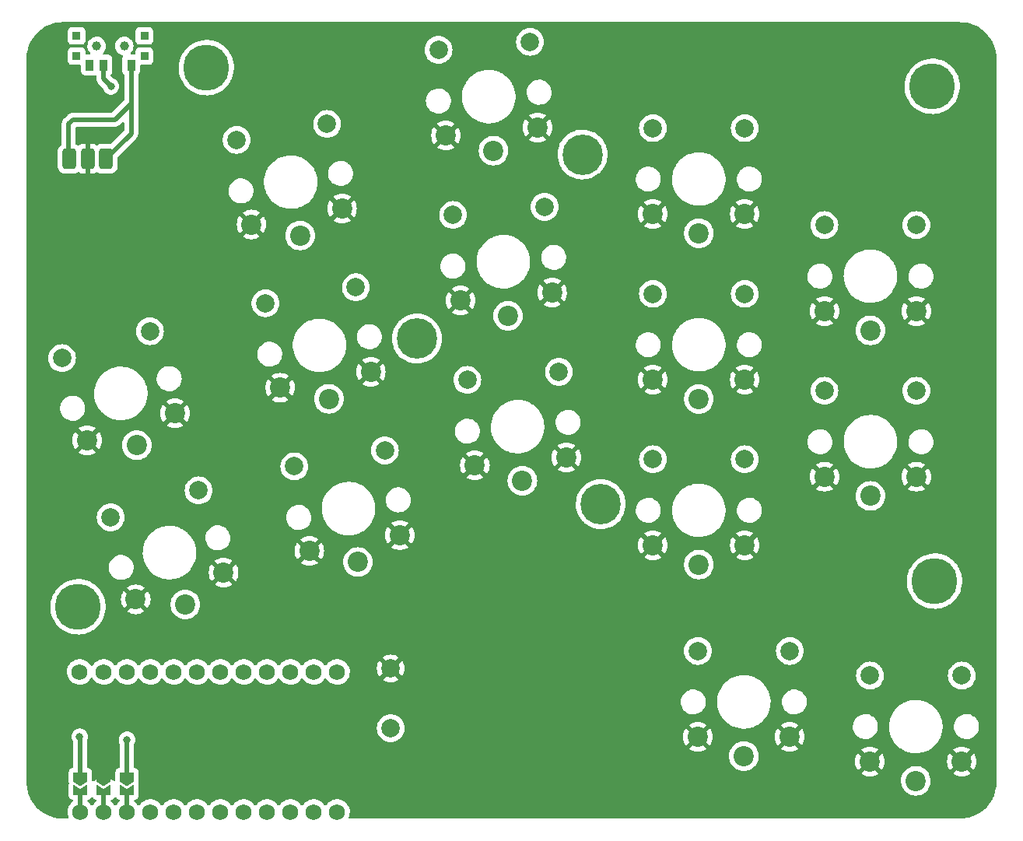
<source format=gtl>
%TF.GenerationSoftware,KiCad,Pcbnew,(6.0.4-0)*%
%TF.CreationDate,2022-07-26T10:13:52+02:00*%
%TF.ProjectId,wizza,77697a7a-612e-46b6-9963-61645f706362,v1.0.0*%
%TF.SameCoordinates,Original*%
%TF.FileFunction,Copper,L1,Top*%
%TF.FilePolarity,Positive*%
%FSLAX46Y46*%
G04 Gerber Fmt 4.6, Leading zero omitted, Abs format (unit mm)*
G04 Created by KiCad (PCBNEW (6.0.4-0)) date 2022-07-26 10:13:52*
%MOMM*%
%LPD*%
G01*
G04 APERTURE LIST*
G04 Aperture macros list*
%AMRoundRect*
0 Rectangle with rounded corners*
0 $1 Rounding radius*
0 $2 $3 $4 $5 $6 $7 $8 $9 X,Y pos of 4 corners*
0 Add a 4 corners polygon primitive as box body*
4,1,4,$2,$3,$4,$5,$6,$7,$8,$9,$2,$3,0*
0 Add four circle primitives for the rounded corners*
1,1,$1+$1,$2,$3*
1,1,$1+$1,$4,$5*
1,1,$1+$1,$6,$7*
1,1,$1+$1,$8,$9*
0 Add four rect primitives between the rounded corners*
20,1,$1+$1,$2,$3,$4,$5,0*
20,1,$1+$1,$4,$5,$6,$7,0*
20,1,$1+$1,$6,$7,$8,$9,0*
20,1,$1+$1,$8,$9,$2,$3,0*%
%AMFreePoly0*
4,1,6,0.150000,0.000000,0.650000,-0.750000,-0.500000,-0.750000,-0.500000,0.750000,0.650000,0.750000,0.150000,0.000000,0.150000,0.000000,$1*%
%AMFreePoly1*
4,1,6,0.500000,-0.750000,-0.500000,-0.750000,-1.000000,0.000000,-0.500000,0.750000,0.500000,0.750000,0.500000,-0.750000,0.500000,-0.750000,$1*%
G04 Aperture macros list end*
%TA.AperFunction,ComponentPad*%
%ADD10C,2.200000*%
%TD*%
%TA.AperFunction,ComponentPad*%
%ADD11C,2.000000*%
%TD*%
%TA.AperFunction,SMDPad,CuDef*%
%ADD12R,0.900000X0.900000*%
%TD*%
%TA.AperFunction,SMDPad,CuDef*%
%ADD13R,0.900000X1.250000*%
%TD*%
%TA.AperFunction,ComponentPad*%
%ADD14C,5.000000*%
%TD*%
%TA.AperFunction,WasherPad*%
%ADD15C,1.000000*%
%TD*%
%TA.AperFunction,ComponentPad*%
%ADD16RoundRect,0.375000X-0.375000X-0.750000X0.375000X-0.750000X0.375000X0.750000X-0.375000X0.750000X0*%
%TD*%
%TA.AperFunction,ComponentPad*%
%ADD17C,4.400000*%
%TD*%
%TA.AperFunction,ComponentPad*%
%ADD18C,1.752600*%
%TD*%
%TA.AperFunction,SMDPad,CuDef*%
%ADD19FreePoly0,90.000000*%
%TD*%
%TA.AperFunction,SMDPad,CuDef*%
%ADD20R,0.500000X1.524000*%
%TD*%
%TA.AperFunction,SMDPad,CuDef*%
%ADD21FreePoly1,90.000000*%
%TD*%
%TA.AperFunction,ViaPad*%
%ADD22C,0.800000*%
%TD*%
%TA.AperFunction,Conductor*%
%ADD23C,0.500000*%
%TD*%
G04 APERTURE END LIST*
D10*
%TO.P,S17,2*%
%TO.N,GND*%
X97872161Y110749716D03*
X87910214Y109878158D03*
%TO.P,S17,1*%
%TO.N,P14*%
X93074215Y108221928D03*
D11*
%TO.P,S17,*%
%TO.N,*%
X97057255Y120064136D03*
X87095308Y119192579D03*
%TD*%
D10*
%TO.P,S15,2*%
%TO.N,GND*%
X99453808Y92784406D03*
X89491861Y91912848D03*
%TO.P,S15,1*%
%TO.N,P16*%
X94655862Y90256618D03*
D11*
%TO.P,S15,*%
%TO.N,*%
X98638902Y102098826D03*
X88676955Y101227269D03*
%TD*%
%TO.P,S5,*%
%TO.N,*%
X46118072Y85645596D03*
X55681120Y88569313D03*
D10*
%TO.P,S5,1*%
%TO.N,P20*%
X54247252Y76157765D03*
%TO.P,S5,2*%
%TO.N,GND*%
X48851748Y76704146D03*
X58414795Y79627863D03*
%TD*%
%TO.P,S11,2*%
%TO.N,GND*%
X76591012Y101921038D03*
X66742934Y100184557D03*
%TO.P,S11,1*%
%TO.N,P19*%
X72031634Y98984701D03*
D11*
%TO.P,S11,*%
%TO.N,*%
X74967401Y111128991D03*
X65119324Y109392509D03*
%TD*%
D10*
%TO.P,S21,2*%
%TO.N,GND*%
X120424791Y83297254D03*
X110424791Y83297254D03*
%TO.P,S21,1*%
%TO.N,P4*%
X115424791Y81197254D03*
D11*
%TO.P,S21,*%
%TO.N,*%
X120424791Y92647254D03*
X110424791Y92647254D03*
%TD*%
%TO.P,S29,*%
%TO.N,*%
X129099495Y100114491D03*
X139099495Y100114491D03*
D10*
%TO.P,S29,1*%
%TO.N,P6*%
X134099495Y88664491D03*
%TO.P,S29,2*%
%TO.N,GND*%
X129099495Y90764491D03*
X139099495Y90764491D03*
%TD*%
%TO.P,S33,2*%
%TO.N,GND*%
X144046791Y41743254D03*
X134046791Y41743254D03*
%TO.P,S33,1*%
%TO.N,P9*%
X139046791Y39643254D03*
D11*
%TO.P,S33,*%
%TO.N,*%
X144046791Y51093254D03*
X134046791Y51093254D03*
%TD*%
D10*
%TO.P,S7,2*%
%TO.N,GND*%
X82875050Y66387574D03*
X73026972Y64651093D03*
%TO.P,S7,1*%
%TO.N,P15*%
X78315672Y63451237D03*
D11*
%TO.P,S7,*%
%TO.N,*%
X81251439Y75595527D03*
X71403362Y73859045D03*
%TD*%
D10*
%TO.P,S27,2*%
%TO.N,GND*%
X139099495Y72744491D03*
X129099495Y72744491D03*
%TO.P,S27,1*%
%TO.N,P7*%
X134099495Y70644491D03*
D11*
%TO.P,S27,*%
%TO.N,*%
X139099495Y82094491D03*
X129099495Y82094491D03*
%TD*%
%TO.P,S9,*%
%TO.N,*%
X68251343Y91620777D03*
X78099420Y93357259D03*
D10*
%TO.P,S9,1*%
%TO.N,P18*%
X75163653Y81212969D03*
%TO.P,S9,2*%
%TO.N,GND*%
X69874953Y82412825D03*
X79723031Y84149306D03*
%TD*%
%TO.P,S13,2*%
%TO.N,GND*%
X101015456Y74829096D03*
X91053509Y73957538D03*
%TO.P,S13,1*%
%TO.N,P10*%
X96217510Y72301308D03*
D11*
%TO.P,S13,*%
%TO.N,*%
X100200550Y84143516D03*
X90238603Y83271959D03*
%TD*%
D10*
%TO.P,S31,2*%
%TO.N,GND*%
X125321152Y44426273D03*
X115321152Y44426273D03*
%TO.P,S31,1*%
%TO.N,P8*%
X120321152Y42326273D03*
D11*
%TO.P,S31,*%
%TO.N,*%
X125321152Y53776273D03*
X115321152Y53776273D03*
%TD*%
D10*
%TO.P,S3,2*%
%TO.N,GND*%
X63705114Y62300682D03*
X54142067Y59376965D03*
%TO.P,S3,1*%
%TO.N,P21*%
X59537571Y58830584D03*
D11*
%TO.P,S3,*%
%TO.N,*%
X60971439Y71242132D03*
X51408391Y68318415D03*
%TD*%
D10*
%TO.P,S23,2*%
%TO.N,GND*%
X120424791Y101327254D03*
X110424791Y101327254D03*
%TO.P,S23,1*%
%TO.N,P3*%
X115424791Y99227254D03*
D11*
%TO.P,S23,*%
%TO.N,*%
X120424791Y110677254D03*
X110424791Y110677254D03*
%TD*%
D10*
%TO.P,S19,2*%
%TO.N,GND*%
X120424791Y65277254D03*
X110424791Y65277254D03*
%TO.P,S19,1*%
%TO.N,P5*%
X115424791Y63177254D03*
D11*
%TO.P,S19,*%
%TO.N,*%
X120424791Y74627254D03*
X110424791Y74627254D03*
%TD*%
%TO.P,B1,1*%
%TO.N,RST*%
X81896791Y45365254D03*
%TO.P,B1,2*%
%TO.N,GND*%
X81896791Y51865254D03*
%TD*%
D12*
%TO.P,T1,*%
%TO.N,*%
X55089406Y118508838D03*
X47689406Y120708838D03*
X55089406Y120708838D03*
X47689406Y118508838D03*
D13*
%TO.P,T1,1*%
%TO.N,Braw*%
X53639406Y117533838D03*
%TO.P,T1,2*%
%TO.N,RAW*%
X50639406Y117533838D03*
%TO.P,T1,3*%
%TO.N,N/C*%
X49139406Y117533838D03*
%TD*%
D14*
%TO.P,,1,1*%
%TO.N,N/C*%
X141078791Y61367254D03*
%TD*%
D15*
%TO.P,T2,*%
%TO.N,*%
X49889406Y119608838D03*
X52889406Y119608838D03*
%TD*%
D14*
%TO.P,,1,1*%
%TO.N,N/C*%
X47860791Y58573254D03*
%TD*%
D16*
%TO.P,PAD1,1*%
%TO.N,Braw*%
X50908791Y107341254D03*
%TO.P,PAD1,2*%
%TO.N,GND*%
X48908791Y107341254D03*
%TO.P,PAD1,3*%
%TO.N,Braw*%
X46908791Y107341254D03*
%TD*%
D14*
%TO.P,,1,1*%
%TO.N,N/C*%
X140824791Y115215254D03*
%TD*%
%TO.P,,1,1*%
%TO.N,N/C*%
X61830791Y117247254D03*
%TD*%
D17*
%TO.P,REF\u002A\u002A,1*%
%TO.N,N/C*%
X102762791Y107797040D03*
X104756791Y69749254D03*
X84735898Y87776147D03*
%TD*%
D18*
%TO.P,MCU1,*%
%TO.N,*%
X50654791Y36253254D03*
D19*
X50654791Y38586777D03*
D18*
X53194791Y36253254D03*
D20*
X48114791Y37636777D03*
D18*
X53194791Y51493254D03*
D20*
X50654791Y37636777D03*
X53194791Y37636777D03*
D19*
X53194791Y38586777D03*
X48114791Y38586777D03*
D18*
X48031045Y51493254D03*
X48114791Y36253254D03*
X50654791Y51493254D03*
D21*
%TO.P,MCU1,1*%
%TO.N,RAW*%
X48114791Y40036777D03*
%TO.P,MCU1,2*%
%TO.N,GND*%
X50654791Y40036777D03*
%TO.P,MCU1,3*%
%TO.N,RST*%
X53194791Y40036777D03*
D18*
%TO.P,MCU1,4*%
%TO.N,N/C*%
X55734791Y51493254D03*
%TO.P,MCU1,5*%
%TO.N,P21*%
X58274791Y51493254D03*
%TO.P,MCU1,6*%
%TO.N,P20*%
X60814791Y51493254D03*
%TO.P,MCU1,7*%
%TO.N,P19*%
X63354791Y51493254D03*
%TO.P,MCU1,8*%
%TO.N,P18*%
X65894791Y51493254D03*
%TO.P,MCU1,9*%
%TO.N,P15*%
X68434791Y51493254D03*
%TO.P,MCU1,10*%
%TO.N,P14*%
X70974791Y51493254D03*
%TO.P,MCU1,11*%
%TO.N,P16*%
X73514791Y51493254D03*
%TO.P,MCU1,12*%
%TO.N,P10*%
X76054791Y51493254D03*
%TO.P,MCU1,16*%
%TO.N,N/C*%
X55734791Y36253254D03*
%TO.P,MCU1,17*%
%TO.N,P2*%
X58274791Y36253254D03*
%TO.P,MCU1,18*%
%TO.N,P3*%
X60814791Y36253254D03*
%TO.P,MCU1,19*%
%TO.N,P4*%
X63354791Y36253254D03*
%TO.P,MCU1,20*%
%TO.N,P5*%
X65894791Y36253254D03*
%TO.P,MCU1,21*%
%TO.N,P6*%
X68434791Y36253254D03*
%TO.P,MCU1,22*%
%TO.N,P7*%
X70974791Y36253254D03*
%TO.P,MCU1,23*%
%TO.N,P8*%
X73514791Y36253254D03*
%TO.P,MCU1,24*%
%TO.N,P9*%
X76054791Y36253254D03*
%TD*%
D22*
%TO.N,GND*%
X50606907Y44095254D03*
%TO.N,RAW*%
X48044190Y44424041D03*
X51441433Y115221539D03*
%TO.N,RST*%
X53194791Y44095254D03*
%TD*%
D23*
%TO.N,RST*%
X53194791Y44095254D02*
X53172149Y44072612D01*
X53172149Y44072612D02*
X53172149Y40059419D01*
X53172149Y40059419D02*
X53194791Y40036777D01*
%TO.N,GND*%
X50654791Y44047370D02*
X50654791Y40036777D01*
X50606907Y44095254D02*
X50654791Y44047370D01*
%TO.N,RAW*%
X48044190Y44424041D02*
X48114791Y44353440D01*
X48114791Y44353440D02*
X48114791Y40036777D01*
X50639406Y116023566D02*
X51441433Y115221539D01*
X50639406Y117533838D02*
X50639406Y116023566D01*
%TO.N,Braw*%
X53639406Y110071869D02*
X50908791Y107341254D01*
X46844791Y107405254D02*
X46908791Y107341254D01*
X53639406Y117533838D02*
X53639406Y113373869D01*
X53639406Y113373869D02*
X51860791Y111595254D01*
X46844791Y111151254D02*
X46844791Y107405254D01*
X51860791Y111595254D02*
X47288791Y111595254D01*
X53639406Y117533838D02*
X53639406Y110071869D01*
X47288791Y111595254D02*
X46844791Y111151254D01*
%TD*%
%TA.AperFunction,Conductor*%
%TO.N,GND*%
G36*
X90837923Y122201309D02*
G01*
X143825421Y122199755D01*
X143844800Y122198255D01*
X143859642Y122195944D01*
X143859647Y122195944D01*
X143868516Y122194563D01*
X143885825Y122196826D01*
X143888448Y122197169D01*
X143910602Y122198098D01*
X143945124Y122196502D01*
X144232196Y122183231D01*
X144243778Y122182157D01*
X144543463Y122140354D01*
X144592363Y122133533D01*
X144603803Y122131394D01*
X144946405Y122050816D01*
X144957599Y122047631D01*
X145196115Y121967690D01*
X145291307Y121935785D01*
X145302152Y121931584D01*
X145624135Y121789416D01*
X145634527Y121784242D01*
X145942037Y121612963D01*
X145951907Y121606851D01*
X146242279Y121407944D01*
X146251560Y121400936D01*
X146522340Y121176087D01*
X146530941Y121168246D01*
X146779815Y120919375D01*
X146787655Y120910774D01*
X146920250Y120751099D01*
X147012494Y120640015D01*
X147019506Y120630731D01*
X147136700Y120459651D01*
X147218415Y120340364D01*
X147224542Y120330469D01*
X147394212Y120025861D01*
X147395807Y120022997D01*
X147400992Y120012584D01*
X147495064Y119799537D01*
X147543161Y119690610D01*
X147547364Y119679761D01*
X147602252Y119516001D01*
X147659216Y119346050D01*
X147662401Y119334856D01*
X147742984Y118992256D01*
X147745122Y118980816D01*
X147793753Y118632224D01*
X147794826Y118620643D01*
X147804774Y118405543D01*
X147809341Y118306776D01*
X147807976Y118281575D01*
X147806100Y118269524D01*
X147810226Y118237980D01*
X147811290Y118221639D01*
X147809668Y82804365D01*
X147807686Y39504273D01*
X147806186Y39484897D01*
X147803875Y39470054D01*
X147803875Y39470049D01*
X147802494Y39461179D01*
X147803658Y39452278D01*
X147805100Y39441247D01*
X147806029Y39419093D01*
X147791162Y39097507D01*
X147790088Y39085918D01*
X147741463Y38737338D01*
X147739324Y38725898D01*
X147686748Y38502356D01*
X147658746Y38383300D01*
X147655564Y38372115D01*
X147600633Y38208224D01*
X147543714Y38038401D01*
X147539510Y38027549D01*
X147397347Y37705581D01*
X147392159Y37695163D01*
X147318247Y37562465D01*
X147236896Y37416412D01*
X147220903Y37387700D01*
X147214778Y37377806D01*
X147210816Y37372023D01*
X147015872Y37087441D01*
X147008858Y37078153D01*
X146784010Y36807379D01*
X146776169Y36798779D01*
X146527314Y36549924D01*
X146518714Y36542083D01*
X146247939Y36317235D01*
X146238651Y36310221D01*
X145948286Y36111317D01*
X145938409Y36105201D01*
X145630915Y35933928D01*
X145620510Y35928748D01*
X145298539Y35786585D01*
X145287698Y35782385D01*
X144953970Y35670532D01*
X144942799Y35667354D01*
X144622587Y35592041D01*
X144600192Y35586774D01*
X144588751Y35584635D01*
X144240170Y35536011D01*
X144228588Y35534937D01*
X144146566Y35531145D01*
X143914340Y35520410D01*
X143889137Y35521776D01*
X143886338Y35522212D01*
X143886337Y35522212D01*
X143877463Y35523594D01*
X143845888Y35519465D01*
X143829565Y35518403D01*
X77438653Y35517282D01*
X77370532Y35537283D01*
X77324038Y35590938D01*
X77313933Y35661212D01*
X77325693Y35699106D01*
X77346758Y35741728D01*
X77412955Y35959608D01*
X77425491Y36054824D01*
X77442241Y36182053D01*
X77442242Y36182060D01*
X77442678Y36185375D01*
X77444337Y36253254D01*
X77436970Y36342861D01*
X77426102Y36475052D01*
X77426101Y36475058D01*
X77425678Y36480203D01*
X77370204Y36701057D01*
X77368145Y36705793D01*
X77281463Y36905148D01*
X77281461Y36905151D01*
X77279403Y36909885D01*
X77170546Y37078153D01*
X77158522Y37096739D01*
X77158520Y37096742D01*
X77155714Y37101079D01*
X77002459Y37269504D01*
X76823754Y37410636D01*
X76624398Y37520687D01*
X76428849Y37589935D01*
X76414620Y37594974D01*
X76414616Y37594975D01*
X76409745Y37596700D01*
X76404652Y37597607D01*
X76404649Y37597608D01*
X76190648Y37635727D01*
X76190642Y37635728D01*
X76185559Y37636633D01*
X76098489Y37637697D01*
X75963030Y37639352D01*
X75963028Y37639352D01*
X75957861Y37639415D01*
X75732767Y37604971D01*
X75516320Y37534225D01*
X75455832Y37502737D01*
X75319451Y37431741D01*
X75314335Y37429078D01*
X75310202Y37425975D01*
X75310199Y37425973D01*
X75136370Y37295459D01*
X75132235Y37292354D01*
X74974911Y37127724D01*
X74908152Y37029859D01*
X74888575Y37001160D01*
X74833664Y36956158D01*
X74763139Y36947987D01*
X74699392Y36979241D01*
X74678695Y37003725D01*
X74618522Y37096739D01*
X74618520Y37096742D01*
X74615714Y37101079D01*
X74462459Y37269504D01*
X74283754Y37410636D01*
X74084398Y37520687D01*
X73888849Y37589935D01*
X73874620Y37594974D01*
X73874616Y37594975D01*
X73869745Y37596700D01*
X73864652Y37597607D01*
X73864649Y37597608D01*
X73650648Y37635727D01*
X73650642Y37635728D01*
X73645559Y37636633D01*
X73558489Y37637697D01*
X73423030Y37639352D01*
X73423028Y37639352D01*
X73417861Y37639415D01*
X73192767Y37604971D01*
X72976320Y37534225D01*
X72915832Y37502737D01*
X72779451Y37431741D01*
X72774335Y37429078D01*
X72770202Y37425975D01*
X72770199Y37425973D01*
X72596370Y37295459D01*
X72592235Y37292354D01*
X72434911Y37127724D01*
X72368152Y37029859D01*
X72348575Y37001160D01*
X72293664Y36956158D01*
X72223139Y36947987D01*
X72159392Y36979241D01*
X72138695Y37003725D01*
X72078522Y37096739D01*
X72078520Y37096742D01*
X72075714Y37101079D01*
X71922459Y37269504D01*
X71743754Y37410636D01*
X71544398Y37520687D01*
X71348849Y37589935D01*
X71334620Y37594974D01*
X71334616Y37594975D01*
X71329745Y37596700D01*
X71324652Y37597607D01*
X71324649Y37597608D01*
X71110648Y37635727D01*
X71110642Y37635728D01*
X71105559Y37636633D01*
X71018489Y37637697D01*
X70883030Y37639352D01*
X70883028Y37639352D01*
X70877861Y37639415D01*
X70652767Y37604971D01*
X70436320Y37534225D01*
X70375832Y37502737D01*
X70239451Y37431741D01*
X70234335Y37429078D01*
X70230202Y37425975D01*
X70230199Y37425973D01*
X70056370Y37295459D01*
X70052235Y37292354D01*
X69894911Y37127724D01*
X69828152Y37029859D01*
X69808575Y37001160D01*
X69753664Y36956158D01*
X69683139Y36947987D01*
X69619392Y36979241D01*
X69598695Y37003725D01*
X69538522Y37096739D01*
X69538520Y37096742D01*
X69535714Y37101079D01*
X69382459Y37269504D01*
X69203754Y37410636D01*
X69004398Y37520687D01*
X68808849Y37589935D01*
X68794620Y37594974D01*
X68794616Y37594975D01*
X68789745Y37596700D01*
X68784652Y37597607D01*
X68784649Y37597608D01*
X68570648Y37635727D01*
X68570642Y37635728D01*
X68565559Y37636633D01*
X68478489Y37637697D01*
X68343030Y37639352D01*
X68343028Y37639352D01*
X68337861Y37639415D01*
X68112767Y37604971D01*
X67896320Y37534225D01*
X67835832Y37502737D01*
X67699451Y37431741D01*
X67694335Y37429078D01*
X67690202Y37425975D01*
X67690199Y37425973D01*
X67516370Y37295459D01*
X67512235Y37292354D01*
X67354911Y37127724D01*
X67288152Y37029859D01*
X67268575Y37001160D01*
X67213664Y36956158D01*
X67143139Y36947987D01*
X67079392Y36979241D01*
X67058695Y37003725D01*
X66998522Y37096739D01*
X66998520Y37096742D01*
X66995714Y37101079D01*
X66842459Y37269504D01*
X66663754Y37410636D01*
X66464398Y37520687D01*
X66268849Y37589935D01*
X66254620Y37594974D01*
X66254616Y37594975D01*
X66249745Y37596700D01*
X66244652Y37597607D01*
X66244649Y37597608D01*
X66030648Y37635727D01*
X66030642Y37635728D01*
X66025559Y37636633D01*
X65938489Y37637697D01*
X65803030Y37639352D01*
X65803028Y37639352D01*
X65797861Y37639415D01*
X65572767Y37604971D01*
X65356320Y37534225D01*
X65295832Y37502737D01*
X65159451Y37431741D01*
X65154335Y37429078D01*
X65150202Y37425975D01*
X65150199Y37425973D01*
X64976370Y37295459D01*
X64972235Y37292354D01*
X64814911Y37127724D01*
X64748152Y37029859D01*
X64728575Y37001160D01*
X64673664Y36956158D01*
X64603139Y36947987D01*
X64539392Y36979241D01*
X64518695Y37003725D01*
X64458522Y37096739D01*
X64458520Y37096742D01*
X64455714Y37101079D01*
X64302459Y37269504D01*
X64123754Y37410636D01*
X63924398Y37520687D01*
X63728849Y37589935D01*
X63714620Y37594974D01*
X63714616Y37594975D01*
X63709745Y37596700D01*
X63704652Y37597607D01*
X63704649Y37597608D01*
X63490648Y37635727D01*
X63490642Y37635728D01*
X63485559Y37636633D01*
X63398489Y37637697D01*
X63263030Y37639352D01*
X63263028Y37639352D01*
X63257861Y37639415D01*
X63032767Y37604971D01*
X62816320Y37534225D01*
X62755832Y37502737D01*
X62619451Y37431741D01*
X62614335Y37429078D01*
X62610202Y37425975D01*
X62610199Y37425973D01*
X62436370Y37295459D01*
X62432235Y37292354D01*
X62274911Y37127724D01*
X62208152Y37029859D01*
X62188575Y37001160D01*
X62133664Y36956158D01*
X62063139Y36947987D01*
X61999392Y36979241D01*
X61978695Y37003725D01*
X61918522Y37096739D01*
X61918520Y37096742D01*
X61915714Y37101079D01*
X61762459Y37269504D01*
X61583754Y37410636D01*
X61384398Y37520687D01*
X61188849Y37589935D01*
X61174620Y37594974D01*
X61174616Y37594975D01*
X61169745Y37596700D01*
X61164652Y37597607D01*
X61164649Y37597608D01*
X60950648Y37635727D01*
X60950642Y37635728D01*
X60945559Y37636633D01*
X60858489Y37637697D01*
X60723030Y37639352D01*
X60723028Y37639352D01*
X60717861Y37639415D01*
X60492767Y37604971D01*
X60276320Y37534225D01*
X60215832Y37502737D01*
X60079451Y37431741D01*
X60074335Y37429078D01*
X60070202Y37425975D01*
X60070199Y37425973D01*
X59896370Y37295459D01*
X59892235Y37292354D01*
X59734911Y37127724D01*
X59668152Y37029859D01*
X59648575Y37001160D01*
X59593664Y36956158D01*
X59523139Y36947987D01*
X59459392Y36979241D01*
X59438695Y37003725D01*
X59378522Y37096739D01*
X59378520Y37096742D01*
X59375714Y37101079D01*
X59222459Y37269504D01*
X59043754Y37410636D01*
X58844398Y37520687D01*
X58648849Y37589935D01*
X58634620Y37594974D01*
X58634616Y37594975D01*
X58629745Y37596700D01*
X58624652Y37597607D01*
X58624649Y37597608D01*
X58410648Y37635727D01*
X58410642Y37635728D01*
X58405559Y37636633D01*
X58318489Y37637697D01*
X58183030Y37639352D01*
X58183028Y37639352D01*
X58177861Y37639415D01*
X57952767Y37604971D01*
X57736320Y37534225D01*
X57675832Y37502737D01*
X57539451Y37431741D01*
X57534335Y37429078D01*
X57530202Y37425975D01*
X57530199Y37425973D01*
X57356370Y37295459D01*
X57352235Y37292354D01*
X57194911Y37127724D01*
X57128152Y37029859D01*
X57108575Y37001160D01*
X57053664Y36956158D01*
X56983139Y36947987D01*
X56919392Y36979241D01*
X56898695Y37003725D01*
X56838522Y37096739D01*
X56838520Y37096742D01*
X56835714Y37101079D01*
X56682459Y37269504D01*
X56503754Y37410636D01*
X56304398Y37520687D01*
X56108849Y37589935D01*
X56094620Y37594974D01*
X56094616Y37594975D01*
X56089745Y37596700D01*
X56084652Y37597607D01*
X56084649Y37597608D01*
X55870648Y37635727D01*
X55870642Y37635728D01*
X55865559Y37636633D01*
X55778489Y37637697D01*
X55643030Y37639352D01*
X55643028Y37639352D01*
X55637861Y37639415D01*
X55412767Y37604971D01*
X55196320Y37534225D01*
X55135832Y37502737D01*
X54999451Y37431741D01*
X54994335Y37429078D01*
X54990202Y37425975D01*
X54990199Y37425973D01*
X54816370Y37295459D01*
X54812235Y37292354D01*
X54654911Y37127724D01*
X54588152Y37029859D01*
X54568575Y37001160D01*
X54513664Y36956158D01*
X54443139Y36947987D01*
X54379392Y36979241D01*
X54358695Y37003725D01*
X54298522Y37096739D01*
X54298520Y37096742D01*
X54295714Y37101079D01*
X54142459Y37269504D01*
X54019662Y37366483D01*
X54015010Y37370157D01*
X53973947Y37428074D01*
X53970715Y37498997D01*
X54006340Y37560409D01*
X54057603Y37589934D01*
X54111476Y37605753D01*
X54149556Y37616934D01*
X54149558Y37616935D01*
X54158202Y37619473D01*
X54222046Y37660503D01*
X54273632Y37693655D01*
X54273635Y37693657D01*
X54281212Y37698527D01*
X54332266Y37757446D01*
X54371065Y37802222D01*
X54371067Y37802225D01*
X54376967Y37809034D01*
X54437710Y37942043D01*
X54458520Y38086777D01*
X54458520Y39236777D01*
X54451991Y39318422D01*
X54443463Y39345758D01*
X54439029Y39401215D01*
X54452652Y39495964D01*
X54458520Y39536777D01*
X54458520Y39643254D01*
X137433317Y39643254D01*
X137453182Y39390851D01*
X137454336Y39386044D01*
X137454337Y39386038D01*
X137489100Y39241240D01*
X137512286Y39144663D01*
X137514179Y39140092D01*
X137514180Y39140090D01*
X137534909Y39090047D01*
X137609175Y38910752D01*
X137741463Y38694878D01*
X137905893Y38502356D01*
X138098415Y38337926D01*
X138314289Y38205638D01*
X138318859Y38203745D01*
X138318863Y38203743D01*
X138543627Y38110643D01*
X138548200Y38108749D01*
X138620952Y38091283D01*
X138789575Y38050800D01*
X138789581Y38050799D01*
X138794388Y38049645D01*
X139046791Y38029780D01*
X139299194Y38049645D01*
X139304001Y38050799D01*
X139304007Y38050800D01*
X139472630Y38091283D01*
X139545382Y38108749D01*
X139549955Y38110643D01*
X139774719Y38203743D01*
X139774723Y38203745D01*
X139779293Y38205638D01*
X139995167Y38337926D01*
X140187689Y38502356D01*
X140352119Y38694878D01*
X140484407Y38910752D01*
X140558674Y39090047D01*
X140579402Y39140090D01*
X140579403Y39140092D01*
X140581296Y39144663D01*
X140604482Y39241240D01*
X140639245Y39386038D01*
X140639246Y39386044D01*
X140640400Y39390851D01*
X140660265Y39643254D01*
X140640400Y39895657D01*
X140581296Y40141845D01*
X140577382Y40151295D01*
X140486302Y40371182D01*
X140486300Y40371186D01*
X140484407Y40375756D01*
X140446347Y40437864D01*
X143106231Y40437864D01*
X143111958Y40430214D01*
X143310297Y40308671D01*
X143319091Y40304190D01*
X143543782Y40211120D01*
X143553167Y40208071D01*
X143789654Y40151295D01*
X143799401Y40149752D01*
X144041861Y40130670D01*
X144051721Y40130670D01*
X144294181Y40149752D01*
X144303928Y40151295D01*
X144540415Y40208071D01*
X144549800Y40211120D01*
X144774491Y40304190D01*
X144783285Y40308671D01*
X144977958Y40427967D01*
X144987418Y40438424D01*
X144983635Y40447200D01*
X144059603Y41371232D01*
X144045659Y41378846D01*
X144043826Y41378715D01*
X144037211Y41374464D01*
X143112991Y40450244D01*
X143106231Y40437864D01*
X140446347Y40437864D01*
X140352119Y40591630D01*
X140187689Y40784152D01*
X139995167Y40948582D01*
X139779293Y41080870D01*
X139774723Y41082763D01*
X139774719Y41082765D01*
X139549955Y41175865D01*
X139549953Y41175866D01*
X139545382Y41177759D01*
X139460759Y41198075D01*
X139304007Y41235708D01*
X139304001Y41235709D01*
X139299194Y41236863D01*
X139046791Y41256728D01*
X138794388Y41236863D01*
X138789581Y41235709D01*
X138789575Y41235708D01*
X138632823Y41198075D01*
X138548200Y41177759D01*
X138543629Y41175866D01*
X138543627Y41175865D01*
X138318863Y41082765D01*
X138318859Y41082763D01*
X138314289Y41080870D01*
X138098415Y40948582D01*
X137905893Y40784152D01*
X137741463Y40591630D01*
X137609175Y40375756D01*
X137607282Y40371186D01*
X137607280Y40371182D01*
X137516200Y40151295D01*
X137512286Y40141845D01*
X137453182Y39895657D01*
X137433317Y39643254D01*
X54458520Y39643254D01*
X54458520Y40437864D01*
X133106231Y40437864D01*
X133111958Y40430214D01*
X133310297Y40308671D01*
X133319091Y40304190D01*
X133543782Y40211120D01*
X133553167Y40208071D01*
X133789654Y40151295D01*
X133799401Y40149752D01*
X134041861Y40130670D01*
X134051721Y40130670D01*
X134294181Y40149752D01*
X134303928Y40151295D01*
X134540415Y40208071D01*
X134549800Y40211120D01*
X134774491Y40304190D01*
X134783285Y40308671D01*
X134977958Y40427967D01*
X134987418Y40438424D01*
X134983635Y40447200D01*
X134059603Y41371232D01*
X134045659Y41378846D01*
X134043826Y41378715D01*
X134037211Y41374464D01*
X133112991Y40450244D01*
X133106231Y40437864D01*
X54458520Y40437864D01*
X54458520Y40536777D01*
X54453291Y40609888D01*
X54429853Y40689709D01*
X54414634Y40741542D01*
X54414633Y40741544D01*
X54412095Y40750188D01*
X54370751Y40814520D01*
X54337913Y40865618D01*
X54337911Y40865621D01*
X54333041Y40873198D01*
X54317387Y40886762D01*
X54229346Y40963051D01*
X54229343Y40963053D01*
X54222534Y40968953D01*
X54089525Y41029696D01*
X54038715Y41037002D01*
X53974137Y41066493D01*
X53935753Y41126219D01*
X53930649Y41161718D01*
X53930649Y42326273D01*
X118707678Y42326273D01*
X118727543Y42073870D01*
X118728697Y42069063D01*
X118728698Y42069057D01*
X118766331Y41912305D01*
X118786647Y41827682D01*
X118883536Y41593771D01*
X119015824Y41377897D01*
X119180254Y41185375D01*
X119372776Y41020945D01*
X119588650Y40888657D01*
X119593220Y40886764D01*
X119593224Y40886762D01*
X119779863Y40809454D01*
X119822561Y40791768D01*
X119907184Y40771452D01*
X120063936Y40733819D01*
X120063942Y40733818D01*
X120068749Y40732664D01*
X120321152Y40712799D01*
X120573555Y40732664D01*
X120578362Y40733818D01*
X120578368Y40733819D01*
X120735120Y40771452D01*
X120819743Y40791768D01*
X120862441Y40809454D01*
X121049080Y40886762D01*
X121049084Y40886764D01*
X121053654Y40888657D01*
X121269528Y41020945D01*
X121462050Y41185375D01*
X121626480Y41377897D01*
X121758768Y41593771D01*
X121818644Y41738324D01*
X132434207Y41738324D01*
X132453289Y41495864D01*
X132454832Y41486117D01*
X132511608Y41249630D01*
X132514657Y41240245D01*
X132607727Y41015554D01*
X132612208Y41006760D01*
X132731504Y40812087D01*
X132741961Y40802627D01*
X132750737Y40806410D01*
X133674769Y41730442D01*
X133681147Y41742122D01*
X134411199Y41742122D01*
X134411330Y41740289D01*
X134415581Y41733674D01*
X135339801Y40809454D01*
X135352181Y40802694D01*
X135359831Y40808421D01*
X135481374Y41006760D01*
X135485855Y41015554D01*
X135578925Y41240245D01*
X135581974Y41249630D01*
X135638750Y41486117D01*
X135640293Y41495864D01*
X135659375Y41738324D01*
X142434207Y41738324D01*
X142453289Y41495864D01*
X142454832Y41486117D01*
X142511608Y41249630D01*
X142514657Y41240245D01*
X142607727Y41015554D01*
X142612208Y41006760D01*
X142731504Y40812087D01*
X142741961Y40802627D01*
X142750737Y40806410D01*
X143674769Y41730442D01*
X143681147Y41742122D01*
X144411199Y41742122D01*
X144411330Y41740289D01*
X144415581Y41733674D01*
X145339801Y40809454D01*
X145352181Y40802694D01*
X145359831Y40808421D01*
X145481374Y41006760D01*
X145485855Y41015554D01*
X145578925Y41240245D01*
X145581974Y41249630D01*
X145638750Y41486117D01*
X145640293Y41495864D01*
X145659375Y41738324D01*
X145659375Y41748184D01*
X145640293Y41990644D01*
X145638750Y42000391D01*
X145581974Y42236878D01*
X145578925Y42246263D01*
X145485855Y42470954D01*
X145481374Y42479748D01*
X145362078Y42674421D01*
X145351621Y42683881D01*
X145342845Y42680098D01*
X144418813Y41756066D01*
X144411199Y41742122D01*
X143681147Y41742122D01*
X143682383Y41744386D01*
X143682252Y41746219D01*
X143678001Y41752834D01*
X142753781Y42677054D01*
X142741401Y42683814D01*
X142733751Y42678087D01*
X142612208Y42479748D01*
X142607727Y42470954D01*
X142514657Y42246263D01*
X142511608Y42236878D01*
X142454832Y42000391D01*
X142453289Y41990644D01*
X142434207Y41748184D01*
X142434207Y41738324D01*
X135659375Y41738324D01*
X135659375Y41748184D01*
X135640293Y41990644D01*
X135638750Y42000391D01*
X135581974Y42236878D01*
X135578925Y42246263D01*
X135485855Y42470954D01*
X135481374Y42479748D01*
X135362078Y42674421D01*
X135351621Y42683881D01*
X135342845Y42680098D01*
X134418813Y41756066D01*
X134411199Y41742122D01*
X133681147Y41742122D01*
X133682383Y41744386D01*
X133682252Y41746219D01*
X133678001Y41752834D01*
X132753781Y42677054D01*
X132741401Y42683814D01*
X132733751Y42678087D01*
X132612208Y42479748D01*
X132607727Y42470954D01*
X132514657Y42246263D01*
X132511608Y42236878D01*
X132454832Y42000391D01*
X132453289Y41990644D01*
X132434207Y41748184D01*
X132434207Y41738324D01*
X121818644Y41738324D01*
X121855657Y41827682D01*
X121875973Y41912305D01*
X121913606Y42069057D01*
X121913607Y42069063D01*
X121914761Y42073870D01*
X121934626Y42326273D01*
X121914761Y42578676D01*
X121901239Y42635003D01*
X121861378Y42801033D01*
X121855657Y42824864D01*
X121851743Y42834314D01*
X121760663Y43054201D01*
X121760661Y43054205D01*
X121758768Y43058775D01*
X121720708Y43120883D01*
X124380592Y43120883D01*
X124386319Y43113233D01*
X124584658Y42991690D01*
X124593452Y42987209D01*
X124818143Y42894139D01*
X124827528Y42891090D01*
X125064015Y42834314D01*
X125073762Y42832771D01*
X125316222Y42813689D01*
X125326082Y42813689D01*
X125568542Y42832771D01*
X125578289Y42834314D01*
X125814776Y42891090D01*
X125824161Y42894139D01*
X126048852Y42987209D01*
X126057646Y42991690D01*
X126149672Y43048084D01*
X133106164Y43048084D01*
X133109947Y43039308D01*
X134033979Y42115276D01*
X134047923Y42107662D01*
X134049756Y42107793D01*
X134056371Y42112044D01*
X134980591Y43036264D01*
X134987351Y43048644D01*
X134981624Y43056294D01*
X134783285Y43177837D01*
X134774491Y43182318D01*
X134549800Y43275388D01*
X134540415Y43278437D01*
X134303928Y43335213D01*
X134294181Y43336756D01*
X134051721Y43355838D01*
X134041861Y43355838D01*
X133799401Y43336756D01*
X133789654Y43335213D01*
X133553167Y43278437D01*
X133543782Y43275388D01*
X133319091Y43182318D01*
X133310297Y43177837D01*
X133115624Y43058541D01*
X133106164Y43048084D01*
X126149672Y43048084D01*
X126252319Y43110986D01*
X126261779Y43121443D01*
X126257996Y43130219D01*
X125333964Y44054251D01*
X125320020Y44061865D01*
X125318187Y44061734D01*
X125311572Y44057483D01*
X124387352Y43133263D01*
X124380592Y43120883D01*
X121720708Y43120883D01*
X121626480Y43274649D01*
X121462050Y43467171D01*
X121269528Y43631601D01*
X121053654Y43763889D01*
X121049084Y43765782D01*
X121049080Y43765784D01*
X120824316Y43858884D01*
X120824314Y43858885D01*
X120819743Y43860778D01*
X120710116Y43887097D01*
X120578368Y43918727D01*
X120578362Y43918728D01*
X120573555Y43919882D01*
X120321152Y43939747D01*
X120068749Y43919882D01*
X120063942Y43918728D01*
X120063936Y43918727D01*
X119932188Y43887097D01*
X119822561Y43860778D01*
X119817990Y43858885D01*
X119817988Y43858884D01*
X119593224Y43765784D01*
X119593220Y43765782D01*
X119588650Y43763889D01*
X119372776Y43631601D01*
X119180254Y43467171D01*
X119015824Y43274649D01*
X118883536Y43058775D01*
X118881643Y43054205D01*
X118881641Y43054201D01*
X118790561Y42834314D01*
X118786647Y42824864D01*
X118780926Y42801033D01*
X118741066Y42635003D01*
X118727543Y42578676D01*
X118707678Y42326273D01*
X53930649Y42326273D01*
X53930649Y43120883D01*
X114380592Y43120883D01*
X114386319Y43113233D01*
X114584658Y42991690D01*
X114593452Y42987209D01*
X114818143Y42894139D01*
X114827528Y42891090D01*
X115064015Y42834314D01*
X115073762Y42832771D01*
X115316222Y42813689D01*
X115326082Y42813689D01*
X115568542Y42832771D01*
X115578289Y42834314D01*
X115814776Y42891090D01*
X115824161Y42894139D01*
X116048852Y42987209D01*
X116057646Y42991690D01*
X116252319Y43110986D01*
X116261779Y43121443D01*
X116257996Y43130219D01*
X115333964Y44054251D01*
X115320020Y44061865D01*
X115318187Y44061734D01*
X115311572Y44057483D01*
X114387352Y43133263D01*
X114380592Y43120883D01*
X53930649Y43120883D01*
X53930649Y43519037D01*
X53947530Y43582037D01*
X54026014Y43717975D01*
X54026015Y43717976D01*
X54029318Y43723698D01*
X54088333Y43905326D01*
X54089742Y43918727D01*
X54107605Y44088689D01*
X54108295Y44095254D01*
X54098863Y44184994D01*
X54089023Y44278619D01*
X54089023Y44278621D01*
X54088333Y44285182D01*
X54029318Y44466810D01*
X54023425Y44477018D01*
X53970206Y44569195D01*
X53933831Y44632198D01*
X53923640Y44643517D01*
X53810466Y44769209D01*
X53810465Y44769210D01*
X53806044Y44774120D01*
X53651543Y44886372D01*
X53645515Y44889056D01*
X53645513Y44889057D01*
X53483110Y44961363D01*
X53483109Y44961363D01*
X53477079Y44964048D01*
X53383679Y44983901D01*
X53296735Y45002382D01*
X53296730Y45002382D01*
X53290278Y45003754D01*
X53099304Y45003754D01*
X53092852Y45002382D01*
X53092847Y45002382D01*
X53005903Y44983901D01*
X52912503Y44964048D01*
X52906473Y44961363D01*
X52906472Y44961363D01*
X52744069Y44889057D01*
X52744067Y44889056D01*
X52738039Y44886372D01*
X52583538Y44774120D01*
X52579117Y44769210D01*
X52579116Y44769209D01*
X52465943Y44643517D01*
X52455751Y44632198D01*
X52419376Y44569195D01*
X52366158Y44477018D01*
X52360264Y44466810D01*
X52301249Y44285182D01*
X52300559Y44278621D01*
X52300559Y44278619D01*
X52290719Y44184994D01*
X52281287Y44095254D01*
X52281977Y44088689D01*
X52299841Y43918727D01*
X52301249Y43905326D01*
X52360264Y43723698D01*
X52396769Y43660470D01*
X52413649Y43597472D01*
X52413649Y41151922D01*
X52393647Y41083801D01*
X52339991Y41037308D01*
X52323151Y41031028D01*
X52280020Y41018363D01*
X52240026Y41006620D01*
X52240024Y41006619D01*
X52231380Y41004081D01*
X52223801Y40999210D01*
X52115950Y40929899D01*
X52115947Y40929897D01*
X52108370Y40925027D01*
X52102469Y40918217D01*
X52018517Y40821332D01*
X52018515Y40821329D01*
X52012615Y40814520D01*
X52008871Y40806323D01*
X52008871Y40806322D01*
X52001697Y40790613D01*
X51951872Y40681511D01*
X51931062Y40536777D01*
X51931062Y39729179D01*
X51911060Y39661058D01*
X51857404Y39614565D01*
X51787130Y39604461D01*
X51724162Y39632581D01*
X51705531Y39648184D01*
X51675233Y39673559D01*
X51666978Y39677163D01*
X51666974Y39677165D01*
X51549483Y39728453D01*
X51549482Y39728453D01*
X51541222Y39732059D01*
X51532281Y39733192D01*
X51532279Y39733192D01*
X51405098Y39749301D01*
X51405096Y39749301D01*
X51396159Y39750433D01*
X51251795Y39727195D01*
X51193145Y39699210D01*
X51123886Y39666163D01*
X51123883Y39666161D01*
X51119825Y39664225D01*
X50724683Y39400797D01*
X50656908Y39379653D01*
X50584899Y39400797D01*
X50191853Y39662828D01*
X50191847Y39662832D01*
X50189757Y39664225D01*
X50183389Y39667772D01*
X50124339Y39700663D01*
X50124337Y39700664D01*
X50118202Y39704081D01*
X50035199Y39728453D01*
X49986546Y39742739D01*
X49986545Y39742739D01*
X49977902Y39745277D01*
X49831680Y39745277D01*
X49823037Y39742739D01*
X49823036Y39742739D01*
X49700026Y39706620D01*
X49700024Y39706619D01*
X49691380Y39704081D01*
X49683802Y39699211D01*
X49683800Y39699210D01*
X49572641Y39627772D01*
X49504520Y39607770D01*
X49436399Y39627772D01*
X49389906Y39681428D01*
X49378520Y39733770D01*
X49378520Y40536777D01*
X49373291Y40609888D01*
X49349853Y40689709D01*
X49334634Y40741542D01*
X49334633Y40741544D01*
X49332095Y40750188D01*
X49290751Y40814520D01*
X49257913Y40865618D01*
X49257911Y40865621D01*
X49253041Y40873198D01*
X49237387Y40886762D01*
X49149346Y40963051D01*
X49149343Y40963053D01*
X49142534Y40968953D01*
X49009525Y41029696D01*
X49000275Y41031026D01*
X48981358Y41033746D01*
X48916777Y41063240D01*
X48878394Y41122966D01*
X48873291Y41158463D01*
X48873291Y44015830D01*
X48879458Y44054767D01*
X48880246Y44057190D01*
X48937732Y44234113D01*
X48939934Y44255059D01*
X48957004Y44417476D01*
X48957694Y44424041D01*
X48937732Y44613969D01*
X48878717Y44795597D01*
X48783230Y44960985D01*
X48725404Y45025208D01*
X48659865Y45097996D01*
X48659864Y45097997D01*
X48655443Y45102907D01*
X48500942Y45215159D01*
X48494914Y45217843D01*
X48494912Y45217844D01*
X48332509Y45290150D01*
X48332508Y45290150D01*
X48326478Y45292835D01*
X48208661Y45317878D01*
X48146134Y45331169D01*
X48146129Y45331169D01*
X48139677Y45332541D01*
X47948703Y45332541D01*
X47942251Y45331169D01*
X47942246Y45331169D01*
X47879719Y45317878D01*
X47761902Y45292835D01*
X47755872Y45290150D01*
X47755871Y45290150D01*
X47593468Y45217844D01*
X47593466Y45217843D01*
X47587438Y45215159D01*
X47432937Y45102907D01*
X47428516Y45097997D01*
X47428515Y45097996D01*
X47362977Y45025208D01*
X47305150Y44960985D01*
X47209663Y44795597D01*
X47150648Y44613969D01*
X47130686Y44424041D01*
X47131376Y44417476D01*
X47148447Y44255059D01*
X47150648Y44234113D01*
X47209663Y44052485D01*
X47305150Y43887097D01*
X47309568Y43882190D01*
X47309569Y43882189D01*
X47323927Y43866243D01*
X47354645Y43802236D01*
X47356291Y43781933D01*
X47356291Y41158571D01*
X47336289Y41090450D01*
X47282633Y41043957D01*
X47265790Y41037675D01*
X47151380Y41004081D01*
X47143801Y40999210D01*
X47035950Y40929899D01*
X47035947Y40929897D01*
X47028370Y40925027D01*
X47022469Y40918217D01*
X46938517Y40821332D01*
X46938515Y40821329D01*
X46932615Y40814520D01*
X46928871Y40806323D01*
X46928871Y40806322D01*
X46921697Y40790613D01*
X46871872Y40681511D01*
X46851062Y40536777D01*
X46851062Y39536777D01*
X46851186Y39534813D01*
X46851186Y39534809D01*
X46851344Y39532314D01*
X46855134Y39472220D01*
X46856857Y39465966D01*
X46856857Y39465965D01*
X46857934Y39462057D01*
X46867716Y39426545D01*
X46870958Y39375153D01*
X46851062Y39236777D01*
X46851062Y38086777D01*
X46851223Y38084527D01*
X46855139Y38029780D01*
X46856291Y38013666D01*
X46897487Y37873366D01*
X46902358Y37865787D01*
X46971669Y37757936D01*
X46971671Y37757933D01*
X46976541Y37750356D01*
X46983351Y37744455D01*
X47080236Y37660503D01*
X47080239Y37660501D01*
X47087048Y37654601D01*
X47095245Y37650857D01*
X47095246Y37650857D01*
X47128376Y37635727D01*
X47220057Y37593858D01*
X47233246Y37591962D01*
X47237166Y37590172D01*
X47237621Y37590038D01*
X47237602Y37589973D01*
X47297824Y37562472D01*
X47336210Y37502747D01*
X47336212Y37431751D01*
X47297831Y37372023D01*
X47290968Y37366485D01*
X47196370Y37295459D01*
X47192235Y37292354D01*
X47034911Y37127724D01*
X47032000Y37123456D01*
X47031996Y37123451D01*
X47007432Y37087441D01*
X46906588Y36939609D01*
X46810712Y36733062D01*
X46749858Y36513629D01*
X46725660Y36287204D01*
X46725957Y36282052D01*
X46725957Y36282048D01*
X46730774Y36198514D01*
X46738768Y36059867D01*
X46739903Y36054830D01*
X46739904Y36054824D01*
X46768686Y35927108D01*
X46788830Y35837723D01*
X46790774Y35832937D01*
X46790775Y35832932D01*
X46848747Y35690166D01*
X46855843Y35619525D01*
X46823621Y35556262D01*
X46762312Y35520461D01*
X46732009Y35516762D01*
X46259155Y35516754D01*
X46239769Y35518255D01*
X46216073Y35521945D01*
X46207170Y35520781D01*
X46207166Y35520781D01*
X46196138Y35519339D01*
X46173996Y35518410D01*
X45852383Y35533282D01*
X45840832Y35534352D01*
X45621340Y35564972D01*
X45492233Y35582983D01*
X45480793Y35585122D01*
X45157289Y35661212D01*
X45138192Y35665704D01*
X45127001Y35668888D01*
X45122085Y35670536D01*
X44793294Y35780738D01*
X44782445Y35784941D01*
X44460473Y35927108D01*
X44450056Y35932296D01*
X44142594Y36103551D01*
X44132698Y36109678D01*
X44130306Y36111317D01*
X43842337Y36308582D01*
X43833051Y36315594D01*
X43562281Y36540439D01*
X43553681Y36548279D01*
X43304814Y36797145D01*
X43296973Y36805746D01*
X43072127Y37076516D01*
X43065114Y37085804D01*
X42866213Y37376162D01*
X42860086Y37386056D01*
X42688826Y37693524D01*
X42683638Y37703942D01*
X42564180Y37974483D01*
X42541472Y38025911D01*
X42537269Y38036761D01*
X42532951Y38049645D01*
X42425419Y38370468D01*
X42422235Y38381659D01*
X42341653Y38724257D01*
X42339514Y38735697D01*
X42314455Y38915326D01*
X42290883Y39084296D01*
X42289811Y39095876D01*
X42287767Y39140090D01*
X42275284Y39410008D01*
X42276649Y39435213D01*
X42277101Y39438113D01*
X42277101Y39438115D01*
X42278482Y39446984D01*
X42277318Y39455886D01*
X42277318Y39455892D01*
X42274354Y39478556D01*
X42273290Y39494886D01*
X42273019Y45365254D01*
X80383626Y45365254D01*
X80402256Y45128543D01*
X80403410Y45123736D01*
X80403411Y45123730D01*
X80432892Y45000935D01*
X80457686Y44897660D01*
X80459579Y44893089D01*
X80459580Y44893087D01*
X80546431Y44683410D01*
X80548551Y44678291D01*
X80551137Y44674071D01*
X80670032Y44480052D01*
X80670036Y44480046D01*
X80672615Y44475838D01*
X80826822Y44295285D01*
X81007375Y44141078D01*
X81011583Y44138499D01*
X81011589Y44138495D01*
X81143789Y44057483D01*
X81209828Y44017014D01*
X81214398Y44015121D01*
X81214402Y44015119D01*
X81424624Y43928043D01*
X81429197Y43926149D01*
X81509400Y43906894D01*
X81655267Y43871874D01*
X81655273Y43871873D01*
X81660080Y43870719D01*
X81896791Y43852089D01*
X82133502Y43870719D01*
X82138309Y43871873D01*
X82138315Y43871874D01*
X82284182Y43906894D01*
X82364385Y43926149D01*
X82368958Y43928043D01*
X82579180Y44015119D01*
X82579184Y44015121D01*
X82583754Y44017014D01*
X82649793Y44057483D01*
X82781993Y44138495D01*
X82781999Y44138499D01*
X82786207Y44141078D01*
X82966760Y44295285D01*
X83074424Y44421343D01*
X113708568Y44421343D01*
X113727650Y44178883D01*
X113729193Y44169136D01*
X113785969Y43932649D01*
X113789018Y43923264D01*
X113882088Y43698573D01*
X113886569Y43689779D01*
X114005865Y43495106D01*
X114016322Y43485646D01*
X114025098Y43489429D01*
X114949130Y44413461D01*
X114955508Y44425141D01*
X115685560Y44425141D01*
X115685691Y44423308D01*
X115689942Y44416693D01*
X116614162Y43492473D01*
X116626542Y43485713D01*
X116634192Y43491440D01*
X116755735Y43689779D01*
X116760216Y43698573D01*
X116853286Y43923264D01*
X116856335Y43932649D01*
X116913111Y44169136D01*
X116914654Y44178883D01*
X116933736Y44421343D01*
X123708568Y44421343D01*
X123727650Y44178883D01*
X123729193Y44169136D01*
X123785969Y43932649D01*
X123789018Y43923264D01*
X123882088Y43698573D01*
X123886569Y43689779D01*
X124005865Y43495106D01*
X124016322Y43485646D01*
X124025098Y43489429D01*
X124949130Y44413461D01*
X124955508Y44425141D01*
X125685560Y44425141D01*
X125685691Y44423308D01*
X125689942Y44416693D01*
X126614162Y43492473D01*
X126626542Y43485713D01*
X126634192Y43491440D01*
X126755735Y43689779D01*
X126760216Y43698573D01*
X126853286Y43923264D01*
X126856335Y43932649D01*
X126913111Y44169136D01*
X126914654Y44178883D01*
X126933736Y44421343D01*
X126933736Y44431203D01*
X126914654Y44673663D01*
X126913111Y44683410D01*
X126856335Y44919897D01*
X126853286Y44929282D01*
X126760216Y45153973D01*
X126755735Y45162767D01*
X126636439Y45357440D01*
X126625982Y45366900D01*
X126617206Y45363117D01*
X125693174Y44439085D01*
X125685560Y44425141D01*
X124955508Y44425141D01*
X124956744Y44427405D01*
X124956613Y44429238D01*
X124952362Y44435853D01*
X124028142Y45360073D01*
X124015762Y45366833D01*
X124008112Y45361106D01*
X123886569Y45162767D01*
X123882088Y45153973D01*
X123789018Y44929282D01*
X123785969Y44919897D01*
X123729193Y44683410D01*
X123727650Y44673663D01*
X123708568Y44431203D01*
X123708568Y44421343D01*
X116933736Y44421343D01*
X116933736Y44431203D01*
X116914654Y44673663D01*
X116913111Y44683410D01*
X116856335Y44919897D01*
X116853286Y44929282D01*
X116760216Y45153973D01*
X116755735Y45162767D01*
X116636439Y45357440D01*
X116625982Y45366900D01*
X116617206Y45363117D01*
X115693174Y44439085D01*
X115685560Y44425141D01*
X114955508Y44425141D01*
X114956744Y44427405D01*
X114956613Y44429238D01*
X114952362Y44435853D01*
X114028142Y45360073D01*
X114015762Y45366833D01*
X114008112Y45361106D01*
X113886569Y45162767D01*
X113882088Y45153973D01*
X113789018Y44929282D01*
X113785969Y44919897D01*
X113729193Y44683410D01*
X113727650Y44673663D01*
X113708568Y44431203D01*
X113708568Y44421343D01*
X83074424Y44421343D01*
X83120967Y44475838D01*
X83123546Y44480046D01*
X83123550Y44480052D01*
X83242445Y44674071D01*
X83245031Y44678291D01*
X83247152Y44683410D01*
X83334002Y44893087D01*
X83334003Y44893089D01*
X83335896Y44897660D01*
X83360690Y45000935D01*
X83390171Y45123730D01*
X83390172Y45123736D01*
X83391326Y45128543D01*
X83409956Y45365254D01*
X83391326Y45601965D01*
X83388724Y45612807D01*
X83360323Y45731103D01*
X114380525Y45731103D01*
X114384308Y45722327D01*
X115308340Y44798295D01*
X115322284Y44790681D01*
X115324117Y44790812D01*
X115330732Y44795063D01*
X116254952Y45719283D01*
X116261712Y45731663D01*
X116255985Y45739313D01*
X116057646Y45860856D01*
X116048852Y45865337D01*
X115824161Y45958407D01*
X115814776Y45961456D01*
X115578289Y46018232D01*
X115568542Y46019775D01*
X115326082Y46038857D01*
X115316222Y46038857D01*
X115073762Y46019775D01*
X115064015Y46018232D01*
X114827528Y45961456D01*
X114818143Y45958407D01*
X114593452Y45865337D01*
X114584658Y45860856D01*
X114389985Y45741560D01*
X114380525Y45731103D01*
X83360323Y45731103D01*
X83348328Y45781063D01*
X83335896Y45832848D01*
X83322439Y45865337D01*
X83246926Y46047643D01*
X83246924Y46047647D01*
X83245031Y46052217D01*
X83224590Y46085573D01*
X83123550Y46250456D01*
X83123546Y46250462D01*
X83120967Y46254670D01*
X82966760Y46435223D01*
X82786207Y46589430D01*
X82781999Y46592009D01*
X82781993Y46592013D01*
X82587974Y46710908D01*
X82583754Y46713494D01*
X82579184Y46715387D01*
X82579180Y46715389D01*
X82368958Y46802465D01*
X82368956Y46802466D01*
X82364385Y46804359D01*
X82251547Y46831449D01*
X82138315Y46858634D01*
X82138309Y46858635D01*
X82133502Y46859789D01*
X81896791Y46878419D01*
X81660080Y46859789D01*
X81655273Y46858635D01*
X81655267Y46858634D01*
X81542035Y46831449D01*
X81429197Y46804359D01*
X81424626Y46802466D01*
X81424624Y46802465D01*
X81214402Y46715389D01*
X81214398Y46715387D01*
X81209828Y46713494D01*
X81205608Y46710908D01*
X81011589Y46592013D01*
X81011583Y46592009D01*
X81007375Y46589430D01*
X80826822Y46435223D01*
X80672615Y46254670D01*
X80670036Y46250462D01*
X80670032Y46250456D01*
X80568992Y46085573D01*
X80548551Y46052217D01*
X80546658Y46047647D01*
X80546656Y46047643D01*
X80471143Y45865337D01*
X80457686Y45832848D01*
X80445254Y45781063D01*
X80404859Y45612807D01*
X80402256Y45601965D01*
X80383626Y45365254D01*
X42273019Y45365254D01*
X42272884Y48290541D01*
X113458352Y48290541D01*
X113458552Y48285211D01*
X113458552Y48285210D01*
X113459795Y48252092D01*
X113467006Y48060005D01*
X113514380Y47834223D01*
X113599119Y47619651D01*
X113718799Y47422424D01*
X113722296Y47418394D01*
X113808920Y47318569D01*
X113869999Y47248181D01*
X113891015Y47230949D01*
X114044267Y47105289D01*
X114044273Y47105285D01*
X114048395Y47101905D01*
X114248887Y46987779D01*
X114253903Y46985958D01*
X114253908Y46985956D01*
X114460727Y46910884D01*
X114460731Y46910883D01*
X114465742Y46909064D01*
X114470991Y46908115D01*
X114470994Y46908114D01*
X114688675Y46868751D01*
X114688682Y46868750D01*
X114692759Y46868013D01*
X114710496Y46867177D01*
X114715444Y46866943D01*
X114715451Y46866943D01*
X114716932Y46866873D01*
X114879077Y46866873D01*
X114946033Y46872554D01*
X115045714Y46881012D01*
X115045718Y46881013D01*
X115051025Y46881463D01*
X115056180Y46882801D01*
X115056186Y46882802D01*
X115269155Y46938078D01*
X115269159Y46938079D01*
X115274324Y46939420D01*
X115279190Y46941612D01*
X115279193Y46941613D01*
X115479801Y47031980D01*
X115484667Y47034172D01*
X115489087Y47037148D01*
X115489091Y47037150D01*
X115620262Y47125461D01*
X115676037Y47163011D01*
X115842964Y47322251D01*
X115930096Y47439361D01*
X115977489Y47503059D01*
X115977491Y47503062D01*
X115980673Y47507339D01*
X116035457Y47615090D01*
X116082810Y47708227D01*
X116082810Y47708228D01*
X116085229Y47712985D01*
X116124495Y47839442D01*
X116152057Y47928203D01*
X116152058Y47928209D01*
X116153641Y47933306D01*
X116171140Y48065336D01*
X116176300Y48104271D01*
X117410279Y48104271D01*
X117443592Y47770512D01*
X117444364Y47766972D01*
X117503604Y47495274D01*
X117515046Y47442794D01*
X117516219Y47439367D01*
X117516221Y47439361D01*
X117611856Y47160037D01*
X117623694Y47125461D01*
X117625253Y47122193D01*
X117625256Y47122185D01*
X117672520Y47023095D01*
X117768095Y46822718D01*
X117770026Y46819639D01*
X117770027Y46819638D01*
X117780800Y46802465D01*
X117946335Y46538578D01*
X117948605Y46535744D01*
X117948609Y46535739D01*
X118153783Y46279640D01*
X118156052Y46276808D01*
X118158634Y46274253D01*
X118383009Y46052217D01*
X118394467Y46040878D01*
X118397319Y46038642D01*
X118397321Y46038640D01*
X118655566Y45836150D01*
X118658419Y45833913D01*
X118661508Y45832020D01*
X118661511Y45832018D01*
X118790473Y45752990D01*
X118944409Y45658658D01*
X118947699Y45657131D01*
X118947708Y45657126D01*
X119200710Y45539687D01*
X119248647Y45517435D01*
X119567101Y45412117D01*
X119570656Y45411381D01*
X119570659Y45411380D01*
X119891985Y45344836D01*
X119895549Y45344098D01*
X119899171Y45343775D01*
X119899176Y45343774D01*
X120187728Y45318022D01*
X120187736Y45318022D01*
X120190522Y45317773D01*
X120406636Y45317773D01*
X120408455Y45317878D01*
X120408459Y45317878D01*
X120652393Y45331943D01*
X120652398Y45331944D01*
X120656013Y45332152D01*
X120663840Y45333518D01*
X120982863Y45389196D01*
X120982870Y45389198D01*
X120986436Y45389820D01*
X120989911Y45390849D01*
X120989918Y45390851D01*
X121118760Y45429016D01*
X121308041Y45485084D01*
X121383888Y45517435D01*
X121613231Y45615258D01*
X121613230Y45615258D01*
X121616565Y45616680D01*
X121693488Y45660556D01*
X121817170Y45731103D01*
X124380525Y45731103D01*
X124384308Y45722327D01*
X125308340Y44798295D01*
X125322284Y44790681D01*
X125324117Y44790812D01*
X125330732Y44795063D01*
X126143191Y45607522D01*
X132183991Y45607522D01*
X132184191Y45602192D01*
X132184191Y45602191D01*
X132184385Y45597031D01*
X132192645Y45376986D01*
X132240019Y45151204D01*
X132241977Y45146245D01*
X132241978Y45146243D01*
X132261032Y45097996D01*
X132324758Y44936632D01*
X132395508Y44820040D01*
X132426353Y44769209D01*
X132444438Y44739405D01*
X132447935Y44735375D01*
X132558981Y44607406D01*
X132595638Y44565162D01*
X132599769Y44561775D01*
X132769906Y44422270D01*
X132769912Y44422266D01*
X132774034Y44418886D01*
X132974526Y44304760D01*
X132979542Y44302939D01*
X132979547Y44302937D01*
X133186366Y44227865D01*
X133186370Y44227864D01*
X133191381Y44226045D01*
X133196630Y44225096D01*
X133196633Y44225095D01*
X133414314Y44185732D01*
X133414321Y44185731D01*
X133418398Y44184994D01*
X133436135Y44184158D01*
X133441083Y44183924D01*
X133441090Y44183924D01*
X133442571Y44183854D01*
X133604716Y44183854D01*
X133671672Y44189535D01*
X133771353Y44197993D01*
X133771357Y44197994D01*
X133776664Y44198444D01*
X133781819Y44199782D01*
X133781825Y44199783D01*
X133994794Y44255059D01*
X133994798Y44255060D01*
X133999963Y44256401D01*
X134004829Y44258593D01*
X134004832Y44258594D01*
X134205440Y44348961D01*
X134210306Y44351153D01*
X134214726Y44354129D01*
X134214730Y44354131D01*
X134345901Y44442442D01*
X134401676Y44479992D01*
X134568603Y44639232D01*
X134655735Y44756342D01*
X134703128Y44820040D01*
X134703130Y44820043D01*
X134706312Y44824320D01*
X134761096Y44932071D01*
X134808449Y45025208D01*
X134808449Y45025209D01*
X134810868Y45029966D01*
X134848514Y45151204D01*
X134877696Y45245184D01*
X134877697Y45245190D01*
X134879280Y45250287D01*
X134894727Y45366833D01*
X134901940Y45421252D01*
X136135918Y45421252D01*
X136136279Y45417637D01*
X136136279Y45417632D01*
X136148735Y45292835D01*
X136169231Y45087493D01*
X136240685Y44759775D01*
X136241858Y44756348D01*
X136241860Y44756342D01*
X136348158Y44445873D01*
X136349333Y44442442D01*
X136350892Y44439174D01*
X136350895Y44439166D01*
X136393921Y44348961D01*
X136493734Y44139699D01*
X136671974Y43855559D01*
X136674244Y43852725D01*
X136674248Y43852720D01*
X136828267Y43660473D01*
X136881691Y43593789D01*
X137120106Y43357859D01*
X137122958Y43355623D01*
X137122960Y43355621D01*
X137349696Y43177837D01*
X137384058Y43150894D01*
X137387147Y43149001D01*
X137387150Y43148999D01*
X137433031Y43120883D01*
X137670048Y42975639D01*
X137673338Y42974112D01*
X137673347Y42974107D01*
X137926349Y42856668D01*
X137974286Y42834416D01*
X138292740Y42729098D01*
X138296295Y42728362D01*
X138296298Y42728361D01*
X138617624Y42661817D01*
X138621188Y42661079D01*
X138624810Y42660756D01*
X138624815Y42660755D01*
X138913367Y42635003D01*
X138913375Y42635003D01*
X138916161Y42634754D01*
X139132275Y42634754D01*
X139134094Y42634859D01*
X139134098Y42634859D01*
X139378032Y42648924D01*
X139378037Y42648925D01*
X139381652Y42649133D01*
X139385222Y42649756D01*
X139708502Y42706177D01*
X139708509Y42706179D01*
X139712075Y42706801D01*
X139715550Y42707830D01*
X139715557Y42707832D01*
X139844399Y42745997D01*
X140033680Y42802065D01*
X140060933Y42813689D01*
X140338870Y42932239D01*
X140338869Y42932239D01*
X140342204Y42933661D01*
X140419127Y42977537D01*
X140542809Y43048084D01*
X143106164Y43048084D01*
X143109947Y43039308D01*
X144033979Y42115276D01*
X144047923Y42107662D01*
X144049756Y42107793D01*
X144056371Y42112044D01*
X144980591Y43036264D01*
X144987351Y43048644D01*
X144981624Y43056294D01*
X144783285Y43177837D01*
X144774491Y43182318D01*
X144549800Y43275388D01*
X144540415Y43278437D01*
X144303928Y43335213D01*
X144294181Y43336756D01*
X144051721Y43355838D01*
X144041861Y43355838D01*
X143799401Y43336756D01*
X143789654Y43335213D01*
X143553167Y43278437D01*
X143543782Y43275388D01*
X143319091Y43182318D01*
X143310297Y43177837D01*
X143115624Y43058541D01*
X143106164Y43048084D01*
X140542809Y43048084D01*
X140630398Y43098044D01*
X140630405Y43098049D01*
X140633558Y43099847D01*
X140903881Y43298418D01*
X141149588Y43526744D01*
X141323171Y43729983D01*
X141365057Y43779025D01*
X141365061Y43779030D01*
X141367424Y43781797D01*
X141369457Y43784822D01*
X141552481Y44057190D01*
X141552483Y44057194D01*
X141554502Y44060198D01*
X141708341Y44358256D01*
X141826902Y44672020D01*
X141908615Y44997332D01*
X141941246Y45245184D01*
X141951922Y45326276D01*
X141951923Y45326284D01*
X141952396Y45329880D01*
X141956670Y45601965D01*
X141956757Y45607522D01*
X143183991Y45607522D01*
X143184191Y45602192D01*
X143184191Y45602191D01*
X143184385Y45597031D01*
X143192645Y45376986D01*
X143240019Y45151204D01*
X143241977Y45146245D01*
X143241978Y45146243D01*
X143261032Y45097996D01*
X143324758Y44936632D01*
X143395508Y44820040D01*
X143426353Y44769209D01*
X143444438Y44739405D01*
X143447935Y44735375D01*
X143558981Y44607406D01*
X143595638Y44565162D01*
X143599769Y44561775D01*
X143769906Y44422270D01*
X143769912Y44422266D01*
X143774034Y44418886D01*
X143974526Y44304760D01*
X143979542Y44302939D01*
X143979547Y44302937D01*
X144186366Y44227865D01*
X144186370Y44227864D01*
X144191381Y44226045D01*
X144196630Y44225096D01*
X144196633Y44225095D01*
X144414314Y44185732D01*
X144414321Y44185731D01*
X144418398Y44184994D01*
X144436135Y44184158D01*
X144441083Y44183924D01*
X144441090Y44183924D01*
X144442571Y44183854D01*
X144604716Y44183854D01*
X144671672Y44189535D01*
X144771353Y44197993D01*
X144771357Y44197994D01*
X144776664Y44198444D01*
X144781819Y44199782D01*
X144781825Y44199783D01*
X144994794Y44255059D01*
X144994798Y44255060D01*
X144999963Y44256401D01*
X145004829Y44258593D01*
X145004832Y44258594D01*
X145205440Y44348961D01*
X145210306Y44351153D01*
X145214726Y44354129D01*
X145214730Y44354131D01*
X145345901Y44442442D01*
X145401676Y44479992D01*
X145568603Y44639232D01*
X145655735Y44756342D01*
X145703128Y44820040D01*
X145703130Y44820043D01*
X145706312Y44824320D01*
X145761096Y44932071D01*
X145808449Y45025208D01*
X145808449Y45025209D01*
X145810868Y45029966D01*
X145848514Y45151204D01*
X145877696Y45245184D01*
X145877697Y45245190D01*
X145879280Y45250287D01*
X145894727Y45366833D01*
X145908891Y45473701D01*
X145908891Y45473706D01*
X145909591Y45478986D01*
X145908191Y45516295D01*
X145901137Y45704191D01*
X145900937Y45709522D01*
X145853563Y45935304D01*
X145768824Y46149876D01*
X145649144Y46347103D01*
X145593726Y46410967D01*
X145501444Y46517313D01*
X145501442Y46517315D01*
X145497944Y46521346D01*
X145411760Y46592013D01*
X145323676Y46664238D01*
X145323670Y46664242D01*
X145319548Y46667622D01*
X145119056Y46781748D01*
X145114040Y46783569D01*
X145114035Y46783571D01*
X144907216Y46858643D01*
X144907212Y46858644D01*
X144902201Y46860463D01*
X144896952Y46861412D01*
X144896949Y46861413D01*
X144679268Y46900776D01*
X144679261Y46900777D01*
X144675184Y46901514D01*
X144657447Y46902350D01*
X144652499Y46902584D01*
X144652492Y46902584D01*
X144651011Y46902654D01*
X144488866Y46902654D01*
X144421910Y46896973D01*
X144322229Y46888515D01*
X144322225Y46888514D01*
X144316918Y46888064D01*
X144311763Y46886726D01*
X144311757Y46886725D01*
X144098788Y46831449D01*
X144098784Y46831448D01*
X144093619Y46830107D01*
X144088753Y46827915D01*
X144088750Y46827914D01*
X143888142Y46737547D01*
X143883276Y46735355D01*
X143878856Y46732379D01*
X143878852Y46732377D01*
X143786591Y46670262D01*
X143691906Y46606516D01*
X143524979Y46447276D01*
X143521791Y46442991D01*
X143396247Y46274253D01*
X143387270Y46262188D01*
X143384855Y46257438D01*
X143330168Y46149876D01*
X143282714Y46056542D01*
X143263731Y45995407D01*
X143215886Y45841324D01*
X143215885Y45841318D01*
X143214302Y45836221D01*
X143207516Y45785020D01*
X143185205Y45616680D01*
X143183991Y45607522D01*
X141956757Y45607522D01*
X141957607Y45661614D01*
X141957607Y45661618D01*
X141957664Y45665256D01*
X141952272Y45719283D01*
X141924711Y45995407D01*
X141924351Y45999015D01*
X141866037Y46266468D01*
X141853670Y46323188D01*
X141853670Y46323189D01*
X141852897Y46326733D01*
X141821689Y46417886D01*
X141745424Y46640635D01*
X141745422Y46640640D01*
X141744249Y46644066D01*
X141742690Y46647334D01*
X141742687Y46647342D01*
X141640580Y46861413D01*
X141599848Y46946809D01*
X141421608Y47230949D01*
X141410517Y47244794D01*
X141214160Y47489887D01*
X141214159Y47489888D01*
X141211891Y47492719D01*
X140973476Y47728649D01*
X140894923Y47790243D01*
X140712377Y47933377D01*
X140709524Y47935614D01*
X140583407Y48012899D01*
X140426631Y48108971D01*
X140423534Y48110869D01*
X140420244Y48112396D01*
X140420235Y48112401D01*
X140122594Y48250561D01*
X140119296Y48252092D01*
X139800842Y48357410D01*
X139797287Y48358146D01*
X139797284Y48358147D01*
X139475958Y48424691D01*
X139475957Y48424691D01*
X139472394Y48425429D01*
X139468772Y48425752D01*
X139468767Y48425753D01*
X139180215Y48451505D01*
X139180207Y48451505D01*
X139177421Y48451754D01*
X138961307Y48451754D01*
X138959488Y48451649D01*
X138959484Y48451649D01*
X138715550Y48437584D01*
X138715545Y48437583D01*
X138711930Y48437375D01*
X138708361Y48436752D01*
X138708360Y48436752D01*
X138385080Y48380331D01*
X138385073Y48380329D01*
X138381507Y48379707D01*
X138378032Y48378678D01*
X138378025Y48378676D01*
X138263099Y48344633D01*
X138059902Y48284443D01*
X138056566Y48283020D01*
X138056563Y48283019D01*
X137980466Y48250561D01*
X137751378Y48152847D01*
X137748224Y48151048D01*
X137463184Y47988464D01*
X137463177Y47988459D01*
X137460024Y47986661D01*
X137189701Y47788090D01*
X136943994Y47559764D01*
X136847120Y47446339D01*
X136728525Y47307483D01*
X136728521Y47307478D01*
X136726158Y47304711D01*
X136724127Y47301689D01*
X136724125Y47301686D01*
X136551415Y47044666D01*
X136539080Y47026310D01*
X136385241Y46728252D01*
X136266680Y46414488D01*
X136184967Y46089176D01*
X136178314Y46038640D01*
X136144924Y45785020D01*
X136141186Y45756628D01*
X136140528Y45714740D01*
X136136909Y45484317D01*
X136135918Y45421252D01*
X134901940Y45421252D01*
X134908891Y45473701D01*
X134908891Y45473706D01*
X134909591Y45478986D01*
X134908191Y45516295D01*
X134901137Y45704191D01*
X134900937Y45709522D01*
X134853563Y45935304D01*
X134768824Y46149876D01*
X134649144Y46347103D01*
X134593726Y46410967D01*
X134501444Y46517313D01*
X134501442Y46517315D01*
X134497944Y46521346D01*
X134411760Y46592013D01*
X134323676Y46664238D01*
X134323670Y46664242D01*
X134319548Y46667622D01*
X134119056Y46781748D01*
X134114040Y46783569D01*
X134114035Y46783571D01*
X133907216Y46858643D01*
X133907212Y46858644D01*
X133902201Y46860463D01*
X133896952Y46861412D01*
X133896949Y46861413D01*
X133679268Y46900776D01*
X133679261Y46900777D01*
X133675184Y46901514D01*
X133657447Y46902350D01*
X133652499Y46902584D01*
X133652492Y46902584D01*
X133651011Y46902654D01*
X133488866Y46902654D01*
X133421910Y46896973D01*
X133322229Y46888515D01*
X133322225Y46888514D01*
X133316918Y46888064D01*
X133311763Y46886726D01*
X133311757Y46886725D01*
X133098788Y46831449D01*
X133098784Y46831448D01*
X133093619Y46830107D01*
X133088753Y46827915D01*
X133088750Y46827914D01*
X132888142Y46737547D01*
X132883276Y46735355D01*
X132878856Y46732379D01*
X132878852Y46732377D01*
X132786591Y46670262D01*
X132691906Y46606516D01*
X132524979Y46447276D01*
X132521791Y46442991D01*
X132396247Y46274253D01*
X132387270Y46262188D01*
X132384855Y46257438D01*
X132330168Y46149876D01*
X132282714Y46056542D01*
X132263731Y45995407D01*
X132215886Y45841324D01*
X132215885Y45841318D01*
X132214302Y45836221D01*
X132207516Y45785020D01*
X132185205Y45616680D01*
X132183991Y45607522D01*
X126143191Y45607522D01*
X126254952Y45719283D01*
X126261712Y45731663D01*
X126255985Y45739313D01*
X126057646Y45860856D01*
X126048852Y45865337D01*
X125824161Y45958407D01*
X125814776Y45961456D01*
X125578289Y46018232D01*
X125568542Y46019775D01*
X125326082Y46038857D01*
X125316222Y46038857D01*
X125073762Y46019775D01*
X125064015Y46018232D01*
X124827528Y45961456D01*
X124818143Y45958407D01*
X124593452Y45865337D01*
X124584658Y45860856D01*
X124389985Y45741560D01*
X124380525Y45731103D01*
X121817170Y45731103D01*
X121904759Y45781063D01*
X121904766Y45781068D01*
X121907919Y45782866D01*
X122178242Y45981437D01*
X122423949Y46209763D01*
X122541249Y46347103D01*
X122639418Y46462044D01*
X122639422Y46462049D01*
X122641785Y46464816D01*
X122682048Y46524733D01*
X122826842Y46740209D01*
X122826844Y46740213D01*
X122828863Y46743217D01*
X122982702Y47041275D01*
X123101263Y47355039D01*
X123182976Y47680351D01*
X123215607Y47928203D01*
X123226283Y48009295D01*
X123226284Y48009303D01*
X123226757Y48012899D01*
X123231022Y48284443D01*
X123231118Y48290541D01*
X124458352Y48290541D01*
X124458552Y48285211D01*
X124458552Y48285210D01*
X124459795Y48252092D01*
X124467006Y48060005D01*
X124514380Y47834223D01*
X124599119Y47619651D01*
X124718799Y47422424D01*
X124722296Y47418394D01*
X124808920Y47318569D01*
X124869999Y47248181D01*
X124891015Y47230949D01*
X125044267Y47105289D01*
X125044273Y47105285D01*
X125048395Y47101905D01*
X125248887Y46987779D01*
X125253903Y46985958D01*
X125253908Y46985956D01*
X125460727Y46910884D01*
X125460731Y46910883D01*
X125465742Y46909064D01*
X125470991Y46908115D01*
X125470994Y46908114D01*
X125688675Y46868751D01*
X125688682Y46868750D01*
X125692759Y46868013D01*
X125710496Y46867177D01*
X125715444Y46866943D01*
X125715451Y46866943D01*
X125716932Y46866873D01*
X125879077Y46866873D01*
X125946033Y46872554D01*
X126045714Y46881012D01*
X126045718Y46881013D01*
X126051025Y46881463D01*
X126056180Y46882801D01*
X126056186Y46882802D01*
X126269155Y46938078D01*
X126269159Y46938079D01*
X126274324Y46939420D01*
X126279190Y46941612D01*
X126279193Y46941613D01*
X126479801Y47031980D01*
X126484667Y47034172D01*
X126489087Y47037148D01*
X126489091Y47037150D01*
X126620262Y47125461D01*
X126676037Y47163011D01*
X126842964Y47322251D01*
X126930096Y47439361D01*
X126977489Y47503059D01*
X126977491Y47503062D01*
X126980673Y47507339D01*
X127035457Y47615090D01*
X127082810Y47708227D01*
X127082810Y47708228D01*
X127085229Y47712985D01*
X127124495Y47839442D01*
X127152057Y47928203D01*
X127152058Y47928209D01*
X127153641Y47933306D01*
X127171140Y48065336D01*
X127183252Y48156720D01*
X127183252Y48156725D01*
X127183952Y48162005D01*
X127175298Y48392541D01*
X127127924Y48618323D01*
X127043185Y48832895D01*
X126923505Y49030122D01*
X126868087Y49093986D01*
X126775805Y49200332D01*
X126775803Y49200334D01*
X126772305Y49204365D01*
X126730170Y49238913D01*
X126598037Y49347257D01*
X126598031Y49347261D01*
X126593909Y49350641D01*
X126393417Y49464767D01*
X126388401Y49466588D01*
X126388396Y49466590D01*
X126181577Y49541662D01*
X126181573Y49541663D01*
X126176562Y49543482D01*
X126171313Y49544431D01*
X126171310Y49544432D01*
X125953629Y49583795D01*
X125953622Y49583796D01*
X125949545Y49584533D01*
X125931808Y49585369D01*
X125926860Y49585603D01*
X125926853Y49585603D01*
X125925372Y49585673D01*
X125763227Y49585673D01*
X125697418Y49580089D01*
X125596590Y49571534D01*
X125596586Y49571533D01*
X125591279Y49571083D01*
X125586124Y49569745D01*
X125586118Y49569744D01*
X125373149Y49514468D01*
X125373145Y49514467D01*
X125367980Y49513126D01*
X125363114Y49510934D01*
X125363111Y49510933D01*
X125264673Y49466590D01*
X125157637Y49418374D01*
X125153217Y49415398D01*
X125153213Y49415396D01*
X125060952Y49353281D01*
X124966267Y49289535D01*
X124799340Y49130295D01*
X124796152Y49126010D01*
X124709654Y49009752D01*
X124661631Y48945207D01*
X124659216Y48940457D01*
X124604529Y48832895D01*
X124557075Y48739561D01*
X124538092Y48678426D01*
X124490247Y48524343D01*
X124490246Y48524337D01*
X124488663Y48519240D01*
X124487962Y48513948D01*
X124466484Y48351895D01*
X124458352Y48290541D01*
X123231118Y48290541D01*
X123231968Y48344633D01*
X123231968Y48344637D01*
X123232025Y48348275D01*
X123231114Y48357410D01*
X123199072Y48678426D01*
X123198712Y48682034D01*
X123127258Y49009752D01*
X123096050Y49100905D01*
X123019785Y49323654D01*
X123019783Y49323659D01*
X123018610Y49327085D01*
X123017051Y49330353D01*
X123017048Y49330361D01*
X122914941Y49544432D01*
X122874209Y49629828D01*
X122695969Y49913968D01*
X122535303Y50114513D01*
X122488521Y50172906D01*
X122488520Y50172907D01*
X122486252Y50175738D01*
X122247837Y50411668D01*
X122230234Y50425471D01*
X121986738Y50616396D01*
X121983885Y50618633D01*
X121979881Y50621087D01*
X121700992Y50791990D01*
X121697895Y50793888D01*
X121694605Y50795415D01*
X121694596Y50795420D01*
X121396955Y50933580D01*
X121393657Y50935111D01*
X121075203Y51040429D01*
X121071648Y51041165D01*
X121071645Y51041166D01*
X120820124Y51093254D01*
X132533626Y51093254D01*
X132552256Y50856543D01*
X132553410Y50851736D01*
X132553411Y50851730D01*
X132580591Y50738519D01*
X132607686Y50625660D01*
X132609579Y50621089D01*
X132609580Y50621087D01*
X132696324Y50411668D01*
X132698551Y50406291D01*
X132701137Y50402071D01*
X132820032Y50208052D01*
X132820036Y50208046D01*
X132822615Y50203838D01*
X132976822Y50023285D01*
X133157375Y49869078D01*
X133161583Y49866499D01*
X133161589Y49866495D01*
X133355608Y49747600D01*
X133359828Y49745014D01*
X133364398Y49743121D01*
X133364402Y49743119D01*
X133574624Y49656043D01*
X133579197Y49654149D01*
X133659400Y49634894D01*
X133805267Y49599874D01*
X133805273Y49599873D01*
X133810080Y49598719D01*
X134046791Y49580089D01*
X134283502Y49598719D01*
X134288309Y49599873D01*
X134288315Y49599874D01*
X134434182Y49634894D01*
X134514385Y49654149D01*
X134518958Y49656043D01*
X134729180Y49743119D01*
X134729184Y49743121D01*
X134733754Y49745014D01*
X134737974Y49747600D01*
X134931993Y49866495D01*
X134931999Y49866499D01*
X134936207Y49869078D01*
X135116760Y50023285D01*
X135270967Y50203838D01*
X135273546Y50208046D01*
X135273550Y50208052D01*
X135392445Y50402071D01*
X135395031Y50406291D01*
X135397259Y50411668D01*
X135484002Y50621087D01*
X135484003Y50621089D01*
X135485896Y50625660D01*
X135512991Y50738519D01*
X135540171Y50851730D01*
X135540172Y50851736D01*
X135541326Y50856543D01*
X135559956Y51093254D01*
X142533626Y51093254D01*
X142552256Y50856543D01*
X142553410Y50851736D01*
X142553411Y50851730D01*
X142580591Y50738519D01*
X142607686Y50625660D01*
X142609579Y50621089D01*
X142609580Y50621087D01*
X142696324Y50411668D01*
X142698551Y50406291D01*
X142701137Y50402071D01*
X142820032Y50208052D01*
X142820036Y50208046D01*
X142822615Y50203838D01*
X142976822Y50023285D01*
X143157375Y49869078D01*
X143161583Y49866499D01*
X143161589Y49866495D01*
X143355608Y49747600D01*
X143359828Y49745014D01*
X143364398Y49743121D01*
X143364402Y49743119D01*
X143574624Y49656043D01*
X143579197Y49654149D01*
X143659400Y49634894D01*
X143805267Y49599874D01*
X143805273Y49599873D01*
X143810080Y49598719D01*
X144046791Y49580089D01*
X144283502Y49598719D01*
X144288309Y49599873D01*
X144288315Y49599874D01*
X144434182Y49634894D01*
X144514385Y49654149D01*
X144518958Y49656043D01*
X144729180Y49743119D01*
X144729184Y49743121D01*
X144733754Y49745014D01*
X144737974Y49747600D01*
X144931993Y49866495D01*
X144931999Y49866499D01*
X144936207Y49869078D01*
X145116760Y50023285D01*
X145270967Y50203838D01*
X145273546Y50208046D01*
X145273550Y50208052D01*
X145392445Y50402071D01*
X145395031Y50406291D01*
X145397259Y50411668D01*
X145484002Y50621087D01*
X145484003Y50621089D01*
X145485896Y50625660D01*
X145512991Y50738519D01*
X145540171Y50851730D01*
X145540172Y50851736D01*
X145541326Y50856543D01*
X145559956Y51093254D01*
X145541326Y51329965D01*
X145523882Y51402627D01*
X145487051Y51556036D01*
X145485896Y51560848D01*
X145484002Y51565421D01*
X145396926Y51775643D01*
X145396924Y51775647D01*
X145395031Y51780217D01*
X145343614Y51864122D01*
X145273550Y51978456D01*
X145273546Y51978462D01*
X145270967Y51982670D01*
X145116760Y52163223D01*
X145097575Y52179609D01*
X145038970Y52229662D01*
X144936207Y52317430D01*
X144931999Y52320009D01*
X144931993Y52320013D01*
X144737974Y52438908D01*
X144733754Y52441494D01*
X144729184Y52443387D01*
X144729180Y52443389D01*
X144518958Y52530465D01*
X144518956Y52530466D01*
X144514385Y52532359D01*
X144432170Y52552097D01*
X144288315Y52586634D01*
X144288309Y52586635D01*
X144283502Y52587789D01*
X144046791Y52606419D01*
X143810080Y52587789D01*
X143805273Y52586635D01*
X143805267Y52586634D01*
X143661412Y52552097D01*
X143579197Y52532359D01*
X143574626Y52530466D01*
X143574624Y52530465D01*
X143364402Y52443389D01*
X143364398Y52443387D01*
X143359828Y52441494D01*
X143355608Y52438908D01*
X143161589Y52320013D01*
X143161583Y52320009D01*
X143157375Y52317430D01*
X143054612Y52229662D01*
X142996008Y52179609D01*
X142976822Y52163223D01*
X142822615Y51982670D01*
X142820036Y51978462D01*
X142820032Y51978456D01*
X142749968Y51864122D01*
X142698551Y51780217D01*
X142696658Y51775647D01*
X142696656Y51775643D01*
X142609580Y51565421D01*
X142607686Y51560848D01*
X142606531Y51556036D01*
X142569701Y51402627D01*
X142552256Y51329965D01*
X142533626Y51093254D01*
X135559956Y51093254D01*
X135541326Y51329965D01*
X135523882Y51402627D01*
X135487051Y51556036D01*
X135485896Y51560848D01*
X135484002Y51565421D01*
X135396926Y51775643D01*
X135396924Y51775647D01*
X135395031Y51780217D01*
X135343614Y51864122D01*
X135273550Y51978456D01*
X135273546Y51978462D01*
X135270967Y51982670D01*
X135116760Y52163223D01*
X135097575Y52179609D01*
X135038970Y52229662D01*
X134936207Y52317430D01*
X134931999Y52320009D01*
X134931993Y52320013D01*
X134737974Y52438908D01*
X134733754Y52441494D01*
X134729184Y52443387D01*
X134729180Y52443389D01*
X134518958Y52530465D01*
X134518956Y52530466D01*
X134514385Y52532359D01*
X134432170Y52552097D01*
X134288315Y52586634D01*
X134288309Y52586635D01*
X134283502Y52587789D01*
X134046791Y52606419D01*
X133810080Y52587789D01*
X133805273Y52586635D01*
X133805267Y52586634D01*
X133661412Y52552097D01*
X133579197Y52532359D01*
X133574626Y52530466D01*
X133574624Y52530465D01*
X133364402Y52443389D01*
X133364398Y52443387D01*
X133359828Y52441494D01*
X133355608Y52438908D01*
X133161589Y52320013D01*
X133161583Y52320009D01*
X133157375Y52317430D01*
X133054612Y52229662D01*
X132996008Y52179609D01*
X132976822Y52163223D01*
X132822615Y51982670D01*
X132820036Y51978462D01*
X132820032Y51978456D01*
X132749968Y51864122D01*
X132698551Y51780217D01*
X132696658Y51775647D01*
X132696656Y51775643D01*
X132609580Y51565421D01*
X132607686Y51560848D01*
X132606531Y51556036D01*
X132569701Y51402627D01*
X132552256Y51329965D01*
X132533626Y51093254D01*
X120820124Y51093254D01*
X120750319Y51107710D01*
X120750318Y51107710D01*
X120746755Y51108448D01*
X120743133Y51108771D01*
X120743128Y51108772D01*
X120454576Y51134524D01*
X120454568Y51134524D01*
X120451782Y51134773D01*
X120235668Y51134773D01*
X120233849Y51134668D01*
X120233845Y51134668D01*
X119989911Y51120603D01*
X119989906Y51120602D01*
X119986291Y51120394D01*
X119982722Y51119771D01*
X119982721Y51119771D01*
X119659441Y51063350D01*
X119659434Y51063348D01*
X119655868Y51062726D01*
X119652393Y51061697D01*
X119652386Y51061695D01*
X119576746Y51039289D01*
X119334263Y50967462D01*
X119330927Y50966039D01*
X119330924Y50966038D01*
X119254827Y50933580D01*
X119025739Y50835866D01*
X119022585Y50834067D01*
X118737545Y50671483D01*
X118737538Y50671478D01*
X118734385Y50669680D01*
X118464062Y50471109D01*
X118218355Y50242783D01*
X118148273Y50160727D01*
X118002886Y49990502D01*
X118002882Y49990497D01*
X118000519Y49987730D01*
X117998488Y49984708D01*
X117998486Y49984705D01*
X117922946Y49872289D01*
X117813441Y49709329D01*
X117659602Y49411271D01*
X117541041Y49097507D01*
X117459328Y48772195D01*
X117458854Y48768592D01*
X117417141Y48451754D01*
X117415547Y48439647D01*
X117414589Y48378676D01*
X117410383Y48110869D01*
X117410279Y48104271D01*
X116176300Y48104271D01*
X116183252Y48156720D01*
X116183252Y48156725D01*
X116183952Y48162005D01*
X116175298Y48392541D01*
X116127924Y48618323D01*
X116043185Y48832895D01*
X115923505Y49030122D01*
X115868087Y49093986D01*
X115775805Y49200332D01*
X115775803Y49200334D01*
X115772305Y49204365D01*
X115730170Y49238913D01*
X115598037Y49347257D01*
X115598031Y49347261D01*
X115593909Y49350641D01*
X115393417Y49464767D01*
X115388401Y49466588D01*
X115388396Y49466590D01*
X115181577Y49541662D01*
X115181573Y49541663D01*
X115176562Y49543482D01*
X115171313Y49544431D01*
X115171310Y49544432D01*
X114953629Y49583795D01*
X114953622Y49583796D01*
X114949545Y49584533D01*
X114931808Y49585369D01*
X114926860Y49585603D01*
X114926853Y49585603D01*
X114925372Y49585673D01*
X114763227Y49585673D01*
X114697418Y49580089D01*
X114596590Y49571534D01*
X114596586Y49571533D01*
X114591279Y49571083D01*
X114586124Y49569745D01*
X114586118Y49569744D01*
X114373149Y49514468D01*
X114373145Y49514467D01*
X114367980Y49513126D01*
X114363114Y49510934D01*
X114363111Y49510933D01*
X114264673Y49466590D01*
X114157637Y49418374D01*
X114153217Y49415398D01*
X114153213Y49415396D01*
X114060952Y49353281D01*
X113966267Y49289535D01*
X113799340Y49130295D01*
X113796152Y49126010D01*
X113709654Y49009752D01*
X113661631Y48945207D01*
X113659216Y48940457D01*
X113604529Y48832895D01*
X113557075Y48739561D01*
X113538092Y48678426D01*
X113490247Y48524343D01*
X113490246Y48524337D01*
X113488663Y48519240D01*
X113487962Y48513948D01*
X113466484Y48351895D01*
X113458352Y48290541D01*
X42272884Y48290541D01*
X42272734Y51527204D01*
X46641914Y51527204D01*
X46642211Y51522052D01*
X46642211Y51522048D01*
X46647028Y51438514D01*
X46655022Y51299867D01*
X46656157Y51294830D01*
X46656158Y51294824D01*
X46695468Y51120394D01*
X46705084Y51077723D01*
X46707028Y51072937D01*
X46707029Y51072932D01*
X46788812Y50871526D01*
X46790756Y50866739D01*
X46864616Y50746210D01*
X46907035Y50676990D01*
X46909737Y50672580D01*
X47058831Y50500461D01*
X47234034Y50355005D01*
X47238486Y50352403D01*
X47238491Y50352400D01*
X47332585Y50297416D01*
X47430642Y50240116D01*
X47643374Y50158882D01*
X47648440Y50157851D01*
X47648441Y50157851D01*
X47700675Y50147224D01*
X47866517Y50113483D01*
X47994333Y50108796D01*
X48088915Y50105327D01*
X48088920Y50105327D01*
X48094079Y50105138D01*
X48099199Y50105794D01*
X48099201Y50105794D01*
X48171389Y50115042D01*
X48319948Y50134073D01*
X48324897Y50135558D01*
X48324903Y50135559D01*
X48467341Y50178293D01*
X48538058Y50199509D01*
X48555497Y50208052D01*
X48737910Y50297416D01*
X48742552Y50299690D01*
X48746756Y50302688D01*
X48746760Y50302691D01*
X48842281Y50370826D01*
X48927938Y50431924D01*
X49089238Y50592662D01*
X49222118Y50777585D01*
X49231268Y50796099D01*
X49279383Y50848306D01*
X49348085Y50866212D01*
X49415561Y50844133D01*
X49451658Y50806106D01*
X49530781Y50676990D01*
X49533483Y50672580D01*
X49682577Y50500461D01*
X49857780Y50355005D01*
X49862232Y50352403D01*
X49862237Y50352400D01*
X49956331Y50297416D01*
X50054388Y50240116D01*
X50267120Y50158882D01*
X50272186Y50157851D01*
X50272187Y50157851D01*
X50324421Y50147224D01*
X50490263Y50113483D01*
X50618079Y50108796D01*
X50712661Y50105327D01*
X50712666Y50105327D01*
X50717825Y50105138D01*
X50722945Y50105794D01*
X50722947Y50105794D01*
X50795135Y50115042D01*
X50943694Y50134073D01*
X50948643Y50135558D01*
X50948649Y50135559D01*
X51091087Y50178293D01*
X51161804Y50199509D01*
X51179243Y50208052D01*
X51361656Y50297416D01*
X51366298Y50299690D01*
X51370502Y50302688D01*
X51370506Y50302691D01*
X51466027Y50370826D01*
X51551684Y50431924D01*
X51712984Y50592662D01*
X51736696Y50625660D01*
X51823319Y50746210D01*
X51879314Y50789858D01*
X51950017Y50796304D01*
X52012982Y50763501D01*
X52033074Y50738519D01*
X52070780Y50676990D01*
X52070783Y50676985D01*
X52073483Y50672580D01*
X52222577Y50500461D01*
X52397780Y50355005D01*
X52402232Y50352403D01*
X52402237Y50352400D01*
X52496331Y50297416D01*
X52594388Y50240116D01*
X52807120Y50158882D01*
X52812186Y50157851D01*
X52812187Y50157851D01*
X52864421Y50147224D01*
X53030263Y50113483D01*
X53158079Y50108796D01*
X53252661Y50105327D01*
X53252666Y50105327D01*
X53257825Y50105138D01*
X53262945Y50105794D01*
X53262947Y50105794D01*
X53335135Y50115042D01*
X53483694Y50134073D01*
X53488643Y50135558D01*
X53488649Y50135559D01*
X53631087Y50178293D01*
X53701804Y50199509D01*
X53719243Y50208052D01*
X53901656Y50297416D01*
X53906298Y50299690D01*
X53910502Y50302688D01*
X53910506Y50302691D01*
X54006027Y50370826D01*
X54091684Y50431924D01*
X54252984Y50592662D01*
X54276696Y50625660D01*
X54363319Y50746210D01*
X54419314Y50789858D01*
X54490017Y50796304D01*
X54552982Y50763501D01*
X54573074Y50738519D01*
X54610780Y50676990D01*
X54610783Y50676985D01*
X54613483Y50672580D01*
X54762577Y50500461D01*
X54937780Y50355005D01*
X54942232Y50352403D01*
X54942237Y50352400D01*
X55036331Y50297416D01*
X55134388Y50240116D01*
X55347120Y50158882D01*
X55352186Y50157851D01*
X55352187Y50157851D01*
X55404421Y50147224D01*
X55570263Y50113483D01*
X55698079Y50108796D01*
X55792661Y50105327D01*
X55792666Y50105327D01*
X55797825Y50105138D01*
X55802945Y50105794D01*
X55802947Y50105794D01*
X55875135Y50115042D01*
X56023694Y50134073D01*
X56028643Y50135558D01*
X56028649Y50135559D01*
X56171087Y50178293D01*
X56241804Y50199509D01*
X56259243Y50208052D01*
X56441656Y50297416D01*
X56446298Y50299690D01*
X56450502Y50302688D01*
X56450506Y50302691D01*
X56546027Y50370826D01*
X56631684Y50431924D01*
X56792984Y50592662D01*
X56816696Y50625660D01*
X56903319Y50746210D01*
X56959314Y50789858D01*
X57030017Y50796304D01*
X57092982Y50763501D01*
X57113074Y50738519D01*
X57150780Y50676990D01*
X57150783Y50676985D01*
X57153483Y50672580D01*
X57302577Y50500461D01*
X57477780Y50355005D01*
X57482232Y50352403D01*
X57482237Y50352400D01*
X57576331Y50297416D01*
X57674388Y50240116D01*
X57887120Y50158882D01*
X57892186Y50157851D01*
X57892187Y50157851D01*
X57944421Y50147224D01*
X58110263Y50113483D01*
X58238079Y50108796D01*
X58332661Y50105327D01*
X58332666Y50105327D01*
X58337825Y50105138D01*
X58342945Y50105794D01*
X58342947Y50105794D01*
X58415135Y50115042D01*
X58563694Y50134073D01*
X58568643Y50135558D01*
X58568649Y50135559D01*
X58711087Y50178293D01*
X58781804Y50199509D01*
X58799243Y50208052D01*
X58981656Y50297416D01*
X58986298Y50299690D01*
X58990502Y50302688D01*
X58990506Y50302691D01*
X59086027Y50370826D01*
X59171684Y50431924D01*
X59332984Y50592662D01*
X59356696Y50625660D01*
X59443319Y50746210D01*
X59499314Y50789858D01*
X59570017Y50796304D01*
X59632982Y50763501D01*
X59653074Y50738519D01*
X59690780Y50676990D01*
X59690783Y50676985D01*
X59693483Y50672580D01*
X59842577Y50500461D01*
X60017780Y50355005D01*
X60022232Y50352403D01*
X60022237Y50352400D01*
X60116331Y50297416D01*
X60214388Y50240116D01*
X60427120Y50158882D01*
X60432186Y50157851D01*
X60432187Y50157851D01*
X60484421Y50147224D01*
X60650263Y50113483D01*
X60778079Y50108796D01*
X60872661Y50105327D01*
X60872666Y50105327D01*
X60877825Y50105138D01*
X60882945Y50105794D01*
X60882947Y50105794D01*
X60955135Y50115042D01*
X61103694Y50134073D01*
X61108643Y50135558D01*
X61108649Y50135559D01*
X61251087Y50178293D01*
X61321804Y50199509D01*
X61339243Y50208052D01*
X61521656Y50297416D01*
X61526298Y50299690D01*
X61530502Y50302688D01*
X61530506Y50302691D01*
X61626027Y50370826D01*
X61711684Y50431924D01*
X61872984Y50592662D01*
X61896696Y50625660D01*
X61983319Y50746210D01*
X62039314Y50789858D01*
X62110017Y50796304D01*
X62172982Y50763501D01*
X62193074Y50738519D01*
X62230780Y50676990D01*
X62230783Y50676985D01*
X62233483Y50672580D01*
X62382577Y50500461D01*
X62557780Y50355005D01*
X62562232Y50352403D01*
X62562237Y50352400D01*
X62656331Y50297416D01*
X62754388Y50240116D01*
X62967120Y50158882D01*
X62972186Y50157851D01*
X62972187Y50157851D01*
X63024421Y50147224D01*
X63190263Y50113483D01*
X63318079Y50108796D01*
X63412661Y50105327D01*
X63412666Y50105327D01*
X63417825Y50105138D01*
X63422945Y50105794D01*
X63422947Y50105794D01*
X63495135Y50115042D01*
X63643694Y50134073D01*
X63648643Y50135558D01*
X63648649Y50135559D01*
X63791087Y50178293D01*
X63861804Y50199509D01*
X63879243Y50208052D01*
X64061656Y50297416D01*
X64066298Y50299690D01*
X64070502Y50302688D01*
X64070506Y50302691D01*
X64166027Y50370826D01*
X64251684Y50431924D01*
X64412984Y50592662D01*
X64436696Y50625660D01*
X64523319Y50746210D01*
X64579314Y50789858D01*
X64650017Y50796304D01*
X64712982Y50763501D01*
X64733074Y50738519D01*
X64770780Y50676990D01*
X64770783Y50676985D01*
X64773483Y50672580D01*
X64922577Y50500461D01*
X65097780Y50355005D01*
X65102232Y50352403D01*
X65102237Y50352400D01*
X65196331Y50297416D01*
X65294388Y50240116D01*
X65507120Y50158882D01*
X65512186Y50157851D01*
X65512187Y50157851D01*
X65564421Y50147224D01*
X65730263Y50113483D01*
X65858079Y50108796D01*
X65952661Y50105327D01*
X65952666Y50105327D01*
X65957825Y50105138D01*
X65962945Y50105794D01*
X65962947Y50105794D01*
X66035135Y50115042D01*
X66183694Y50134073D01*
X66188643Y50135558D01*
X66188649Y50135559D01*
X66331087Y50178293D01*
X66401804Y50199509D01*
X66419243Y50208052D01*
X66601656Y50297416D01*
X66606298Y50299690D01*
X66610502Y50302688D01*
X66610506Y50302691D01*
X66706027Y50370826D01*
X66791684Y50431924D01*
X66952984Y50592662D01*
X66976696Y50625660D01*
X67063319Y50746210D01*
X67119314Y50789858D01*
X67190017Y50796304D01*
X67252982Y50763501D01*
X67273074Y50738519D01*
X67310780Y50676990D01*
X67310783Y50676985D01*
X67313483Y50672580D01*
X67462577Y50500461D01*
X67637780Y50355005D01*
X67642232Y50352403D01*
X67642237Y50352400D01*
X67736331Y50297416D01*
X67834388Y50240116D01*
X68047120Y50158882D01*
X68052186Y50157851D01*
X68052187Y50157851D01*
X68104421Y50147224D01*
X68270263Y50113483D01*
X68398079Y50108796D01*
X68492661Y50105327D01*
X68492666Y50105327D01*
X68497825Y50105138D01*
X68502945Y50105794D01*
X68502947Y50105794D01*
X68575135Y50115042D01*
X68723694Y50134073D01*
X68728643Y50135558D01*
X68728649Y50135559D01*
X68871087Y50178293D01*
X68941804Y50199509D01*
X68959243Y50208052D01*
X69141656Y50297416D01*
X69146298Y50299690D01*
X69150502Y50302688D01*
X69150506Y50302691D01*
X69246027Y50370826D01*
X69331684Y50431924D01*
X69492984Y50592662D01*
X69516696Y50625660D01*
X69603319Y50746210D01*
X69659314Y50789858D01*
X69730017Y50796304D01*
X69792982Y50763501D01*
X69813074Y50738519D01*
X69850780Y50676990D01*
X69850783Y50676985D01*
X69853483Y50672580D01*
X70002577Y50500461D01*
X70177780Y50355005D01*
X70182232Y50352403D01*
X70182237Y50352400D01*
X70276331Y50297416D01*
X70374388Y50240116D01*
X70587120Y50158882D01*
X70592186Y50157851D01*
X70592187Y50157851D01*
X70644421Y50147224D01*
X70810263Y50113483D01*
X70938079Y50108796D01*
X71032661Y50105327D01*
X71032666Y50105327D01*
X71037825Y50105138D01*
X71042945Y50105794D01*
X71042947Y50105794D01*
X71115135Y50115042D01*
X71263694Y50134073D01*
X71268643Y50135558D01*
X71268649Y50135559D01*
X71411087Y50178293D01*
X71481804Y50199509D01*
X71499243Y50208052D01*
X71681656Y50297416D01*
X71686298Y50299690D01*
X71690502Y50302688D01*
X71690506Y50302691D01*
X71786027Y50370826D01*
X71871684Y50431924D01*
X72032984Y50592662D01*
X72056696Y50625660D01*
X72143319Y50746210D01*
X72199314Y50789858D01*
X72270017Y50796304D01*
X72332982Y50763501D01*
X72353074Y50738519D01*
X72390780Y50676990D01*
X72390783Y50676985D01*
X72393483Y50672580D01*
X72542577Y50500461D01*
X72717780Y50355005D01*
X72722232Y50352403D01*
X72722237Y50352400D01*
X72816331Y50297416D01*
X72914388Y50240116D01*
X73127120Y50158882D01*
X73132186Y50157851D01*
X73132187Y50157851D01*
X73184421Y50147224D01*
X73350263Y50113483D01*
X73478079Y50108796D01*
X73572661Y50105327D01*
X73572666Y50105327D01*
X73577825Y50105138D01*
X73582945Y50105794D01*
X73582947Y50105794D01*
X73655135Y50115042D01*
X73803694Y50134073D01*
X73808643Y50135558D01*
X73808649Y50135559D01*
X73951087Y50178293D01*
X74021804Y50199509D01*
X74039243Y50208052D01*
X74221656Y50297416D01*
X74226298Y50299690D01*
X74230502Y50302688D01*
X74230506Y50302691D01*
X74326027Y50370826D01*
X74411684Y50431924D01*
X74572984Y50592662D01*
X74596696Y50625660D01*
X74683319Y50746210D01*
X74739314Y50789858D01*
X74810017Y50796304D01*
X74872982Y50763501D01*
X74893074Y50738519D01*
X74930780Y50676990D01*
X74930783Y50676985D01*
X74933483Y50672580D01*
X75082577Y50500461D01*
X75257780Y50355005D01*
X75262232Y50352403D01*
X75262237Y50352400D01*
X75356331Y50297416D01*
X75454388Y50240116D01*
X75667120Y50158882D01*
X75672186Y50157851D01*
X75672187Y50157851D01*
X75724421Y50147224D01*
X75890263Y50113483D01*
X76018079Y50108796D01*
X76112661Y50105327D01*
X76112666Y50105327D01*
X76117825Y50105138D01*
X76122945Y50105794D01*
X76122947Y50105794D01*
X76195135Y50115042D01*
X76343694Y50134073D01*
X76348643Y50135558D01*
X76348649Y50135559D01*
X76491087Y50178293D01*
X76561804Y50199509D01*
X76579243Y50208052D01*
X76761656Y50297416D01*
X76766298Y50299690D01*
X76770502Y50302688D01*
X76770506Y50302691D01*
X76866027Y50370826D01*
X76951684Y50431924D01*
X77112984Y50592662D01*
X77141671Y50632584D01*
X81028951Y50632584D01*
X81034678Y50624934D01*
X81205833Y50520049D01*
X81214628Y50515567D01*
X81424779Y50428520D01*
X81434164Y50425471D01*
X81655345Y50372369D01*
X81665092Y50370826D01*
X81891861Y50352979D01*
X81901721Y50352979D01*
X82128490Y50370826D01*
X82138237Y50372369D01*
X82359418Y50425471D01*
X82368803Y50428520D01*
X82578954Y50515567D01*
X82587749Y50520049D01*
X82755236Y50622686D01*
X82764698Y50633144D01*
X82760915Y50641920D01*
X81909603Y51493232D01*
X81895659Y51500846D01*
X81893826Y51500715D01*
X81887211Y51496464D01*
X81035711Y50644964D01*
X81028951Y50632584D01*
X77141671Y50632584D01*
X77245864Y50777585D01*
X77252984Y50791990D01*
X77344464Y50977086D01*
X77344465Y50977088D01*
X77346758Y50981728D01*
X77412955Y51199608D01*
X77425491Y51294824D01*
X77442241Y51422053D01*
X77442242Y51422060D01*
X77442678Y51425375D01*
X77444337Y51493254D01*
X77432802Y51633555D01*
X77426102Y51715052D01*
X77426101Y51715058D01*
X77425678Y51720203D01*
X77392462Y51852442D01*
X77390482Y51860324D01*
X80384516Y51860324D01*
X80402363Y51633555D01*
X80403906Y51623808D01*
X80457008Y51402627D01*
X80460057Y51393242D01*
X80547104Y51183091D01*
X80551586Y51174296D01*
X80654223Y51006809D01*
X80664681Y50997347D01*
X80673457Y51001130D01*
X81524769Y51852442D01*
X81531147Y51864122D01*
X82261199Y51864122D01*
X82261330Y51862289D01*
X82265581Y51855674D01*
X83117081Y51004174D01*
X83129461Y50997414D01*
X83137111Y51003141D01*
X83241996Y51174296D01*
X83246478Y51183091D01*
X83333525Y51393242D01*
X83336574Y51402627D01*
X83389676Y51623808D01*
X83391219Y51633555D01*
X83409066Y51860324D01*
X83409066Y51870184D01*
X83391219Y52096953D01*
X83389676Y52106700D01*
X83336574Y52327881D01*
X83333525Y52337266D01*
X83246478Y52547417D01*
X83241996Y52556212D01*
X83139359Y52723699D01*
X83128901Y52733161D01*
X83120125Y52729378D01*
X82268813Y51878066D01*
X82261199Y51864122D01*
X81531147Y51864122D01*
X81532383Y51866386D01*
X81532252Y51868219D01*
X81528001Y51874834D01*
X80676501Y52726334D01*
X80664121Y52733094D01*
X80656471Y52727367D01*
X80551586Y52556212D01*
X80547104Y52547417D01*
X80460057Y52337266D01*
X80457008Y52327881D01*
X80403906Y52106700D01*
X80402363Y52096953D01*
X80384516Y51870184D01*
X80384516Y51860324D01*
X77390482Y51860324D01*
X77371463Y51936046D01*
X77371462Y51936050D01*
X77370204Y51941057D01*
X77367382Y51947547D01*
X77281463Y52145148D01*
X77281461Y52145151D01*
X77279403Y52149885D01*
X77164252Y52327881D01*
X77158522Y52336739D01*
X77158520Y52336742D01*
X77155714Y52341079D01*
X77002459Y52509504D01*
X76823754Y52650636D01*
X76624398Y52760687D01*
X76508389Y52801768D01*
X76414620Y52834974D01*
X76414616Y52834975D01*
X76409745Y52836700D01*
X76404652Y52837607D01*
X76404649Y52837608D01*
X76190648Y52875727D01*
X76190642Y52875728D01*
X76185559Y52876633D01*
X76098489Y52877697D01*
X75963030Y52879352D01*
X75963028Y52879352D01*
X75957861Y52879415D01*
X75732767Y52844971D01*
X75516320Y52774225D01*
X75314335Y52669078D01*
X75310202Y52665975D01*
X75310199Y52665973D01*
X75158530Y52552097D01*
X75132235Y52532354D01*
X74974911Y52367724D01*
X74915991Y52281350D01*
X74888575Y52241160D01*
X74833664Y52196158D01*
X74763139Y52187987D01*
X74699392Y52219241D01*
X74678695Y52243725D01*
X74618522Y52336739D01*
X74618520Y52336742D01*
X74615714Y52341079D01*
X74462459Y52509504D01*
X74283754Y52650636D01*
X74084398Y52760687D01*
X73968389Y52801768D01*
X73874620Y52834974D01*
X73874616Y52834975D01*
X73869745Y52836700D01*
X73864652Y52837607D01*
X73864649Y52837608D01*
X73650648Y52875727D01*
X73650642Y52875728D01*
X73645559Y52876633D01*
X73558489Y52877697D01*
X73423030Y52879352D01*
X73423028Y52879352D01*
X73417861Y52879415D01*
X73192767Y52844971D01*
X72976320Y52774225D01*
X72774335Y52669078D01*
X72770202Y52665975D01*
X72770199Y52665973D01*
X72618530Y52552097D01*
X72592235Y52532354D01*
X72434911Y52367724D01*
X72375991Y52281350D01*
X72348575Y52241160D01*
X72293664Y52196158D01*
X72223139Y52187987D01*
X72159392Y52219241D01*
X72138695Y52243725D01*
X72078522Y52336739D01*
X72078520Y52336742D01*
X72075714Y52341079D01*
X71922459Y52509504D01*
X71743754Y52650636D01*
X71544398Y52760687D01*
X71428389Y52801768D01*
X71334620Y52834974D01*
X71334616Y52834975D01*
X71329745Y52836700D01*
X71324652Y52837607D01*
X71324649Y52837608D01*
X71110648Y52875727D01*
X71110642Y52875728D01*
X71105559Y52876633D01*
X71018489Y52877697D01*
X70883030Y52879352D01*
X70883028Y52879352D01*
X70877861Y52879415D01*
X70652767Y52844971D01*
X70436320Y52774225D01*
X70234335Y52669078D01*
X70230202Y52665975D01*
X70230199Y52665973D01*
X70078530Y52552097D01*
X70052235Y52532354D01*
X69894911Y52367724D01*
X69835991Y52281350D01*
X69808575Y52241160D01*
X69753664Y52196158D01*
X69683139Y52187987D01*
X69619392Y52219241D01*
X69598695Y52243725D01*
X69538522Y52336739D01*
X69538520Y52336742D01*
X69535714Y52341079D01*
X69382459Y52509504D01*
X69203754Y52650636D01*
X69004398Y52760687D01*
X68888389Y52801768D01*
X68794620Y52834974D01*
X68794616Y52834975D01*
X68789745Y52836700D01*
X68784652Y52837607D01*
X68784649Y52837608D01*
X68570648Y52875727D01*
X68570642Y52875728D01*
X68565559Y52876633D01*
X68478489Y52877697D01*
X68343030Y52879352D01*
X68343028Y52879352D01*
X68337861Y52879415D01*
X68112767Y52844971D01*
X67896320Y52774225D01*
X67694335Y52669078D01*
X67690202Y52665975D01*
X67690199Y52665973D01*
X67538530Y52552097D01*
X67512235Y52532354D01*
X67354911Y52367724D01*
X67295991Y52281350D01*
X67268575Y52241160D01*
X67213664Y52196158D01*
X67143139Y52187987D01*
X67079392Y52219241D01*
X67058695Y52243725D01*
X66998522Y52336739D01*
X66998520Y52336742D01*
X66995714Y52341079D01*
X66842459Y52509504D01*
X66663754Y52650636D01*
X66464398Y52760687D01*
X66348389Y52801768D01*
X66254620Y52834974D01*
X66254616Y52834975D01*
X66249745Y52836700D01*
X66244652Y52837607D01*
X66244649Y52837608D01*
X66030648Y52875727D01*
X66030642Y52875728D01*
X66025559Y52876633D01*
X65938489Y52877697D01*
X65803030Y52879352D01*
X65803028Y52879352D01*
X65797861Y52879415D01*
X65572767Y52844971D01*
X65356320Y52774225D01*
X65154335Y52669078D01*
X65150202Y52665975D01*
X65150199Y52665973D01*
X64998530Y52552097D01*
X64972235Y52532354D01*
X64814911Y52367724D01*
X64755991Y52281350D01*
X64728575Y52241160D01*
X64673664Y52196158D01*
X64603139Y52187987D01*
X64539392Y52219241D01*
X64518695Y52243725D01*
X64458522Y52336739D01*
X64458520Y52336742D01*
X64455714Y52341079D01*
X64302459Y52509504D01*
X64123754Y52650636D01*
X63924398Y52760687D01*
X63808389Y52801768D01*
X63714620Y52834974D01*
X63714616Y52834975D01*
X63709745Y52836700D01*
X63704652Y52837607D01*
X63704649Y52837608D01*
X63490648Y52875727D01*
X63490642Y52875728D01*
X63485559Y52876633D01*
X63398489Y52877697D01*
X63263030Y52879352D01*
X63263028Y52879352D01*
X63257861Y52879415D01*
X63032767Y52844971D01*
X62816320Y52774225D01*
X62614335Y52669078D01*
X62610202Y52665975D01*
X62610199Y52665973D01*
X62458530Y52552097D01*
X62432235Y52532354D01*
X62274911Y52367724D01*
X62215991Y52281350D01*
X62188575Y52241160D01*
X62133664Y52196158D01*
X62063139Y52187987D01*
X61999392Y52219241D01*
X61978695Y52243725D01*
X61918522Y52336739D01*
X61918520Y52336742D01*
X61915714Y52341079D01*
X61762459Y52509504D01*
X61583754Y52650636D01*
X61384398Y52760687D01*
X61268389Y52801768D01*
X61174620Y52834974D01*
X61174616Y52834975D01*
X61169745Y52836700D01*
X61164652Y52837607D01*
X61164649Y52837608D01*
X60950648Y52875727D01*
X60950642Y52875728D01*
X60945559Y52876633D01*
X60858489Y52877697D01*
X60723030Y52879352D01*
X60723028Y52879352D01*
X60717861Y52879415D01*
X60492767Y52844971D01*
X60276320Y52774225D01*
X60074335Y52669078D01*
X60070202Y52665975D01*
X60070199Y52665973D01*
X59918530Y52552097D01*
X59892235Y52532354D01*
X59734911Y52367724D01*
X59675991Y52281350D01*
X59648575Y52241160D01*
X59593664Y52196158D01*
X59523139Y52187987D01*
X59459392Y52219241D01*
X59438695Y52243725D01*
X59378522Y52336739D01*
X59378520Y52336742D01*
X59375714Y52341079D01*
X59222459Y52509504D01*
X59043754Y52650636D01*
X58844398Y52760687D01*
X58728389Y52801768D01*
X58634620Y52834974D01*
X58634616Y52834975D01*
X58629745Y52836700D01*
X58624652Y52837607D01*
X58624649Y52837608D01*
X58410648Y52875727D01*
X58410642Y52875728D01*
X58405559Y52876633D01*
X58318489Y52877697D01*
X58183030Y52879352D01*
X58183028Y52879352D01*
X58177861Y52879415D01*
X57952767Y52844971D01*
X57736320Y52774225D01*
X57534335Y52669078D01*
X57530202Y52665975D01*
X57530199Y52665973D01*
X57378530Y52552097D01*
X57352235Y52532354D01*
X57194911Y52367724D01*
X57135991Y52281350D01*
X57108575Y52241160D01*
X57053664Y52196158D01*
X56983139Y52187987D01*
X56919392Y52219241D01*
X56898695Y52243725D01*
X56838522Y52336739D01*
X56838520Y52336742D01*
X56835714Y52341079D01*
X56682459Y52509504D01*
X56503754Y52650636D01*
X56304398Y52760687D01*
X56188389Y52801768D01*
X56094620Y52834974D01*
X56094616Y52834975D01*
X56089745Y52836700D01*
X56084652Y52837607D01*
X56084649Y52837608D01*
X55870648Y52875727D01*
X55870642Y52875728D01*
X55865559Y52876633D01*
X55778489Y52877697D01*
X55643030Y52879352D01*
X55643028Y52879352D01*
X55637861Y52879415D01*
X55412767Y52844971D01*
X55196320Y52774225D01*
X54994335Y52669078D01*
X54990202Y52665975D01*
X54990199Y52665973D01*
X54838530Y52552097D01*
X54812235Y52532354D01*
X54654911Y52367724D01*
X54595991Y52281350D01*
X54568575Y52241160D01*
X54513664Y52196158D01*
X54443139Y52187987D01*
X54379392Y52219241D01*
X54358695Y52243725D01*
X54298522Y52336739D01*
X54298520Y52336742D01*
X54295714Y52341079D01*
X54142459Y52509504D01*
X53963754Y52650636D01*
X53764398Y52760687D01*
X53648389Y52801768D01*
X53554620Y52834974D01*
X53554616Y52834975D01*
X53549745Y52836700D01*
X53544652Y52837607D01*
X53544649Y52837608D01*
X53330648Y52875727D01*
X53330642Y52875728D01*
X53325559Y52876633D01*
X53238489Y52877697D01*
X53103030Y52879352D01*
X53103028Y52879352D01*
X53097861Y52879415D01*
X52872767Y52844971D01*
X52656320Y52774225D01*
X52454335Y52669078D01*
X52450202Y52665975D01*
X52450199Y52665973D01*
X52298530Y52552097D01*
X52272235Y52532354D01*
X52114911Y52367724D01*
X52055991Y52281350D01*
X52028575Y52241160D01*
X51973664Y52196158D01*
X51903139Y52187987D01*
X51839392Y52219241D01*
X51818695Y52243725D01*
X51758522Y52336739D01*
X51758520Y52336742D01*
X51755714Y52341079D01*
X51602459Y52509504D01*
X51423754Y52650636D01*
X51224398Y52760687D01*
X51108389Y52801768D01*
X51014620Y52834974D01*
X51014616Y52834975D01*
X51009745Y52836700D01*
X51004652Y52837607D01*
X51004649Y52837608D01*
X50790648Y52875727D01*
X50790642Y52875728D01*
X50785559Y52876633D01*
X50698489Y52877697D01*
X50563030Y52879352D01*
X50563028Y52879352D01*
X50557861Y52879415D01*
X50332767Y52844971D01*
X50116320Y52774225D01*
X49914335Y52669078D01*
X49910202Y52665975D01*
X49910199Y52665973D01*
X49758530Y52552097D01*
X49732235Y52532354D01*
X49574911Y52367724D01*
X49572000Y52363456D01*
X49571996Y52363451D01*
X49553279Y52336013D01*
X49446588Y52179609D01*
X49444918Y52180748D01*
X49400092Y52137420D01*
X49330471Y52123509D01*
X49264382Y52149446D01*
X49235801Y52180577D01*
X49235691Y52180748D01*
X49140506Y52327881D01*
X49134776Y52336739D01*
X49134774Y52336742D01*
X49131968Y52341079D01*
X48978713Y52509504D01*
X48800008Y52650636D01*
X48600652Y52760687D01*
X48484643Y52801768D01*
X48390874Y52834974D01*
X48390870Y52834975D01*
X48385999Y52836700D01*
X48380906Y52837607D01*
X48380903Y52837608D01*
X48166902Y52875727D01*
X48166896Y52875728D01*
X48161813Y52876633D01*
X48074743Y52877697D01*
X47939284Y52879352D01*
X47939282Y52879352D01*
X47934115Y52879415D01*
X47709021Y52844971D01*
X47492574Y52774225D01*
X47290589Y52669078D01*
X47286456Y52665975D01*
X47286453Y52665973D01*
X47134784Y52552097D01*
X47108489Y52532354D01*
X46951165Y52367724D01*
X46948254Y52363456D01*
X46948250Y52363451D01*
X46929533Y52336013D01*
X46822842Y52179609D01*
X46726966Y51973062D01*
X46666112Y51753629D01*
X46641914Y51527204D01*
X42272734Y51527204D01*
X42272661Y53097364D01*
X81028884Y53097364D01*
X81032667Y53088588D01*
X81883979Y52237276D01*
X81897923Y52229662D01*
X81899756Y52229793D01*
X81906371Y52234044D01*
X82757871Y53085544D01*
X82764631Y53097924D01*
X82758904Y53105574D01*
X82587749Y53210459D01*
X82578954Y53214941D01*
X82368803Y53301988D01*
X82359418Y53305037D01*
X82138237Y53358139D01*
X82128490Y53359682D01*
X81901721Y53377529D01*
X81891861Y53377529D01*
X81665092Y53359682D01*
X81655345Y53358139D01*
X81434164Y53305037D01*
X81424779Y53301988D01*
X81214628Y53214941D01*
X81205833Y53210459D01*
X81038346Y53107822D01*
X81028884Y53097364D01*
X42272661Y53097364D01*
X42272630Y53776273D01*
X113807987Y53776273D01*
X113826617Y53539562D01*
X113882047Y53308679D01*
X113883940Y53304108D01*
X113883941Y53304106D01*
X113922731Y53210459D01*
X113972912Y53089310D01*
X113975498Y53085090D01*
X114094393Y52891071D01*
X114094397Y52891065D01*
X114096976Y52886857D01*
X114251183Y52706304D01*
X114431736Y52552097D01*
X114435944Y52549518D01*
X114435950Y52549514D01*
X114609130Y52443389D01*
X114634189Y52428033D01*
X114638759Y52426140D01*
X114638763Y52426138D01*
X114848985Y52339062D01*
X114853558Y52337168D01*
X114925014Y52320013D01*
X115079628Y52282893D01*
X115079634Y52282892D01*
X115084441Y52281738D01*
X115321152Y52263108D01*
X115557863Y52281738D01*
X115562670Y52282892D01*
X115562676Y52282893D01*
X115717290Y52320013D01*
X115788746Y52337168D01*
X115793319Y52339062D01*
X116003541Y52426138D01*
X116003545Y52426140D01*
X116008115Y52428033D01*
X116033174Y52443389D01*
X116206354Y52549514D01*
X116206360Y52549518D01*
X116210568Y52552097D01*
X116391121Y52706304D01*
X116545328Y52886857D01*
X116547907Y52891065D01*
X116547911Y52891071D01*
X116666806Y53085090D01*
X116669392Y53089310D01*
X116719574Y53210459D01*
X116758363Y53304106D01*
X116758364Y53304108D01*
X116760257Y53308679D01*
X116815687Y53539562D01*
X116834317Y53776273D01*
X123807987Y53776273D01*
X123826617Y53539562D01*
X123882047Y53308679D01*
X123883940Y53304108D01*
X123883941Y53304106D01*
X123922731Y53210459D01*
X123972912Y53089310D01*
X123975498Y53085090D01*
X124094393Y52891071D01*
X124094397Y52891065D01*
X124096976Y52886857D01*
X124251183Y52706304D01*
X124431736Y52552097D01*
X124435944Y52549518D01*
X124435950Y52549514D01*
X124609130Y52443389D01*
X124634189Y52428033D01*
X124638759Y52426140D01*
X124638763Y52426138D01*
X124848985Y52339062D01*
X124853558Y52337168D01*
X124925014Y52320013D01*
X125079628Y52282893D01*
X125079634Y52282892D01*
X125084441Y52281738D01*
X125321152Y52263108D01*
X125557863Y52281738D01*
X125562670Y52282892D01*
X125562676Y52282893D01*
X125717290Y52320013D01*
X125788746Y52337168D01*
X125793319Y52339062D01*
X126003541Y52426138D01*
X126003545Y52426140D01*
X126008115Y52428033D01*
X126033174Y52443389D01*
X126206354Y52549514D01*
X126206360Y52549518D01*
X126210568Y52552097D01*
X126391121Y52706304D01*
X126545328Y52886857D01*
X126547907Y52891065D01*
X126547911Y52891071D01*
X126666806Y53085090D01*
X126669392Y53089310D01*
X126719574Y53210459D01*
X126758363Y53304106D01*
X126758364Y53304108D01*
X126760257Y53308679D01*
X126815687Y53539562D01*
X126834317Y53776273D01*
X126815687Y54012984D01*
X126760257Y54243867D01*
X126669392Y54463236D01*
X126666806Y54467456D01*
X126547911Y54661475D01*
X126547907Y54661481D01*
X126545328Y54665689D01*
X126391121Y54846242D01*
X126210568Y55000449D01*
X126206360Y55003028D01*
X126206354Y55003032D01*
X126012335Y55121927D01*
X126008115Y55124513D01*
X126003545Y55126406D01*
X126003541Y55126408D01*
X125793319Y55213484D01*
X125793317Y55213485D01*
X125788746Y55215378D01*
X125708543Y55234633D01*
X125562676Y55269653D01*
X125562670Y55269654D01*
X125557863Y55270808D01*
X125321152Y55289438D01*
X125084441Y55270808D01*
X125079634Y55269654D01*
X125079628Y55269653D01*
X124933761Y55234633D01*
X124853558Y55215378D01*
X124848987Y55213485D01*
X124848985Y55213484D01*
X124638763Y55126408D01*
X124638759Y55126406D01*
X124634189Y55124513D01*
X124629969Y55121927D01*
X124435950Y55003032D01*
X124435944Y55003028D01*
X124431736Y55000449D01*
X124251183Y54846242D01*
X124096976Y54665689D01*
X124094397Y54661481D01*
X124094393Y54661475D01*
X123975498Y54467456D01*
X123972912Y54463236D01*
X123882047Y54243867D01*
X123826617Y54012984D01*
X123807987Y53776273D01*
X116834317Y53776273D01*
X116815687Y54012984D01*
X116760257Y54243867D01*
X116669392Y54463236D01*
X116666806Y54467456D01*
X116547911Y54661475D01*
X116547907Y54661481D01*
X116545328Y54665689D01*
X116391121Y54846242D01*
X116210568Y55000449D01*
X116206360Y55003028D01*
X116206354Y55003032D01*
X116012335Y55121927D01*
X116008115Y55124513D01*
X116003545Y55126406D01*
X116003541Y55126408D01*
X115793319Y55213484D01*
X115793317Y55213485D01*
X115788746Y55215378D01*
X115708543Y55234633D01*
X115562676Y55269653D01*
X115562670Y55269654D01*
X115557863Y55270808D01*
X115321152Y55289438D01*
X115084441Y55270808D01*
X115079634Y55269654D01*
X115079628Y55269653D01*
X114933761Y55234633D01*
X114853558Y55215378D01*
X114848987Y55213485D01*
X114848985Y55213484D01*
X114638763Y55126408D01*
X114638759Y55126406D01*
X114634189Y55124513D01*
X114629969Y55121927D01*
X114435950Y55003032D01*
X114435944Y55003028D01*
X114431736Y55000449D01*
X114251183Y54846242D01*
X114096976Y54665689D01*
X114094397Y54661481D01*
X114094393Y54661475D01*
X113975498Y54467456D01*
X113972912Y54463236D01*
X113882047Y54243867D01*
X113826617Y54012984D01*
X113807987Y53776273D01*
X42272630Y53776273D01*
X42272404Y58667913D01*
X44848679Y58667913D01*
X44848774Y58664283D01*
X44848774Y58664282D01*
X44851155Y58573368D01*
X44857761Y58321083D01*
X44906647Y57977594D01*
X44994688Y57642001D01*
X45120718Y57318751D01*
X45122415Y57315546D01*
X45255904Y57063429D01*
X45283066Y57012128D01*
X45285116Y57009145D01*
X45285118Y57009142D01*
X45477524Y56729190D01*
X45477530Y56729183D01*
X45479581Y56726198D01*
X45707657Y56464749D01*
X45710342Y56462306D01*
X45920059Y56271479D01*
X45964272Y56231248D01*
X46246024Y56028788D01*
X46549179Y55860054D01*
X46869719Y55727282D01*
X46873213Y55726287D01*
X46873215Y55726286D01*
X47199894Y55633229D01*
X47199899Y55633228D01*
X47203395Y55632232D01*
X47400095Y55600021D01*
X47542203Y55576750D01*
X47542210Y55576749D01*
X47545784Y55576164D01*
X47719066Y55567992D01*
X47888722Y55559991D01*
X47888723Y55559991D01*
X47892349Y55559820D01*
X47901206Y55560424D01*
X48234864Y55583170D01*
X48234872Y55583171D01*
X48238495Y55583418D01*
X48242070Y55584081D01*
X48242073Y55584081D01*
X48576070Y55645984D01*
X48576074Y55645985D01*
X48579635Y55646645D01*
X48911247Y55748662D01*
X49228936Y55888118D01*
X49473302Y56030913D01*
X49525351Y56061328D01*
X49525353Y56061329D01*
X49528491Y56063163D01*
X49531400Y56065347D01*
X49803035Y56269296D01*
X49803039Y56269299D01*
X49805942Y56271479D01*
X50057610Y56510304D01*
X50280161Y56776471D01*
X50470644Y57066455D01*
X50556407Y57236975D01*
X50624908Y57373174D01*
X50624911Y57373182D01*
X50626535Y57376410D01*
X50725013Y57645513D01*
X50744520Y57698817D01*
X50744521Y57698821D01*
X50745768Y57702228D01*
X50746613Y57705750D01*
X50746616Y57705758D01*
X50825915Y58036063D01*
X50825916Y58036067D01*
X50826762Y58039592D01*
X50830632Y58071575D01*
X53201507Y58071575D01*
X53207234Y58063925D01*
X53405573Y57942382D01*
X53414367Y57937901D01*
X53639058Y57844831D01*
X53648443Y57841782D01*
X53884930Y57785006D01*
X53894677Y57783463D01*
X54137137Y57764381D01*
X54146997Y57764381D01*
X54389457Y57783463D01*
X54399204Y57785006D01*
X54635691Y57841782D01*
X54645076Y57844831D01*
X54869767Y57937901D01*
X54878561Y57942382D01*
X55073234Y58061678D01*
X55082694Y58072135D01*
X55078911Y58080911D01*
X54154879Y59004943D01*
X54140935Y59012557D01*
X54139102Y59012426D01*
X54132487Y59008175D01*
X53208267Y58083955D01*
X53201507Y58071575D01*
X50830632Y58071575D01*
X50831762Y58080911D01*
X50868107Y58381250D01*
X50868107Y58381257D01*
X50868443Y58384029D01*
X50869770Y58426232D01*
X50874302Y58570457D01*
X50874390Y58573254D01*
X50874106Y58578181D01*
X50854627Y58916008D01*
X50854626Y58916013D01*
X50854418Y58919628D01*
X50837417Y59017040D01*
X50795391Y59257839D01*
X50795389Y59257846D01*
X50794767Y59261412D01*
X50761999Y59372035D01*
X52529483Y59372035D01*
X52548565Y59129575D01*
X52550108Y59119828D01*
X52606884Y58883341D01*
X52609933Y58873956D01*
X52703003Y58649265D01*
X52707484Y58640471D01*
X52826780Y58445798D01*
X52837237Y58436338D01*
X52846013Y58440121D01*
X53770045Y59364153D01*
X53776423Y59375833D01*
X54506475Y59375833D01*
X54506606Y59374000D01*
X54510857Y59367385D01*
X55435077Y58443165D01*
X55447457Y58436405D01*
X55455107Y58442132D01*
X55576650Y58640471D01*
X55581131Y58649265D01*
X55656236Y58830584D01*
X57924097Y58830584D01*
X57943962Y58578181D01*
X57945116Y58573374D01*
X57945117Y58573368D01*
X57952489Y58542662D01*
X58003066Y58331993D01*
X58004959Y58327422D01*
X58004960Y58327420D01*
X58009073Y58317492D01*
X58099955Y58098082D01*
X58232243Y57882208D01*
X58396673Y57689686D01*
X58589195Y57525256D01*
X58805069Y57392968D01*
X58809639Y57391075D01*
X58809643Y57391073D01*
X58991982Y57315546D01*
X59038980Y57296079D01*
X59123603Y57275763D01*
X59280355Y57238130D01*
X59280361Y57238129D01*
X59285168Y57236975D01*
X59537571Y57217110D01*
X59789974Y57236975D01*
X59794781Y57238129D01*
X59794787Y57238130D01*
X59951539Y57275763D01*
X60036162Y57296079D01*
X60083160Y57315546D01*
X60265499Y57391073D01*
X60265503Y57391075D01*
X60270073Y57392968D01*
X60485947Y57525256D01*
X60678469Y57689686D01*
X60842899Y57882208D01*
X60975187Y58098082D01*
X61066070Y58317492D01*
X61070182Y58327420D01*
X61070183Y58327422D01*
X61072076Y58331993D01*
X61122653Y58542662D01*
X61130025Y58573368D01*
X61130026Y58573374D01*
X61131180Y58578181D01*
X61151045Y58830584D01*
X61131180Y59082987D01*
X61122336Y59119828D01*
X61073231Y59324363D01*
X61072076Y59329175D01*
X61070182Y59333748D01*
X60977082Y59558512D01*
X60977080Y59558516D01*
X60975187Y59563086D01*
X60842899Y59778960D01*
X60678469Y59971482D01*
X60485947Y60135912D01*
X60270073Y60268200D01*
X60265503Y60270093D01*
X60265499Y60270095D01*
X60040735Y60363195D01*
X60040733Y60363196D01*
X60036162Y60365089D01*
X59951539Y60385405D01*
X59794787Y60423038D01*
X59794781Y60423039D01*
X59789974Y60424193D01*
X59537571Y60444058D01*
X59285168Y60424193D01*
X59280361Y60423039D01*
X59280355Y60423038D01*
X59123603Y60385405D01*
X59038980Y60365089D01*
X59034409Y60363196D01*
X59034407Y60363195D01*
X58809643Y60270095D01*
X58809639Y60270093D01*
X58805069Y60268200D01*
X58589195Y60135912D01*
X58396673Y59971482D01*
X58232243Y59778960D01*
X58099955Y59563086D01*
X58098062Y59558516D01*
X58098060Y59558512D01*
X58004960Y59333748D01*
X58003066Y59329175D01*
X58001911Y59324363D01*
X57952807Y59119828D01*
X57943962Y59082987D01*
X57924097Y58830584D01*
X55656236Y58830584D01*
X55674201Y58873956D01*
X55677250Y58883341D01*
X55734026Y59119828D01*
X55735569Y59129575D01*
X55754651Y59372035D01*
X55754651Y59381895D01*
X55735569Y59624355D01*
X55734026Y59634102D01*
X55677250Y59870589D01*
X55674201Y59879974D01*
X55581131Y60104665D01*
X55576650Y60113459D01*
X55457354Y60308132D01*
X55446897Y60317592D01*
X55438121Y60313809D01*
X54514089Y59389777D01*
X54506475Y59375833D01*
X53776423Y59375833D01*
X53777659Y59378097D01*
X53777528Y59379930D01*
X53773277Y59386545D01*
X52849057Y60310765D01*
X52836677Y60317525D01*
X52829027Y60311798D01*
X52707484Y60113459D01*
X52703003Y60104665D01*
X52609933Y59879974D01*
X52606884Y59870589D01*
X52550108Y59634102D01*
X52548565Y59624355D01*
X52529483Y59381895D01*
X52529483Y59372035D01*
X50761999Y59372035D01*
X50696228Y59594074D01*
X50617368Y59778960D01*
X50561531Y59909868D01*
X50561529Y59909871D01*
X50560107Y59913206D01*
X50529010Y59967726D01*
X50389999Y60211438D01*
X50388208Y60214578D01*
X50182809Y60494194D01*
X50008480Y60681795D01*
X53201440Y60681795D01*
X53205223Y60673019D01*
X54129255Y59748987D01*
X54143199Y59741373D01*
X54145032Y59741504D01*
X54151647Y59745755D01*
X55075867Y60669975D01*
X55082627Y60682355D01*
X55076900Y60690005D01*
X54878561Y60811548D01*
X54869767Y60816029D01*
X54645076Y60909099D01*
X54635691Y60912148D01*
X54399204Y60968924D01*
X54389457Y60970467D01*
X54146997Y60989549D01*
X54137137Y60989549D01*
X53894677Y60970467D01*
X53884930Y60968924D01*
X53648443Y60912148D01*
X53639058Y60909099D01*
X53414367Y60816029D01*
X53405573Y60811548D01*
X53210900Y60692252D01*
X53201440Y60681795D01*
X50008480Y60681795D01*
X49946633Y60748350D01*
X49682810Y60973676D01*
X49659189Y60989549D01*
X49650642Y60995292D01*
X62764554Y60995292D01*
X62770281Y60987642D01*
X62968620Y60866099D01*
X62977414Y60861618D01*
X63202105Y60768548D01*
X63211490Y60765499D01*
X63447977Y60708723D01*
X63457724Y60707180D01*
X63700184Y60688098D01*
X63710044Y60688098D01*
X63952504Y60707180D01*
X63962251Y60708723D01*
X64198738Y60765499D01*
X64208123Y60768548D01*
X64432814Y60861618D01*
X64441608Y60866099D01*
X64636281Y60985395D01*
X64645741Y60995852D01*
X64641958Y61004628D01*
X63717926Y61928660D01*
X63703982Y61936274D01*
X63702149Y61936143D01*
X63695534Y61931892D01*
X62771314Y61007672D01*
X62764554Y60995292D01*
X49650642Y60995292D01*
X49466979Y61118708D01*
X49394838Y61167185D01*
X49379213Y61175250D01*
X49089752Y61324652D01*
X49086532Y61326314D01*
X48761980Y61448952D01*
X48758459Y61449836D01*
X48758454Y61449838D01*
X48537497Y61505338D01*
X48425483Y61533474D01*
X48403267Y61536399D01*
X48085106Y61578286D01*
X48085098Y61578287D01*
X48081502Y61578760D01*
X47936836Y61581033D01*
X47738237Y61584153D01*
X47738233Y61584153D01*
X47734595Y61584210D01*
X47730981Y61583849D01*
X47730975Y61583849D01*
X47487634Y61559560D01*
X47389360Y61549751D01*
X47050374Y61475840D01*
X47046947Y61474667D01*
X47046941Y61474665D01*
X46739824Y61369515D01*
X46722130Y61363457D01*
X46408979Y61214091D01*
X46405900Y61212160D01*
X46405899Y61212159D01*
X46351491Y61178029D01*
X46115070Y61029722D01*
X46112234Y61027450D01*
X46112227Y61027445D01*
X46041107Y60970467D01*
X45844300Y60812795D01*
X45600257Y60566183D01*
X45598016Y60563325D01*
X45397920Y60308132D01*
X45386177Y60293156D01*
X45384284Y60290067D01*
X45384282Y60290064D01*
X45338024Y60214578D01*
X45204896Y59997333D01*
X45203371Y59994048D01*
X45203369Y59994044D01*
X45139955Y59857429D01*
X45058818Y59682634D01*
X45006087Y59523190D01*
X44956747Y59374000D01*
X44949878Y59353231D01*
X44949142Y59349676D01*
X44949141Y59349673D01*
X44894910Y59087800D01*
X44879521Y59013490D01*
X44867068Y58873956D01*
X44849817Y58680660D01*
X44848679Y58667913D01*
X42272404Y58667913D01*
X42272207Y62929006D01*
X51190102Y62929006D01*
X51198756Y62698470D01*
X51246130Y62472688D01*
X51248088Y62467729D01*
X51248089Y62467727D01*
X51258829Y62440532D01*
X51330869Y62258116D01*
X51450549Y62060889D01*
X51454046Y62056859D01*
X51587007Y61903635D01*
X51601749Y61886646D01*
X51605880Y61883259D01*
X51776017Y61743754D01*
X51776023Y61743750D01*
X51780145Y61740370D01*
X51980637Y61626244D01*
X51985653Y61624423D01*
X51985658Y61624421D01*
X52192477Y61549349D01*
X52192481Y61549348D01*
X52197492Y61547529D01*
X52202741Y61546580D01*
X52202744Y61546579D01*
X52420425Y61507216D01*
X52420432Y61507215D01*
X52424509Y61506478D01*
X52442246Y61505642D01*
X52447194Y61505408D01*
X52447201Y61505408D01*
X52448682Y61505338D01*
X52610827Y61505338D01*
X52677783Y61511019D01*
X52777464Y61519477D01*
X52777468Y61519478D01*
X52782775Y61519928D01*
X52787930Y61521266D01*
X52787936Y61521267D01*
X53000905Y61576543D01*
X53000909Y61576544D01*
X53006074Y61577885D01*
X53010940Y61580077D01*
X53010943Y61580078D01*
X53211551Y61670445D01*
X53216417Y61672637D01*
X53220837Y61675613D01*
X53220841Y61675615D01*
X53317024Y61740370D01*
X53407787Y61801476D01*
X53574714Y61960716D01*
X53712423Y62145804D01*
X53767207Y62253555D01*
X53814560Y62346692D01*
X53814560Y62346693D01*
X53816979Y62351450D01*
X53871225Y62526149D01*
X53883807Y62566668D01*
X53883808Y62566674D01*
X53885391Y62571771D01*
X53904869Y62718735D01*
X53915002Y62795185D01*
X53915002Y62795190D01*
X53915702Y62800470D01*
X53907048Y63031006D01*
X53859674Y63256788D01*
X53848424Y63285276D01*
X53811795Y63378026D01*
X53774935Y63471360D01*
X53655255Y63668587D01*
X53637279Y63689303D01*
X53507555Y63838797D01*
X53507553Y63838799D01*
X53504055Y63842830D01*
X53443306Y63892641D01*
X53329787Y63985722D01*
X53329781Y63985726D01*
X53325659Y63989106D01*
X53125167Y64103232D01*
X53120151Y64105053D01*
X53120146Y64105055D01*
X52913327Y64180127D01*
X52913323Y64180128D01*
X52908312Y64181947D01*
X52903063Y64182896D01*
X52903060Y64182897D01*
X52685379Y64222260D01*
X52685372Y64222261D01*
X52681295Y64222998D01*
X52663558Y64223834D01*
X52658610Y64224068D01*
X52658603Y64224068D01*
X52657122Y64224138D01*
X52494977Y64224138D01*
X52428021Y64218457D01*
X52328340Y64209999D01*
X52328336Y64209998D01*
X52323029Y64209548D01*
X52317874Y64208210D01*
X52317868Y64208209D01*
X52104899Y64152933D01*
X52104895Y64152932D01*
X52099730Y64151591D01*
X52094864Y64149399D01*
X52094861Y64149398D01*
X51996423Y64105055D01*
X51889387Y64056839D01*
X51884967Y64053863D01*
X51884963Y64053861D01*
X51814110Y64006159D01*
X51698017Y63928000D01*
X51531090Y63768760D01*
X51527902Y63764475D01*
X51403101Y63596736D01*
X51393381Y63583672D01*
X51390966Y63578922D01*
X51336279Y63471360D01*
X51288825Y63378026D01*
X51261857Y63291175D01*
X51221997Y63162808D01*
X51221996Y63162802D01*
X51220413Y63157705D01*
X51219712Y63152413D01*
X51198150Y62989726D01*
X51190102Y62929006D01*
X42272207Y62929006D01*
X42272141Y64350780D01*
X54901705Y64350780D01*
X54902066Y64347165D01*
X54902066Y64347160D01*
X54915935Y64208209D01*
X54935018Y64017021D01*
X55006472Y63689303D01*
X55007645Y63685876D01*
X55007647Y63685870D01*
X55113945Y63375401D01*
X55115120Y63371970D01*
X55116679Y63368702D01*
X55116682Y63368694D01*
X55167693Y63261749D01*
X55259521Y63069227D01*
X55437761Y62785087D01*
X55440031Y62782253D01*
X55440035Y62782248D01*
X55645209Y62526149D01*
X55647478Y62523317D01*
X55885893Y62287387D01*
X55888745Y62285151D01*
X55888747Y62285149D01*
X55965306Y62225119D01*
X56149845Y62080422D01*
X56152934Y62078529D01*
X56152937Y62078527D01*
X56316799Y61978112D01*
X56435835Y61905167D01*
X56439125Y61903640D01*
X56439134Y61903635D01*
X56659217Y61801476D01*
X56740073Y61763944D01*
X57058527Y61658626D01*
X57062082Y61657890D01*
X57062085Y61657889D01*
X57383411Y61591345D01*
X57386975Y61590607D01*
X57390597Y61590284D01*
X57390602Y61590283D01*
X57679154Y61564531D01*
X57679162Y61564531D01*
X57681948Y61564282D01*
X57898062Y61564282D01*
X57899881Y61564387D01*
X57899885Y61564387D01*
X58143819Y61578452D01*
X58143824Y61578453D01*
X58147439Y61578661D01*
X58173773Y61583257D01*
X58474289Y61635705D01*
X58474296Y61635707D01*
X58477862Y61636329D01*
X58481337Y61637358D01*
X58481344Y61637360D01*
X58610489Y61675615D01*
X58799467Y61731593D01*
X58813856Y61737730D01*
X59104657Y61861767D01*
X59104656Y61861767D01*
X59107991Y61863189D01*
X59143177Y61883259D01*
X59396185Y62027572D01*
X59396192Y62027577D01*
X59399345Y62029375D01*
X59669668Y62227946D01*
X59742636Y62295752D01*
X62092530Y62295752D01*
X62111612Y62053292D01*
X62113155Y62043545D01*
X62169931Y61807058D01*
X62172980Y61797673D01*
X62266050Y61572982D01*
X62270531Y61564188D01*
X62389827Y61369515D01*
X62400284Y61360055D01*
X62409060Y61363838D01*
X63333092Y62287870D01*
X63339470Y62299550D01*
X64069522Y62299550D01*
X64069653Y62297717D01*
X64073904Y62291102D01*
X64998124Y61366882D01*
X65010504Y61360122D01*
X65018154Y61365849D01*
X65077022Y61461913D01*
X138066679Y61461913D01*
X138066774Y61458283D01*
X138066774Y61458282D01*
X138075666Y61118708D01*
X138075761Y61115083D01*
X138124647Y60771594D01*
X138212688Y60436001D01*
X138338718Y60112751D01*
X138340415Y60109546D01*
X138473904Y59857429D01*
X138501066Y59806128D01*
X138503116Y59803145D01*
X138503118Y59803142D01*
X138695524Y59523190D01*
X138695530Y59523183D01*
X138697581Y59520198D01*
X138925657Y59258749D01*
X138928342Y59256306D01*
X139138059Y59065479D01*
X139182272Y59025248D01*
X139464024Y58822788D01*
X139767179Y58654054D01*
X140087719Y58521282D01*
X140091213Y58520287D01*
X140091215Y58520286D01*
X140417894Y58427229D01*
X140417899Y58427228D01*
X140421395Y58426232D01*
X140618095Y58394021D01*
X140760203Y58370750D01*
X140760210Y58370749D01*
X140763784Y58370164D01*
X140937067Y58361992D01*
X141106722Y58353991D01*
X141106723Y58353991D01*
X141110349Y58353820D01*
X141119206Y58354424D01*
X141452864Y58377170D01*
X141452872Y58377171D01*
X141456495Y58377418D01*
X141460070Y58378081D01*
X141460073Y58378081D01*
X141794070Y58439984D01*
X141794074Y58439985D01*
X141797635Y58440645D01*
X142129247Y58542662D01*
X142446936Y58682118D01*
X142691302Y58824913D01*
X142743351Y58855328D01*
X142743353Y58855329D01*
X142746491Y58857163D01*
X142943316Y59004943D01*
X143021035Y59063296D01*
X143021039Y59063299D01*
X143023942Y59065479D01*
X143275610Y59304304D01*
X143498161Y59570471D01*
X143511376Y59590588D01*
X143610508Y59741504D01*
X143688644Y59860455D01*
X143817237Y60116133D01*
X143842908Y60167174D01*
X143842911Y60167182D01*
X143844535Y60170410D01*
X143889454Y60293156D01*
X143962520Y60492817D01*
X143962521Y60492821D01*
X143963768Y60496228D01*
X143964613Y60499750D01*
X143964616Y60499758D01*
X144043915Y60830063D01*
X144043916Y60830067D01*
X144044762Y60833592D01*
X144045199Y60837202D01*
X144086107Y61175250D01*
X144086107Y61175257D01*
X144086443Y61178029D01*
X144087577Y61214091D01*
X144092302Y61364457D01*
X144092390Y61367254D01*
X144092229Y61370050D01*
X144072627Y61710008D01*
X144072626Y61710013D01*
X144072418Y61713628D01*
X144046315Y61863189D01*
X144013391Y62051839D01*
X144013389Y62051846D01*
X144012767Y62055412D01*
X143987260Y62141524D01*
X143951254Y62263077D01*
X143914228Y62388074D01*
X143888102Y62449326D01*
X143779531Y62703868D01*
X143779529Y62703871D01*
X143778107Y62707206D01*
X143728360Y62794423D01*
X143607999Y63005438D01*
X143606208Y63008578D01*
X143591661Y63028382D01*
X143469986Y63194021D01*
X143400809Y63288194D01*
X143347369Y63345703D01*
X143264881Y63434470D01*
X143164633Y63542350D01*
X142900810Y63767676D01*
X142893718Y63772442D01*
X142794971Y63838797D01*
X142612838Y63961185D01*
X142606970Y63964214D01*
X142307752Y64118652D01*
X142304532Y64120314D01*
X141979980Y64242952D01*
X141976459Y64243836D01*
X141976454Y64243838D01*
X141805871Y64286685D01*
X141643483Y64327474D01*
X141621267Y64330399D01*
X141303106Y64372286D01*
X141303098Y64372287D01*
X141299502Y64372760D01*
X141154836Y64375033D01*
X140956237Y64378153D01*
X140956233Y64378153D01*
X140952595Y64378210D01*
X140948981Y64377849D01*
X140948975Y64377849D01*
X140714270Y64354422D01*
X140607360Y64343751D01*
X140268374Y64269840D01*
X140264947Y64268667D01*
X140264941Y64268665D01*
X140003534Y64179165D01*
X139940130Y64157457D01*
X139626979Y64008091D01*
X139333070Y63823722D01*
X139330234Y63821450D01*
X139330227Y63821445D01*
X139142482Y63671033D01*
X139062300Y63606795D01*
X139043653Y63587952D01*
X138840623Y63382784D01*
X138818257Y63360183D01*
X138816016Y63357325D01*
X138663496Y63162808D01*
X138604177Y63087156D01*
X138602284Y63084067D01*
X138602282Y63084064D01*
X138556024Y63008578D01*
X138422896Y62791333D01*
X138421371Y62788048D01*
X138421369Y62788044D01*
X138377368Y62693252D01*
X138276818Y62476634D01*
X138246377Y62384588D01*
X138195391Y62230421D01*
X138167878Y62147231D01*
X138167142Y62143676D01*
X138167141Y62143673D01*
X138103790Y61837763D01*
X138097521Y61807490D01*
X138078414Y61593400D01*
X138070555Y61505338D01*
X138066679Y61461913D01*
X65077022Y61461913D01*
X65139697Y61564188D01*
X65144178Y61572982D01*
X65237248Y61797673D01*
X65240297Y61807058D01*
X65297073Y62043545D01*
X65298616Y62053292D01*
X65317698Y62295752D01*
X65317698Y62305612D01*
X65298616Y62548072D01*
X65297073Y62557819D01*
X65240297Y62794306D01*
X65237248Y62803691D01*
X65144178Y63028382D01*
X65139697Y63037176D01*
X65020401Y63231849D01*
X65009944Y63241309D01*
X65001168Y63237526D01*
X64077136Y62313494D01*
X64069522Y62299550D01*
X63339470Y62299550D01*
X63340706Y62301814D01*
X63340575Y62303647D01*
X63336324Y62310262D01*
X62412104Y63234482D01*
X62399724Y63241242D01*
X62392074Y63235515D01*
X62270531Y63037176D01*
X62266050Y63028382D01*
X62172980Y62803691D01*
X62169931Y62794306D01*
X62113155Y62557819D01*
X62111612Y62548072D01*
X62092530Y62305612D01*
X62092530Y62295752D01*
X59742636Y62295752D01*
X59915375Y62456272D01*
X60093723Y62665090D01*
X60130844Y62708553D01*
X60130848Y62708558D01*
X60133211Y62711325D01*
X60135355Y62714515D01*
X60318268Y62986718D01*
X60318270Y62986722D01*
X60320289Y62989726D01*
X60474128Y63287784D01*
X60592689Y63601548D01*
X60593685Y63605512D01*
X62764487Y63605512D01*
X62768270Y63596736D01*
X63692302Y62672704D01*
X63706246Y62665090D01*
X63708079Y62665221D01*
X63714694Y62669472D01*
X64390925Y63345703D01*
X72086412Y63345703D01*
X72092139Y63338053D01*
X72290478Y63216510D01*
X72299272Y63212029D01*
X72523963Y63118959D01*
X72533348Y63115910D01*
X72769835Y63059134D01*
X72779582Y63057591D01*
X73022042Y63038509D01*
X73031902Y63038509D01*
X73274362Y63057591D01*
X73284109Y63059134D01*
X73520596Y63115910D01*
X73529981Y63118959D01*
X73754672Y63212029D01*
X73763466Y63216510D01*
X73958139Y63335806D01*
X73967599Y63346263D01*
X73963816Y63355039D01*
X73867618Y63451237D01*
X76702198Y63451237D01*
X76722063Y63198834D01*
X76723217Y63194027D01*
X76723218Y63194021D01*
X76752392Y63072505D01*
X76781167Y62952646D01*
X76783060Y62948075D01*
X76783061Y62948073D01*
X76846754Y62794306D01*
X76878056Y62718735D01*
X77010344Y62502861D01*
X77174774Y62310339D01*
X77367296Y62145909D01*
X77583170Y62013621D01*
X77587740Y62011728D01*
X77587744Y62011726D01*
X77780481Y61931892D01*
X77817081Y61916732D01*
X77901704Y61896416D01*
X78058456Y61858783D01*
X78058462Y61858782D01*
X78063269Y61857628D01*
X78315672Y61837763D01*
X78568075Y61857628D01*
X78572882Y61858782D01*
X78572888Y61858783D01*
X78729640Y61896416D01*
X78814263Y61916732D01*
X78850863Y61931892D01*
X79043600Y62011726D01*
X79043604Y62011728D01*
X79048174Y62013621D01*
X79264048Y62145909D01*
X79456570Y62310339D01*
X79621000Y62502861D01*
X79753288Y62718735D01*
X79784591Y62794306D01*
X79848283Y62948073D01*
X79848284Y62948075D01*
X79850177Y62952646D01*
X79878952Y63072505D01*
X79904101Y63177254D01*
X113811317Y63177254D01*
X113831182Y62924851D01*
X113832336Y62920044D01*
X113832337Y62920038D01*
X113863995Y62788172D01*
X113890286Y62678663D01*
X113892179Y62674092D01*
X113892180Y62674090D01*
X113981261Y62459030D01*
X113987175Y62444752D01*
X114119463Y62228878D01*
X114283893Y62036356D01*
X114476415Y61871926D01*
X114692289Y61739638D01*
X114696859Y61737745D01*
X114696863Y61737743D01*
X114921627Y61644643D01*
X114926200Y61642749D01*
X114955541Y61635705D01*
X115167575Y61584800D01*
X115167581Y61584799D01*
X115172388Y61583645D01*
X115413811Y61564644D01*
X115417079Y61564387D01*
X115424791Y61563780D01*
X115432504Y61564387D01*
X115435771Y61564644D01*
X115677194Y61583645D01*
X115682001Y61584799D01*
X115682007Y61584800D01*
X115894041Y61635705D01*
X115923382Y61642749D01*
X115927955Y61644643D01*
X116152719Y61737743D01*
X116152723Y61737745D01*
X116157293Y61739638D01*
X116373167Y61871926D01*
X116565689Y62036356D01*
X116730119Y62228878D01*
X116862407Y62444752D01*
X116868322Y62459030D01*
X116957402Y62674090D01*
X116957403Y62674092D01*
X116959296Y62678663D01*
X116985587Y62788172D01*
X117017245Y62920038D01*
X117017246Y62920044D01*
X117018400Y62924851D01*
X117038265Y63177254D01*
X117018400Y63429657D01*
X117013220Y63451237D01*
X116960451Y63671033D01*
X116959296Y63675845D01*
X116947783Y63703640D01*
X116864302Y63905182D01*
X116864300Y63905186D01*
X116862407Y63909756D01*
X116824347Y63971864D01*
X119484231Y63971864D01*
X119489958Y63964214D01*
X119688297Y63842671D01*
X119697091Y63838190D01*
X119921782Y63745120D01*
X119931167Y63742071D01*
X120167654Y63685295D01*
X120177401Y63683752D01*
X120419861Y63664670D01*
X120429721Y63664670D01*
X120672181Y63683752D01*
X120681928Y63685295D01*
X120918415Y63742071D01*
X120927800Y63745120D01*
X121152491Y63838190D01*
X121161285Y63842671D01*
X121355958Y63961967D01*
X121365418Y63972424D01*
X121361635Y63981200D01*
X120437603Y64905232D01*
X120423659Y64912846D01*
X120421826Y64912715D01*
X120415211Y64908464D01*
X119490991Y63984244D01*
X119484231Y63971864D01*
X116824347Y63971864D01*
X116730119Y64125630D01*
X116565689Y64318152D01*
X116373167Y64482582D01*
X116157293Y64614870D01*
X116152723Y64616763D01*
X116152719Y64616765D01*
X115927955Y64709865D01*
X115927953Y64709866D01*
X115923382Y64711759D01*
X115824222Y64735565D01*
X115682007Y64769708D01*
X115682001Y64769709D01*
X115677194Y64770863D01*
X115424791Y64790728D01*
X115172388Y64770863D01*
X115167581Y64769709D01*
X115167575Y64769708D01*
X115025360Y64735565D01*
X114926200Y64711759D01*
X114921629Y64709866D01*
X114921627Y64709865D01*
X114696863Y64616765D01*
X114696859Y64616763D01*
X114692289Y64614870D01*
X114476415Y64482582D01*
X114283893Y64318152D01*
X114119463Y64125630D01*
X113987175Y63909756D01*
X113985282Y63905186D01*
X113985280Y63905182D01*
X113901799Y63703640D01*
X113890286Y63675845D01*
X113889131Y63671033D01*
X113836363Y63451237D01*
X113831182Y63429657D01*
X113811317Y63177254D01*
X79904101Y63177254D01*
X79908126Y63194021D01*
X79908127Y63194027D01*
X79909281Y63198834D01*
X79929146Y63451237D01*
X79909281Y63703640D01*
X79907643Y63710466D01*
X79858635Y63914599D01*
X79850177Y63949828D01*
X79844218Y63964214D01*
X79841049Y63971864D01*
X109484231Y63971864D01*
X109489958Y63964214D01*
X109688297Y63842671D01*
X109697091Y63838190D01*
X109921782Y63745120D01*
X109931167Y63742071D01*
X110167654Y63685295D01*
X110177401Y63683752D01*
X110419861Y63664670D01*
X110429721Y63664670D01*
X110672181Y63683752D01*
X110681928Y63685295D01*
X110918415Y63742071D01*
X110927800Y63745120D01*
X111152491Y63838190D01*
X111161285Y63842671D01*
X111355958Y63961967D01*
X111365418Y63972424D01*
X111361635Y63981200D01*
X110437603Y64905232D01*
X110423659Y64912846D01*
X110421826Y64912715D01*
X110415211Y64908464D01*
X109490991Y63984244D01*
X109484231Y63971864D01*
X79841049Y63971864D01*
X79755183Y64179165D01*
X79755181Y64179169D01*
X79753288Y64183739D01*
X79621000Y64399613D01*
X79456570Y64592135D01*
X79264048Y64756565D01*
X79048174Y64888853D01*
X79043604Y64890746D01*
X79043600Y64890748D01*
X78818836Y64983848D01*
X78818834Y64983849D01*
X78814263Y64985742D01*
X78729640Y65006058D01*
X78572888Y65043691D01*
X78572882Y65043692D01*
X78568075Y65044846D01*
X78315672Y65064711D01*
X78063269Y65044846D01*
X78058462Y65043692D01*
X78058456Y65043691D01*
X77901704Y65006058D01*
X77817081Y64985742D01*
X77812510Y64983849D01*
X77812508Y64983848D01*
X77587744Y64890748D01*
X77587740Y64890746D01*
X77583170Y64888853D01*
X77367296Y64756565D01*
X77174774Y64592135D01*
X77010344Y64399613D01*
X76878056Y64183739D01*
X76876163Y64179169D01*
X76876161Y64179165D01*
X76787126Y63964214D01*
X76781167Y63949828D01*
X76772709Y63914599D01*
X76723702Y63710466D01*
X76722063Y63703640D01*
X76702198Y63451237D01*
X73867618Y63451237D01*
X73039784Y64279071D01*
X73025840Y64286685D01*
X73024007Y64286554D01*
X73017392Y64282303D01*
X72093172Y63358083D01*
X72086412Y63345703D01*
X64390925Y63345703D01*
X64638914Y63593692D01*
X64645674Y63606072D01*
X64639947Y63613722D01*
X64441608Y63735265D01*
X64432814Y63739746D01*
X64208123Y63832816D01*
X64198738Y63835865D01*
X63962251Y63892641D01*
X63952504Y63894184D01*
X63710044Y63913266D01*
X63700184Y63913266D01*
X63457724Y63894184D01*
X63447977Y63892641D01*
X63211490Y63835865D01*
X63202105Y63832816D01*
X62977414Y63739746D01*
X62968620Y63735265D01*
X62773947Y63615969D01*
X62764487Y63605512D01*
X60593685Y63605512D01*
X60674402Y63926860D01*
X60700016Y64121416D01*
X60717709Y64255804D01*
X60717710Y64255812D01*
X60718183Y64259408D01*
X60721729Y64485164D01*
X60723394Y64591142D01*
X60723394Y64591146D01*
X60723451Y64594784D01*
X60721705Y64612284D01*
X60718323Y64646163D01*
X71414388Y64646163D01*
X71433470Y64403703D01*
X71435013Y64393956D01*
X71491789Y64157469D01*
X71494838Y64148084D01*
X71587908Y63923393D01*
X71592389Y63914599D01*
X71711685Y63719926D01*
X71722142Y63710466D01*
X71730918Y63714249D01*
X72654950Y64638281D01*
X72661328Y64649961D01*
X73391380Y64649961D01*
X73391511Y64648128D01*
X73395762Y64641513D01*
X74319982Y63717293D01*
X74332362Y63710533D01*
X74340012Y63716260D01*
X74461555Y63914599D01*
X74466036Y63923393D01*
X74559106Y64148084D01*
X74562155Y64157469D01*
X74618931Y64393956D01*
X74620474Y64403703D01*
X74639556Y64646163D01*
X74639556Y64656023D01*
X74620474Y64898483D01*
X74618931Y64908230D01*
X74577168Y65082184D01*
X81934490Y65082184D01*
X81940217Y65074534D01*
X82138556Y64952991D01*
X82147350Y64948510D01*
X82372041Y64855440D01*
X82381426Y64852391D01*
X82617913Y64795615D01*
X82627660Y64794072D01*
X82870120Y64774990D01*
X82879980Y64774990D01*
X83122440Y64794072D01*
X83132187Y64795615D01*
X83368674Y64852391D01*
X83378059Y64855440D01*
X83602750Y64948510D01*
X83611544Y64952991D01*
X83806217Y65072287D01*
X83815677Y65082744D01*
X83811894Y65091520D01*
X83631090Y65272324D01*
X108812207Y65272324D01*
X108831289Y65029864D01*
X108832832Y65020117D01*
X108889608Y64783630D01*
X108892657Y64774245D01*
X108985727Y64549554D01*
X108990208Y64540760D01*
X109109504Y64346087D01*
X109119961Y64336627D01*
X109128737Y64340410D01*
X110052769Y65264442D01*
X110059147Y65276122D01*
X110789199Y65276122D01*
X110789330Y65274289D01*
X110793581Y65267674D01*
X111717801Y64343454D01*
X111730181Y64336694D01*
X111737831Y64342421D01*
X111859374Y64540760D01*
X111863855Y64549554D01*
X111956925Y64774245D01*
X111959974Y64783630D01*
X112016750Y65020117D01*
X112018293Y65029864D01*
X112037375Y65272324D01*
X118812207Y65272324D01*
X118831289Y65029864D01*
X118832832Y65020117D01*
X118889608Y64783630D01*
X118892657Y64774245D01*
X118985727Y64549554D01*
X118990208Y64540760D01*
X119109504Y64346087D01*
X119119961Y64336627D01*
X119128737Y64340410D01*
X120052769Y65264442D01*
X120059147Y65276122D01*
X120789199Y65276122D01*
X120789330Y65274289D01*
X120793581Y65267674D01*
X121717801Y64343454D01*
X121730181Y64336694D01*
X121737831Y64342421D01*
X121859374Y64540760D01*
X121863855Y64549554D01*
X121956925Y64774245D01*
X121959974Y64783630D01*
X122016750Y65020117D01*
X122018293Y65029864D01*
X122037375Y65272324D01*
X122037375Y65282184D01*
X122018293Y65524644D01*
X122016750Y65534391D01*
X121959974Y65770878D01*
X121956925Y65780263D01*
X121863855Y66004954D01*
X121859374Y66013748D01*
X121740078Y66208421D01*
X121729621Y66217881D01*
X121720845Y66214098D01*
X120796813Y65290066D01*
X120789199Y65276122D01*
X120059147Y65276122D01*
X120060383Y65278386D01*
X120060252Y65280219D01*
X120056001Y65286834D01*
X119131781Y66211054D01*
X119119401Y66217814D01*
X119111751Y66212087D01*
X118990208Y66013748D01*
X118985727Y66004954D01*
X118892657Y65780263D01*
X118889608Y65770878D01*
X118832832Y65534391D01*
X118831289Y65524644D01*
X118812207Y65282184D01*
X118812207Y65272324D01*
X112037375Y65272324D01*
X112037375Y65282184D01*
X112018293Y65524644D01*
X112016750Y65534391D01*
X111959974Y65770878D01*
X111956925Y65780263D01*
X111863855Y66004954D01*
X111859374Y66013748D01*
X111740078Y66208421D01*
X111729621Y66217881D01*
X111720845Y66214098D01*
X110796813Y65290066D01*
X110789199Y65276122D01*
X110059147Y65276122D01*
X110060383Y65278386D01*
X110060252Y65280219D01*
X110056001Y65286834D01*
X109131781Y66211054D01*
X109119401Y66217814D01*
X109111751Y66212087D01*
X108990208Y66013748D01*
X108985727Y66004954D01*
X108892657Y65780263D01*
X108889608Y65770878D01*
X108832832Y65534391D01*
X108831289Y65524644D01*
X108812207Y65282184D01*
X108812207Y65272324D01*
X83631090Y65272324D01*
X82887862Y66015552D01*
X82873918Y66023166D01*
X82872085Y66023035D01*
X82865470Y66018784D01*
X81941250Y65094564D01*
X81934490Y65082184D01*
X74577168Y65082184D01*
X74562155Y65144717D01*
X74559106Y65154102D01*
X74466036Y65378793D01*
X74461555Y65387587D01*
X74342259Y65582260D01*
X74331802Y65591720D01*
X74323026Y65587937D01*
X73398994Y64663905D01*
X73391380Y64649961D01*
X72661328Y64649961D01*
X72662564Y64652225D01*
X72662433Y64654058D01*
X72658182Y64660673D01*
X71733962Y65584893D01*
X71721582Y65591653D01*
X71713932Y65585926D01*
X71592389Y65387587D01*
X71587908Y65378793D01*
X71494838Y65154102D01*
X71491789Y65144717D01*
X71435013Y64908230D01*
X71433470Y64898483D01*
X71414388Y64656023D01*
X71414388Y64646163D01*
X60718323Y64646163D01*
X60697739Y64852391D01*
X60690138Y64928543D01*
X60618684Y65256261D01*
X60614777Y65267674D01*
X60511211Y65570163D01*
X60511209Y65570168D01*
X60510036Y65573594D01*
X60508477Y65576862D01*
X60508474Y65576870D01*
X60407837Y65787859D01*
X60365635Y65876337D01*
X60197045Y66145094D01*
X61709454Y66145094D01*
X61718108Y65914558D01*
X61765482Y65688776D01*
X61767440Y65683817D01*
X61767441Y65683815D01*
X61784088Y65641662D01*
X61850221Y65474204D01*
X61969901Y65276977D01*
X61973398Y65272947D01*
X62060022Y65173122D01*
X62121101Y65102734D01*
X62155493Y65074534D01*
X62295369Y64959842D01*
X62295375Y64959838D01*
X62299497Y64956458D01*
X62499989Y64842332D01*
X62505005Y64840511D01*
X62505010Y64840509D01*
X62711829Y64765437D01*
X62711833Y64765436D01*
X62716844Y64763617D01*
X62722093Y64762668D01*
X62722096Y64762667D01*
X62939777Y64723304D01*
X62939784Y64723303D01*
X62943861Y64722566D01*
X62961598Y64721730D01*
X62966546Y64721496D01*
X62966553Y64721496D01*
X62968034Y64721426D01*
X63130179Y64721426D01*
X63197135Y64727107D01*
X63296816Y64735565D01*
X63296820Y64735566D01*
X63302127Y64736016D01*
X63307282Y64737354D01*
X63307288Y64737355D01*
X63520257Y64792631D01*
X63520261Y64792632D01*
X63525426Y64793973D01*
X63530292Y64796165D01*
X63530295Y64796166D01*
X63730903Y64886533D01*
X63735769Y64888725D01*
X63740189Y64891701D01*
X63740193Y64891703D01*
X63881588Y64986897D01*
X63927139Y65017564D01*
X64094066Y65176804D01*
X64166597Y65274289D01*
X64228591Y65357612D01*
X64228593Y65357615D01*
X64231775Y65361892D01*
X64286559Y65469643D01*
X64333912Y65562780D01*
X64333912Y65562781D01*
X64336331Y65567538D01*
X64375597Y65693995D01*
X64403159Y65782756D01*
X64403160Y65782762D01*
X64404743Y65787859D01*
X64425451Y65944103D01*
X64427018Y65955923D01*
X72086345Y65955923D01*
X72090128Y65947147D01*
X73014160Y65023115D01*
X73028104Y65015501D01*
X73029937Y65015632D01*
X73036552Y65019883D01*
X73960772Y65944103D01*
X73967532Y65956483D01*
X73961805Y65964133D01*
X73763466Y66085676D01*
X73754672Y66090157D01*
X73529981Y66183227D01*
X73520596Y66186276D01*
X73284109Y66243052D01*
X73274362Y66244595D01*
X73031902Y66263677D01*
X73022042Y66263677D01*
X72779582Y66244595D01*
X72769835Y66243052D01*
X72533348Y66186276D01*
X72523963Y66183227D01*
X72299272Y66090157D01*
X72290478Y66085676D01*
X72095805Y65966380D01*
X72086345Y65955923D01*
X64427018Y65955923D01*
X64434354Y66011273D01*
X64434354Y66011278D01*
X64435054Y66016558D01*
X64426400Y66247094D01*
X64379026Y66472876D01*
X64294287Y66687448D01*
X64182614Y66871480D01*
X64177376Y66880112D01*
X64177375Y66880113D01*
X64174607Y66884675D01*
X64120209Y66947363D01*
X64026907Y67054885D01*
X64026905Y67054887D01*
X64023407Y67058918D01*
X63976414Y67097450D01*
X63849139Y67201810D01*
X63849133Y67201814D01*
X63845011Y67205194D01*
X63644519Y67319320D01*
X63639503Y67321141D01*
X63639498Y67321143D01*
X63432679Y67396215D01*
X63432675Y67396216D01*
X63427664Y67398035D01*
X63422415Y67398984D01*
X63422412Y67398985D01*
X63204731Y67438348D01*
X63204724Y67438349D01*
X63200647Y67439086D01*
X63182910Y67439922D01*
X63177962Y67440156D01*
X63177955Y67440156D01*
X63176474Y67440226D01*
X63014329Y67440226D01*
X62947373Y67434545D01*
X62847692Y67426087D01*
X62847688Y67426086D01*
X62842381Y67425636D01*
X62837226Y67424298D01*
X62837220Y67424297D01*
X62624251Y67369021D01*
X62624247Y67369020D01*
X62619082Y67367679D01*
X62614216Y67365487D01*
X62614213Y67365486D01*
X62439842Y67286938D01*
X62408739Y67272927D01*
X62404319Y67269951D01*
X62404315Y67269949D01*
X62322702Y67215003D01*
X62217369Y67144088D01*
X62050442Y66984848D01*
X62047254Y66980563D01*
X61916818Y66805250D01*
X61912733Y66799760D01*
X61910318Y66795010D01*
X61838528Y66653809D01*
X61808177Y66594114D01*
X61784972Y66519382D01*
X61741349Y66378896D01*
X61741348Y66378890D01*
X61739765Y66373793D01*
X61734765Y66336065D01*
X61711493Y66160477D01*
X61709454Y66145094D01*
X60197045Y66145094D01*
X60187395Y66160477D01*
X60180565Y66169003D01*
X59979947Y66419415D01*
X59979946Y66419416D01*
X59977678Y66422247D01*
X59763849Y66633847D01*
X59741846Y66655621D01*
X59741845Y66655622D01*
X59739263Y66658177D01*
X59708260Y66682487D01*
X59478164Y66862905D01*
X59475311Y66865142D01*
X59464969Y66871480D01*
X59231395Y67014614D01*
X59189321Y67040397D01*
X59186031Y67041924D01*
X59186022Y67041929D01*
X58933020Y67159368D01*
X58885083Y67181620D01*
X58566629Y67286938D01*
X58563074Y67287674D01*
X58563071Y67287675D01*
X58241745Y67354219D01*
X58241744Y67354219D01*
X58238181Y67354957D01*
X58234559Y67355280D01*
X58234554Y67355281D01*
X57946002Y67381033D01*
X57945994Y67381033D01*
X57943208Y67381282D01*
X57727094Y67381282D01*
X57725275Y67381177D01*
X57725271Y67381177D01*
X57481337Y67367112D01*
X57481332Y67367111D01*
X57477717Y67366903D01*
X57474148Y67366280D01*
X57474147Y67366280D01*
X57150867Y67309859D01*
X57150860Y67309857D01*
X57147294Y67309235D01*
X57143819Y67308206D01*
X57143812Y67308204D01*
X57014970Y67270039D01*
X56825689Y67213971D01*
X56822353Y67212548D01*
X56822350Y67212547D01*
X56630277Y67130621D01*
X56517165Y67082375D01*
X56514011Y67080576D01*
X56228971Y66917992D01*
X56228964Y66917987D01*
X56225811Y66916189D01*
X55955488Y66717618D01*
X55709781Y66489292D01*
X55607851Y66369947D01*
X55494312Y66237011D01*
X55494308Y66237006D01*
X55491945Y66234239D01*
X55489914Y66231217D01*
X55489912Y66231214D01*
X55337872Y66004954D01*
X55304867Y65955838D01*
X55151028Y65657780D01*
X55032467Y65344016D01*
X54950754Y65018704D01*
X54936800Y64912715D01*
X54910344Y64711759D01*
X54906973Y64686156D01*
X54901705Y64350780D01*
X42272141Y64350780D01*
X42271958Y68318415D01*
X49895226Y68318415D01*
X49913856Y68081704D01*
X49915010Y68076897D01*
X49915011Y68076891D01*
X49943970Y67956270D01*
X49969286Y67850821D01*
X49971179Y67846250D01*
X49971180Y67846248D01*
X50043928Y67670619D01*
X50060151Y67631452D01*
X50062737Y67627232D01*
X50181632Y67433213D01*
X50181636Y67433207D01*
X50184215Y67428999D01*
X50338422Y67248446D01*
X50518975Y67094239D01*
X50523183Y67091660D01*
X50523189Y67091656D01*
X50691722Y66988379D01*
X50721428Y66970175D01*
X50725998Y66968282D01*
X50726002Y66968280D01*
X50936224Y66881204D01*
X50940797Y66879310D01*
X50991918Y66867037D01*
X51166867Y66825035D01*
X51166873Y66825034D01*
X51171680Y66823880D01*
X51408391Y66805250D01*
X51645102Y66823880D01*
X51649909Y66825034D01*
X51649915Y66825035D01*
X51824864Y66867037D01*
X51875985Y66879310D01*
X51880558Y66881204D01*
X52090780Y66968280D01*
X52090784Y66968282D01*
X52095354Y66970175D01*
X52125060Y66988379D01*
X52293593Y67091656D01*
X52293599Y67091660D01*
X52297807Y67094239D01*
X52478360Y67248446D01*
X52632567Y67428999D01*
X52635146Y67433207D01*
X52635150Y67433213D01*
X52754045Y67627232D01*
X52756631Y67631452D01*
X52772855Y67670619D01*
X52845602Y67846248D01*
X52845603Y67846250D01*
X52847496Y67850821D01*
X52872812Y67956270D01*
X52901771Y68076891D01*
X52901772Y68076897D01*
X52902926Y68081704D01*
X52921556Y68318415D01*
X52917433Y68370806D01*
X70511905Y68370806D01*
X70512105Y68365476D01*
X70512105Y68365475D01*
X70515390Y68277968D01*
X70520559Y68140270D01*
X70567933Y67914488D01*
X70569891Y67909529D01*
X70569892Y67909527D01*
X70602627Y67826638D01*
X70652672Y67699916D01*
X70772352Y67502689D01*
X70775849Y67498659D01*
X70872985Y67386720D01*
X70923552Y67328446D01*
X70948239Y67308204D01*
X71097820Y67185554D01*
X71097826Y67185550D01*
X71101948Y67182170D01*
X71302440Y67068044D01*
X71307456Y67066223D01*
X71307461Y67066221D01*
X71514280Y66991149D01*
X71514284Y66991148D01*
X71519295Y66989329D01*
X71524544Y66988380D01*
X71524547Y66988379D01*
X71742228Y66949016D01*
X71742235Y66949015D01*
X71746312Y66948278D01*
X71764049Y66947442D01*
X71768997Y66947208D01*
X71769004Y66947208D01*
X71770485Y66947138D01*
X71932630Y66947138D01*
X71999586Y66952819D01*
X72099267Y66961277D01*
X72099271Y66961278D01*
X72104578Y66961728D01*
X72109733Y66963066D01*
X72109739Y66963067D01*
X72322708Y67018343D01*
X72322712Y67018344D01*
X72327877Y67019685D01*
X72332743Y67021877D01*
X72332746Y67021878D01*
X72533354Y67112245D01*
X72538220Y67114437D01*
X72542640Y67117413D01*
X72542644Y67117415D01*
X72673025Y67205194D01*
X72729590Y67243276D01*
X72896517Y67402516D01*
X73024036Y67573908D01*
X73031042Y67583324D01*
X73031044Y67583327D01*
X73034226Y67587604D01*
X73089010Y67695355D01*
X73136363Y67788492D01*
X73136363Y67788493D01*
X73138782Y67793250D01*
X73175019Y67909951D01*
X73205610Y68008468D01*
X73205611Y68008474D01*
X73207194Y68013571D01*
X73228923Y68177517D01*
X73236805Y68236985D01*
X73236805Y68236990D01*
X73237505Y68242270D01*
X73235701Y68290342D01*
X73231813Y68393890D01*
X73228851Y68472806D01*
X73181477Y68698588D01*
X73096738Y68913160D01*
X72989635Y69089660D01*
X72979827Y69105824D01*
X72979826Y69105825D01*
X72977058Y69110387D01*
X72963516Y69125993D01*
X72951708Y69139601D01*
X74380275Y69139601D01*
X74380636Y69135986D01*
X74380636Y69135981D01*
X74396123Y68980817D01*
X74413588Y68805842D01*
X74485042Y68478124D01*
X74486215Y68474697D01*
X74486217Y68474691D01*
X74579368Y68202622D01*
X74593690Y68160791D01*
X74595249Y68157523D01*
X74595252Y68157515D01*
X74663910Y68013571D01*
X74738091Y67858048D01*
X74916331Y67573908D01*
X74918601Y67571074D01*
X74918605Y67571069D01*
X75123779Y67314970D01*
X75126048Y67312138D01*
X75163457Y67275119D01*
X75324986Y67115274D01*
X75364463Y67076208D01*
X75367315Y67073972D01*
X75367317Y67073970D01*
X75511040Y66961277D01*
X75628415Y66869243D01*
X75631504Y66867350D01*
X75631507Y66867348D01*
X75741801Y66799760D01*
X75914405Y66693988D01*
X75917695Y66692461D01*
X75917704Y66692456D01*
X76119314Y66598872D01*
X76218643Y66552765D01*
X76537097Y66447447D01*
X76540652Y66446711D01*
X76540655Y66446710D01*
X76861981Y66380166D01*
X76865545Y66379428D01*
X76869167Y66379105D01*
X76869172Y66379104D01*
X77157724Y66353352D01*
X77157732Y66353352D01*
X77160518Y66353103D01*
X77376632Y66353103D01*
X77378451Y66353208D01*
X77378455Y66353208D01*
X77622389Y66367273D01*
X77622394Y66367274D01*
X77626009Y66367482D01*
X77640133Y66369947D01*
X77712884Y66382644D01*
X81262466Y66382644D01*
X81281548Y66140184D01*
X81283091Y66130437D01*
X81339867Y65893950D01*
X81342916Y65884565D01*
X81435986Y65659874D01*
X81440467Y65651080D01*
X81559763Y65456407D01*
X81570220Y65446947D01*
X81578996Y65450730D01*
X82503028Y66374762D01*
X82509406Y66386442D01*
X83239458Y66386442D01*
X83239589Y66384609D01*
X83243840Y66377994D01*
X84168060Y65453774D01*
X84180440Y65447014D01*
X84188090Y65452741D01*
X84309633Y65651080D01*
X84314114Y65659874D01*
X84407184Y65884565D01*
X84410233Y65893950D01*
X84467009Y66130437D01*
X84468552Y66140184D01*
X84487634Y66382644D01*
X84487634Y66392504D01*
X84472714Y66582084D01*
X109484164Y66582084D01*
X109487947Y66573308D01*
X110411979Y65649276D01*
X110425923Y65641662D01*
X110427756Y65641793D01*
X110434371Y65646044D01*
X111358591Y66570264D01*
X111365351Y66582644D01*
X111359624Y66590294D01*
X111161285Y66711837D01*
X111152491Y66716318D01*
X110927800Y66809388D01*
X110918415Y66812437D01*
X110681928Y66869213D01*
X110672181Y66870756D01*
X110429721Y66889838D01*
X110419861Y66889838D01*
X110177401Y66870756D01*
X110167654Y66869213D01*
X109931167Y66812437D01*
X109921782Y66809388D01*
X109697091Y66716318D01*
X109688297Y66711837D01*
X109493624Y66592541D01*
X109484164Y66582084D01*
X84472714Y66582084D01*
X84468552Y66634964D01*
X84467009Y66644711D01*
X84410233Y66881198D01*
X84407184Y66890583D01*
X84314114Y67115274D01*
X84309633Y67124068D01*
X84190337Y67318741D01*
X84179880Y67328201D01*
X84171104Y67324418D01*
X83247072Y66400386D01*
X83239458Y66386442D01*
X82509406Y66386442D01*
X82510642Y66388706D01*
X82510511Y66390539D01*
X82506260Y66397154D01*
X81582040Y67321374D01*
X81569660Y67328134D01*
X81562010Y67322407D01*
X81440467Y67124068D01*
X81435986Y67115274D01*
X81342916Y66890583D01*
X81339867Y66881198D01*
X81283091Y66644711D01*
X81281548Y66634964D01*
X81262466Y66392504D01*
X81262466Y66382644D01*
X77712884Y66382644D01*
X77952859Y66424526D01*
X77952866Y66424528D01*
X77956432Y66425150D01*
X77959907Y66426179D01*
X77959914Y66426181D01*
X78099946Y66467661D01*
X78278037Y66520414D01*
X78353884Y66552765D01*
X78583227Y66650588D01*
X78583226Y66650588D01*
X78586561Y66652010D01*
X78597373Y66658177D01*
X78874755Y66816393D01*
X78874762Y66816398D01*
X78877915Y66818196D01*
X79148238Y67016767D01*
X79393945Y67245093D01*
X79519966Y67392644D01*
X79609414Y67497374D01*
X79609418Y67497379D01*
X79611781Y67500146D01*
X79638443Y67539823D01*
X79740973Y67692404D01*
X81934423Y67692404D01*
X81938206Y67683628D01*
X82862238Y66759596D01*
X82876182Y66751982D01*
X82878015Y66752113D01*
X82884630Y66756364D01*
X83808850Y67680584D01*
X83815610Y67692964D01*
X83809883Y67700614D01*
X83611544Y67822157D01*
X83602750Y67826638D01*
X83378059Y67919708D01*
X83368674Y67922757D01*
X83132187Y67979533D01*
X83122440Y67981076D01*
X82879980Y68000158D01*
X82870120Y68000158D01*
X82627660Y67981076D01*
X82617913Y67979533D01*
X82381426Y67922757D01*
X82372041Y67919708D01*
X82147350Y67826638D01*
X82138556Y67822157D01*
X81943883Y67702861D01*
X81934423Y67692404D01*
X79740973Y67692404D01*
X79796838Y67775539D01*
X79796840Y67775543D01*
X79798859Y67778547D01*
X79952698Y68076605D01*
X80071259Y68390369D01*
X80152972Y68715681D01*
X80173533Y68871858D01*
X80196279Y69044625D01*
X80196280Y69044633D01*
X80196753Y69048229D01*
X80200466Y69284630D01*
X80201964Y69379963D01*
X80201964Y69379967D01*
X80202021Y69383605D01*
X80199508Y69408789D01*
X80169068Y69713756D01*
X80168708Y69717364D01*
X80097254Y70045082D01*
X80095434Y70050400D01*
X80016503Y70280936D01*
X81344791Y70280936D01*
X81344991Y70275606D01*
X81344991Y70275605D01*
X81345371Y70265472D01*
X81353445Y70050400D01*
X81400819Y69824618D01*
X81402777Y69819659D01*
X81402778Y69819657D01*
X81413922Y69791438D01*
X81485558Y69610046D01*
X81554968Y69495661D01*
X81594263Y69430906D01*
X81605238Y69412819D01*
X81608735Y69408789D01*
X81714427Y69286990D01*
X81756438Y69238576D01*
X81760569Y69235189D01*
X81930706Y69095684D01*
X81930712Y69095680D01*
X81934834Y69092300D01*
X82135326Y68978174D01*
X82140342Y68976353D01*
X82140347Y68976351D01*
X82347166Y68901279D01*
X82347170Y68901278D01*
X82352181Y68899459D01*
X82357430Y68898510D01*
X82357433Y68898509D01*
X82575114Y68859146D01*
X82575121Y68859145D01*
X82579198Y68858408D01*
X82596935Y68857572D01*
X82601883Y68857338D01*
X82601890Y68857338D01*
X82603371Y68857268D01*
X82765516Y68857268D01*
X82843441Y68863880D01*
X82932153Y68871407D01*
X82932157Y68871408D01*
X82937464Y68871858D01*
X82942619Y68873196D01*
X82942625Y68873197D01*
X83155594Y68928473D01*
X83155598Y68928474D01*
X83160763Y68929815D01*
X83165629Y68932007D01*
X83165632Y68932008D01*
X83366240Y69022375D01*
X83371106Y69024567D01*
X83375526Y69027543D01*
X83375530Y69027545D01*
X83498578Y69110387D01*
X83562476Y69153406D01*
X83729403Y69312646D01*
X83819355Y69433546D01*
X83863928Y69493454D01*
X83863930Y69493457D01*
X83867112Y69497734D01*
X83921896Y69605485D01*
X83969249Y69698622D01*
X83969249Y69698623D01*
X83971668Y69703380D01*
X83994736Y69777669D01*
X102043489Y69777669D01*
X102045014Y69747033D01*
X102058379Y69478581D01*
X102059727Y69451495D01*
X102060368Y69447764D01*
X102060369Y69447756D01*
X102113942Y69135981D01*
X102115032Y69129635D01*
X102116120Y69125996D01*
X102116121Y69125993D01*
X102196467Y68857338D01*
X102208605Y68816750D01*
X102210118Y68813279D01*
X102210120Y68813273D01*
X102224978Y68779184D01*
X102339088Y68517373D01*
X102341011Y68514102D01*
X102341013Y68514098D01*
X102383375Y68442039D01*
X102504593Y68235840D01*
X102506894Y68232825D01*
X102700422Y67979242D01*
X102700427Y67979237D01*
X102702722Y67976229D01*
X102762868Y67914488D01*
X102913320Y67760045D01*
X102930605Y67742301D01*
X103060977Y67637292D01*
X103181987Y67539823D01*
X103181992Y67539819D01*
X103184940Y67537445D01*
X103462044Y67364627D01*
X103757903Y67226351D01*
X104068231Y67124620D01*
X104388533Y67060908D01*
X104392305Y67060621D01*
X104392313Y67060620D01*
X104710393Y67036425D01*
X104710398Y67036425D01*
X104714170Y67036138D01*
X105040424Y67050668D01*
X105086139Y67058277D01*
X105358828Y67103664D01*
X105358833Y67103665D01*
X105362569Y67104287D01*
X105675940Y67196220D01*
X105679407Y67197710D01*
X105679411Y67197711D01*
X105972512Y67323638D01*
X105972514Y67323639D01*
X105975996Y67325135D01*
X106258392Y67489163D01*
X106498755Y67670619D01*
X106516012Y67683647D01*
X106516013Y67683648D01*
X106519036Y67685930D01*
X106660350Y67822157D01*
X106751423Y67909951D01*
X106751426Y67909954D01*
X106754154Y67912584D01*
X106903295Y68095775D01*
X106957946Y68162903D01*
X106957949Y68162907D01*
X106960340Y68165844D01*
X106962678Y68169550D01*
X107132579Y68438826D01*
X107132581Y68438829D01*
X107134606Y68442039D01*
X107148153Y68470632D01*
X107219625Y68621493D01*
X107274429Y68737170D01*
X107289118Y68781197D01*
X107376581Y69043357D01*
X107376583Y69043363D01*
X107377783Y69046961D01*
X107397108Y69141522D01*
X108561991Y69141522D01*
X108562191Y69136192D01*
X108562191Y69136191D01*
X108565393Y69050882D01*
X108570645Y68910986D01*
X108618019Y68685204D01*
X108702758Y68470632D01*
X108822438Y68273405D01*
X108825935Y68269375D01*
X108918327Y68162903D01*
X108973638Y68099162D01*
X108977769Y68095775D01*
X109147906Y67956270D01*
X109147912Y67956266D01*
X109152034Y67952886D01*
X109352526Y67838760D01*
X109357542Y67836939D01*
X109357547Y67836937D01*
X109564366Y67761865D01*
X109564370Y67761864D01*
X109569381Y67760045D01*
X109574630Y67759096D01*
X109574633Y67759095D01*
X109792314Y67719732D01*
X109792321Y67719731D01*
X109796398Y67718994D01*
X109814135Y67718158D01*
X109819083Y67717924D01*
X109819090Y67717924D01*
X109820571Y67717854D01*
X109982716Y67717854D01*
X110049672Y67723535D01*
X110149353Y67731993D01*
X110149357Y67731994D01*
X110154664Y67732444D01*
X110159819Y67733782D01*
X110159825Y67733783D01*
X110372794Y67789059D01*
X110372798Y67789060D01*
X110377963Y67790401D01*
X110382829Y67792593D01*
X110382832Y67792594D01*
X110583440Y67882961D01*
X110588306Y67885153D01*
X110592726Y67888129D01*
X110592730Y67888131D01*
X110728060Y67979242D01*
X110779676Y68013992D01*
X110946603Y68173232D01*
X110993185Y68235840D01*
X111081128Y68354040D01*
X111081130Y68354043D01*
X111084312Y68358320D01*
X111139809Y68467475D01*
X111186449Y68559208D01*
X111186449Y68559209D01*
X111188868Y68563966D01*
X111232210Y68703549D01*
X111255696Y68779184D01*
X111255697Y68779190D01*
X111257280Y68784287D01*
X111276568Y68929815D01*
X111279939Y68955252D01*
X112513918Y68955252D01*
X112514279Y68951637D01*
X112514279Y68951632D01*
X112523675Y68857493D01*
X112547231Y68621493D01*
X112578512Y68478024D01*
X112614388Y68313485D01*
X112618685Y68293775D01*
X112619858Y68290348D01*
X112619860Y68290342D01*
X112714621Y68013571D01*
X112727333Y67976442D01*
X112728892Y67973174D01*
X112728895Y67973166D01*
X112783804Y67858048D01*
X112871734Y67673699D01*
X113049974Y67389559D01*
X113052244Y67386725D01*
X113052248Y67386720D01*
X113216564Y67181620D01*
X113259691Y67127789D01*
X113498106Y66891859D01*
X113500958Y66889623D01*
X113500960Y66889621D01*
X113723480Y66715143D01*
X113762058Y66684894D01*
X113765147Y66683001D01*
X113765150Y66682999D01*
X113841844Y66636001D01*
X114048048Y66509639D01*
X114051338Y66508112D01*
X114051347Y66508107D01*
X114236317Y66422247D01*
X114352286Y66368416D01*
X114670740Y66263098D01*
X114674295Y66262362D01*
X114674298Y66262361D01*
X114995624Y66195817D01*
X114999188Y66195079D01*
X115002810Y66194756D01*
X115002815Y66194755D01*
X115291367Y66169003D01*
X115291375Y66169003D01*
X115294161Y66168754D01*
X115510275Y66168754D01*
X115512094Y66168859D01*
X115512098Y66168859D01*
X115756032Y66182924D01*
X115756037Y66182925D01*
X115759652Y66183133D01*
X115777661Y66186276D01*
X116086502Y66240177D01*
X116086509Y66240179D01*
X116090075Y66240801D01*
X116093550Y66241830D01*
X116093557Y66241832D01*
X116222399Y66279997D01*
X116411680Y66336065D01*
X116451626Y66353103D01*
X116716870Y66466239D01*
X116716869Y66466239D01*
X116720204Y66467661D01*
X116797127Y66511537D01*
X116920809Y66582084D01*
X119484164Y66582084D01*
X119487947Y66573308D01*
X120411979Y65649276D01*
X120425923Y65641662D01*
X120427756Y65641793D01*
X120434371Y65646044D01*
X121358591Y66570264D01*
X121365351Y66582644D01*
X121359624Y66590294D01*
X121161285Y66711837D01*
X121152491Y66716318D01*
X120927800Y66809388D01*
X120918415Y66812437D01*
X120681928Y66869213D01*
X120672181Y66870756D01*
X120429721Y66889838D01*
X120419861Y66889838D01*
X120177401Y66870756D01*
X120167654Y66869213D01*
X119931167Y66812437D01*
X119921782Y66809388D01*
X119697091Y66716318D01*
X119688297Y66711837D01*
X119493624Y66592541D01*
X119484164Y66582084D01*
X116920809Y66582084D01*
X117008398Y66632044D01*
X117008405Y66632049D01*
X117011558Y66633847D01*
X117281881Y66832418D01*
X117527588Y67060744D01*
X117659338Y67215003D01*
X117743057Y67313025D01*
X117743061Y67313030D01*
X117745424Y67315797D01*
X117747457Y67318822D01*
X117930481Y67591190D01*
X117930483Y67591194D01*
X117932502Y67594198D01*
X118086341Y67892256D01*
X118204902Y68206020D01*
X118286615Y68531332D01*
X118309288Y68703549D01*
X118329922Y68860276D01*
X118329923Y68860284D01*
X118330396Y68863880D01*
X118332967Y69027545D01*
X118334757Y69141522D01*
X119561991Y69141522D01*
X119562191Y69136192D01*
X119562191Y69136191D01*
X119565393Y69050882D01*
X119570645Y68910986D01*
X119618019Y68685204D01*
X119702758Y68470632D01*
X119822438Y68273405D01*
X119825935Y68269375D01*
X119918327Y68162903D01*
X119973638Y68099162D01*
X119977769Y68095775D01*
X120147906Y67956270D01*
X120147912Y67956266D01*
X120152034Y67952886D01*
X120352526Y67838760D01*
X120357542Y67836939D01*
X120357547Y67836937D01*
X120564366Y67761865D01*
X120564370Y67761864D01*
X120569381Y67760045D01*
X120574630Y67759096D01*
X120574633Y67759095D01*
X120792314Y67719732D01*
X120792321Y67719731D01*
X120796398Y67718994D01*
X120814135Y67718158D01*
X120819083Y67717924D01*
X120819090Y67717924D01*
X120820571Y67717854D01*
X120982716Y67717854D01*
X121049672Y67723535D01*
X121149353Y67731993D01*
X121149357Y67731994D01*
X121154664Y67732444D01*
X121159819Y67733782D01*
X121159825Y67733783D01*
X121372794Y67789059D01*
X121372798Y67789060D01*
X121377963Y67790401D01*
X121382829Y67792593D01*
X121382832Y67792594D01*
X121583440Y67882961D01*
X121588306Y67885153D01*
X121592726Y67888129D01*
X121592730Y67888131D01*
X121728060Y67979242D01*
X121779676Y68013992D01*
X121946603Y68173232D01*
X121993185Y68235840D01*
X122081128Y68354040D01*
X122081130Y68354043D01*
X122084312Y68358320D01*
X122139809Y68467475D01*
X122186449Y68559208D01*
X122186449Y68559209D01*
X122188868Y68563966D01*
X122232210Y68703549D01*
X122255696Y68779184D01*
X122255697Y68779190D01*
X122257280Y68784287D01*
X122276568Y68929815D01*
X122286891Y69007701D01*
X122286891Y69007706D01*
X122287591Y69012986D01*
X122287045Y69027545D01*
X122279137Y69238191D01*
X122278937Y69243522D01*
X122231563Y69469304D01*
X122227900Y69478581D01*
X122182028Y69594733D01*
X122146824Y69683876D01*
X122027144Y69881103D01*
X122013802Y69896478D01*
X121879444Y70051313D01*
X121879442Y70051315D01*
X121875944Y70055346D01*
X121821913Y70099649D01*
X121701676Y70198238D01*
X121701670Y70198242D01*
X121697548Y70201622D01*
X121497056Y70315748D01*
X121492040Y70317569D01*
X121492035Y70317571D01*
X121285216Y70392643D01*
X121285212Y70392644D01*
X121280201Y70394463D01*
X121274952Y70395412D01*
X121274949Y70395413D01*
X121057268Y70434776D01*
X121057261Y70434777D01*
X121053184Y70435514D01*
X121035447Y70436350D01*
X121030499Y70436584D01*
X121030492Y70436584D01*
X121029011Y70436654D01*
X120866866Y70436654D01*
X120799910Y70430973D01*
X120700229Y70422515D01*
X120700225Y70422514D01*
X120694918Y70422064D01*
X120689763Y70420726D01*
X120689757Y70420725D01*
X120476788Y70365449D01*
X120476784Y70365448D01*
X120471619Y70364107D01*
X120466753Y70361915D01*
X120466750Y70361914D01*
X120266142Y70271547D01*
X120261276Y70269355D01*
X120256856Y70266379D01*
X120256852Y70266377D01*
X120164591Y70204262D01*
X120069906Y70140516D01*
X119902979Y69981276D01*
X119899791Y69976991D01*
X119771768Y69804921D01*
X119765270Y69796188D01*
X119746197Y69758675D01*
X119698093Y69664060D01*
X119660714Y69590542D01*
X119630567Y69493454D01*
X119593886Y69375324D01*
X119593885Y69375318D01*
X119592302Y69370221D01*
X119585239Y69316931D01*
X119563172Y69150432D01*
X119561991Y69141522D01*
X118334757Y69141522D01*
X118335607Y69195614D01*
X118335607Y69195618D01*
X118335664Y69199256D01*
X118334964Y69206275D01*
X118302711Y69529407D01*
X118302351Y69533015D01*
X118230897Y69860733D01*
X118211086Y69918598D01*
X118123424Y70174635D01*
X118123422Y70174640D01*
X118122249Y70178066D01*
X118120690Y70181334D01*
X118120687Y70181342D01*
X118036935Y70356930D01*
X117977848Y70480809D01*
X117956565Y70514738D01*
X117875171Y70644491D01*
X132486021Y70644491D01*
X132505886Y70392088D01*
X132507040Y70387281D01*
X132507041Y70387275D01*
X132537871Y70258861D01*
X132564990Y70145900D01*
X132566883Y70141329D01*
X132566884Y70141327D01*
X132657028Y69923701D01*
X132661879Y69911989D01*
X132794167Y69696115D01*
X132958597Y69503593D01*
X133151119Y69339163D01*
X133366993Y69206875D01*
X133371563Y69204982D01*
X133371567Y69204980D01*
X133596331Y69111880D01*
X133600904Y69109986D01*
X133660477Y69095684D01*
X133842279Y69052037D01*
X133842285Y69052036D01*
X133847092Y69050882D01*
X134099495Y69031017D01*
X134351898Y69050882D01*
X134356705Y69052036D01*
X134356711Y69052037D01*
X134538513Y69095684D01*
X134598086Y69109986D01*
X134602659Y69111880D01*
X134827423Y69204980D01*
X134827427Y69204982D01*
X134831997Y69206875D01*
X135047871Y69339163D01*
X135240393Y69503593D01*
X135404823Y69696115D01*
X135537111Y69911989D01*
X135541963Y69923701D01*
X135632106Y70141327D01*
X135632107Y70141329D01*
X135634000Y70145900D01*
X135661119Y70258861D01*
X135691949Y70387275D01*
X135691950Y70387281D01*
X135693104Y70392088D01*
X135712969Y70644491D01*
X135693104Y70896894D01*
X135684952Y70930852D01*
X135645248Y71096231D01*
X135634000Y71143082D01*
X135630086Y71152532D01*
X135539006Y71372419D01*
X135539004Y71372423D01*
X135537111Y71376993D01*
X135499051Y71439101D01*
X138158935Y71439101D01*
X138164662Y71431451D01*
X138363001Y71309908D01*
X138371795Y71305427D01*
X138596486Y71212357D01*
X138605871Y71209308D01*
X138842358Y71152532D01*
X138852105Y71150989D01*
X139094565Y71131907D01*
X139104425Y71131907D01*
X139346885Y71150989D01*
X139356632Y71152532D01*
X139593119Y71209308D01*
X139602504Y71212357D01*
X139827195Y71305427D01*
X139835989Y71309908D01*
X140030662Y71429204D01*
X140040122Y71439661D01*
X140036339Y71448437D01*
X139112307Y72372469D01*
X139098363Y72380083D01*
X139096530Y72379952D01*
X139089915Y72375701D01*
X138165695Y71451481D01*
X138158935Y71439101D01*
X135499051Y71439101D01*
X135404823Y71592867D01*
X135240393Y71785389D01*
X135047871Y71949819D01*
X134831997Y72082107D01*
X134827427Y72084000D01*
X134827423Y72084002D01*
X134602659Y72177102D01*
X134602657Y72177103D01*
X134598086Y72178996D01*
X134513463Y72199312D01*
X134356711Y72236945D01*
X134356705Y72236946D01*
X134351898Y72238100D01*
X134099495Y72257965D01*
X133847092Y72238100D01*
X133842285Y72236946D01*
X133842279Y72236945D01*
X133685527Y72199312D01*
X133600904Y72178996D01*
X133596333Y72177103D01*
X133596331Y72177102D01*
X133371567Y72084002D01*
X133371563Y72084000D01*
X133366993Y72082107D01*
X133151119Y71949819D01*
X132958597Y71785389D01*
X132794167Y71592867D01*
X132661879Y71376993D01*
X132659986Y71372423D01*
X132659984Y71372419D01*
X132568904Y71152532D01*
X132564990Y71143082D01*
X132553742Y71096231D01*
X132514039Y70930852D01*
X132505886Y70896894D01*
X132486021Y70644491D01*
X117875171Y70644491D01*
X117864263Y70661880D01*
X117799608Y70764949D01*
X117796606Y70768697D01*
X117592160Y71023887D01*
X117592159Y71023888D01*
X117589891Y71026719D01*
X117351476Y71262649D01*
X117335272Y71275355D01*
X117126439Y71439101D01*
X128158935Y71439101D01*
X128164662Y71431451D01*
X128363001Y71309908D01*
X128371795Y71305427D01*
X128596486Y71212357D01*
X128605871Y71209308D01*
X128842358Y71152532D01*
X128852105Y71150989D01*
X129094565Y71131907D01*
X129104425Y71131907D01*
X129346885Y71150989D01*
X129356632Y71152532D01*
X129593119Y71209308D01*
X129602504Y71212357D01*
X129827195Y71305427D01*
X129835989Y71309908D01*
X130030662Y71429204D01*
X130040122Y71439661D01*
X130036339Y71448437D01*
X129112307Y72372469D01*
X129098363Y72380083D01*
X129096530Y72379952D01*
X129089915Y72375701D01*
X128165695Y71451481D01*
X128158935Y71439101D01*
X117126439Y71439101D01*
X117090377Y71467377D01*
X117087524Y71469614D01*
X117080516Y71473909D01*
X116893270Y71588653D01*
X116801534Y71644869D01*
X116798244Y71646396D01*
X116798235Y71646401D01*
X116500594Y71784561D01*
X116497296Y71786092D01*
X116178842Y71891410D01*
X116175287Y71892146D01*
X116175284Y71892147D01*
X115853958Y71958691D01*
X115853957Y71958691D01*
X115850394Y71959429D01*
X115846772Y71959752D01*
X115846767Y71959753D01*
X115558215Y71985505D01*
X115558207Y71985505D01*
X115555421Y71985754D01*
X115339307Y71985754D01*
X115337488Y71985649D01*
X115337484Y71985649D01*
X115093550Y71971584D01*
X115093545Y71971583D01*
X115089930Y71971375D01*
X115086361Y71970752D01*
X115086360Y71970752D01*
X114763080Y71914331D01*
X114763073Y71914329D01*
X114759507Y71913707D01*
X114756032Y71912678D01*
X114756025Y71912676D01*
X114680385Y71890270D01*
X114437902Y71818443D01*
X114434566Y71817020D01*
X114434563Y71817019D01*
X114330269Y71772534D01*
X114129378Y71686847D01*
X114126224Y71685048D01*
X113841184Y71522464D01*
X113841177Y71522459D01*
X113838024Y71520661D01*
X113567701Y71322090D01*
X113321994Y71093764D01*
X113242431Y71000608D01*
X113106525Y70841483D01*
X113106521Y70841478D01*
X113104158Y70838711D01*
X113102127Y70835689D01*
X113102125Y70835686D01*
X112952943Y70613679D01*
X112917080Y70560310D01*
X112763241Y70262252D01*
X112644680Y69948488D01*
X112562967Y69623176D01*
X112559046Y69593391D01*
X112522085Y69312646D01*
X112519186Y69290628D01*
X112517870Y69206875D01*
X112514320Y68980817D01*
X112513918Y68955252D01*
X111279939Y68955252D01*
X111286891Y69007701D01*
X111286891Y69007706D01*
X111287591Y69012986D01*
X111287045Y69027545D01*
X111279137Y69238191D01*
X111278937Y69243522D01*
X111231563Y69469304D01*
X111227900Y69478581D01*
X111182028Y69594733D01*
X111146824Y69683876D01*
X111027144Y69881103D01*
X111013802Y69896478D01*
X110879444Y70051313D01*
X110879442Y70051315D01*
X110875944Y70055346D01*
X110821913Y70099649D01*
X110701676Y70198238D01*
X110701670Y70198242D01*
X110697548Y70201622D01*
X110497056Y70315748D01*
X110492040Y70317569D01*
X110492035Y70317571D01*
X110285216Y70392643D01*
X110285212Y70392644D01*
X110280201Y70394463D01*
X110274952Y70395412D01*
X110274949Y70395413D01*
X110057268Y70434776D01*
X110057261Y70434777D01*
X110053184Y70435514D01*
X110035447Y70436350D01*
X110030499Y70436584D01*
X110030492Y70436584D01*
X110029011Y70436654D01*
X109866866Y70436654D01*
X109799910Y70430973D01*
X109700229Y70422515D01*
X109700225Y70422514D01*
X109694918Y70422064D01*
X109689763Y70420726D01*
X109689757Y70420725D01*
X109476788Y70365449D01*
X109476784Y70365448D01*
X109471619Y70364107D01*
X109466753Y70361915D01*
X109466750Y70361914D01*
X109266142Y70271547D01*
X109261276Y70269355D01*
X109256856Y70266379D01*
X109256852Y70266377D01*
X109164591Y70204262D01*
X109069906Y70140516D01*
X108902979Y69981276D01*
X108899791Y69976991D01*
X108771768Y69804921D01*
X108765270Y69796188D01*
X108746197Y69758675D01*
X108698093Y69664060D01*
X108660714Y69590542D01*
X108630567Y69493454D01*
X108593886Y69375324D01*
X108593885Y69375318D01*
X108592302Y69370221D01*
X108585239Y69316931D01*
X108563172Y69150432D01*
X108561991Y69141522D01*
X107397108Y69141522D01*
X107443172Y69366925D01*
X107443856Y69375324D01*
X107467400Y69664798D01*
X107469647Y69692428D01*
X107470242Y69749254D01*
X107468301Y69781458D01*
X107450817Y70071461D01*
X107450817Y70071465D01*
X107450589Y70075239D01*
X107445441Y70103430D01*
X107392596Y70392781D01*
X107392595Y70392785D01*
X107391916Y70396503D01*
X107384513Y70420347D01*
X107314914Y70644491D01*
X107295073Y70708391D01*
X107161461Y71006385D01*
X106993017Y71286170D01*
X106990690Y71289154D01*
X106990685Y71289161D01*
X106794517Y71540696D01*
X106794515Y71540698D01*
X106792181Y71543691D01*
X106561861Y71775220D01*
X106305394Y71977402D01*
X106026496Y72147309D01*
X106023052Y72148875D01*
X106023048Y72148877D01*
X105912458Y72199159D01*
X105729205Y72282479D01*
X105417828Y72380954D01*
X105181455Y72425404D01*
X105100600Y72440609D01*
X105100598Y72440609D01*
X105096877Y72441309D01*
X104770999Y72462668D01*
X104767219Y72462460D01*
X104767218Y72462460D01*
X104669688Y72457092D01*
X104444915Y72444722D01*
X104441188Y72444061D01*
X104441184Y72444061D01*
X104318709Y72422355D01*
X104123348Y72387732D01*
X104119732Y72386630D01*
X104119724Y72386628D01*
X103814580Y72293627D01*
X103810958Y72292523D01*
X103512268Y72160473D01*
X103486832Y72145340D01*
X103234865Y71995437D01*
X103234859Y71995433D01*
X103231605Y71993497D01*
X103228603Y71991181D01*
X102984320Y71802717D01*
X102973035Y71794011D01*
X102880437Y71702856D01*
X102750484Y71574928D01*
X102740304Y71564907D01*
X102737940Y71561940D01*
X102737937Y71561937D01*
X102564013Y71343676D01*
X102536782Y71309503D01*
X102365417Y71031497D01*
X102355342Y71009643D01*
X102231702Y70741444D01*
X102228693Y70734918D01*
X102227532Y70731314D01*
X102227532Y70731313D01*
X102219928Y70707699D01*
X102128588Y70424062D01*
X102127870Y70420351D01*
X102127869Y70420347D01*
X102067273Y70107149D01*
X102067272Y70107140D01*
X102066554Y70103430D01*
X102066287Y70099654D01*
X102066286Y70099649D01*
X102045103Y69800468D01*
X102043489Y69777669D01*
X83994736Y69777669D01*
X84011355Y69831192D01*
X84038496Y69918598D01*
X84038497Y69918604D01*
X84040080Y69923701D01*
X84056181Y70045182D01*
X84069691Y70147115D01*
X84069691Y70147120D01*
X84070391Y70152400D01*
X84061737Y70382936D01*
X84014363Y70608718D01*
X84002183Y70639561D01*
X83965948Y70731313D01*
X83929624Y70823290D01*
X83820625Y71002916D01*
X83812713Y71015954D01*
X83812712Y71015955D01*
X83809944Y71020517D01*
X83723019Y71120690D01*
X83662244Y71190727D01*
X83662242Y71190729D01*
X83658744Y71194760D01*
X83560452Y71275355D01*
X83484476Y71337652D01*
X83484470Y71337656D01*
X83480348Y71341036D01*
X83279856Y71455162D01*
X83274840Y71456983D01*
X83274835Y71456985D01*
X83068016Y71532057D01*
X83068012Y71532058D01*
X83063001Y71533877D01*
X83057752Y71534826D01*
X83057749Y71534827D01*
X82840068Y71574190D01*
X82840061Y71574191D01*
X82835984Y71574928D01*
X82818247Y71575764D01*
X82813299Y71575998D01*
X82813292Y71575998D01*
X82811811Y71576068D01*
X82649666Y71576068D01*
X82582710Y71570387D01*
X82483029Y71561929D01*
X82483025Y71561928D01*
X82477718Y71561478D01*
X82472563Y71560140D01*
X82472557Y71560139D01*
X82259588Y71504863D01*
X82259584Y71504862D01*
X82254419Y71503521D01*
X82249553Y71501329D01*
X82249550Y71501328D01*
X82112654Y71439661D01*
X82044076Y71408769D01*
X82039656Y71405793D01*
X82039652Y71405791D01*
X81947391Y71343676D01*
X81852706Y71279930D01*
X81685779Y71120690D01*
X81682591Y71116405D01*
X81555965Y70946213D01*
X81548070Y70935602D01*
X81545655Y70930852D01*
X81490968Y70823290D01*
X81443514Y70729956D01*
X81430435Y70687834D01*
X81376686Y70514738D01*
X81376685Y70514732D01*
X81375102Y70509635D01*
X81363555Y70422515D01*
X81349055Y70313105D01*
X81344791Y70280936D01*
X80016503Y70280936D01*
X79989781Y70358984D01*
X79989779Y70358989D01*
X79988606Y70362415D01*
X79987047Y70365683D01*
X79987044Y70365691D01*
X79856414Y70639561D01*
X79844205Y70665158D01*
X79665965Y70949298D01*
X79630635Y70993398D01*
X79458517Y71208236D01*
X79458516Y71208237D01*
X79456248Y71211068D01*
X79217833Y71446998D01*
X79171082Y71483656D01*
X78956734Y71651726D01*
X78953881Y71653963D01*
X78667891Y71829218D01*
X78664601Y71830745D01*
X78664592Y71830750D01*
X78366951Y71968910D01*
X78363653Y71970441D01*
X78045199Y72075759D01*
X78041644Y72076495D01*
X78041641Y72076496D01*
X77720315Y72143040D01*
X77720314Y72143040D01*
X77716751Y72143778D01*
X77713129Y72144101D01*
X77713124Y72144102D01*
X77424572Y72169854D01*
X77424564Y72169854D01*
X77421778Y72170103D01*
X77205664Y72170103D01*
X77203845Y72169998D01*
X77203841Y72169998D01*
X76959907Y72155933D01*
X76959902Y72155932D01*
X76956287Y72155724D01*
X76952718Y72155101D01*
X76952717Y72155101D01*
X76629437Y72098680D01*
X76629430Y72098678D01*
X76625864Y72098056D01*
X76622389Y72097027D01*
X76622382Y72097025D01*
X76546742Y72074619D01*
X76304259Y72002792D01*
X76300923Y72001369D01*
X76300920Y72001368D01*
X76224823Y71968910D01*
X75995735Y71871196D01*
X75992581Y71869397D01*
X75707541Y71706813D01*
X75707534Y71706808D01*
X75704381Y71705010D01*
X75434058Y71506439D01*
X75188351Y71278113D01*
X75120054Y71198147D01*
X74972882Y71025832D01*
X74972878Y71025827D01*
X74970515Y71023060D01*
X74968484Y71020038D01*
X74968482Y71020035D01*
X74844605Y70835686D01*
X74783437Y70744659D01*
X74629598Y70446601D01*
X74511037Y70132837D01*
X74429324Y69807525D01*
X74421434Y69747597D01*
X74387976Y69493454D01*
X74385543Y69474977D01*
X74384892Y69433546D01*
X74380550Y69157082D01*
X74380275Y69139601D01*
X72951708Y69139601D01*
X72829358Y69280597D01*
X72829356Y69280599D01*
X72825858Y69284630D01*
X72762499Y69336581D01*
X72651590Y69427522D01*
X72651584Y69427526D01*
X72647462Y69430906D01*
X72446970Y69545032D01*
X72441954Y69546853D01*
X72441949Y69546855D01*
X72235130Y69621927D01*
X72235126Y69621928D01*
X72230115Y69623747D01*
X72224866Y69624696D01*
X72224863Y69624697D01*
X72007182Y69664060D01*
X72007175Y69664061D01*
X72003098Y69664798D01*
X71985361Y69665634D01*
X71980413Y69665868D01*
X71980406Y69665868D01*
X71978925Y69665938D01*
X71816780Y69665938D01*
X71749824Y69660257D01*
X71650143Y69651799D01*
X71650139Y69651798D01*
X71644832Y69651348D01*
X71639677Y69650010D01*
X71639671Y69650009D01*
X71426702Y69594733D01*
X71426698Y69594732D01*
X71421533Y69593391D01*
X71416667Y69591199D01*
X71416664Y69591198D01*
X71219726Y69502484D01*
X71211190Y69498639D01*
X71206770Y69495663D01*
X71206766Y69495661D01*
X71174986Y69474265D01*
X71019820Y69369800D01*
X70852893Y69210560D01*
X70849705Y69206275D01*
X70719310Y69031017D01*
X70715184Y69025472D01*
X70712769Y69020722D01*
X70629665Y68857268D01*
X70610628Y68819826D01*
X70583895Y68733732D01*
X70543800Y68604608D01*
X70543799Y68604602D01*
X70542216Y68599505D01*
X70528303Y68494530D01*
X70514498Y68390369D01*
X70511905Y68370806D01*
X52917433Y68370806D01*
X52902926Y68555126D01*
X52891047Y68604608D01*
X52863515Y68719284D01*
X52847496Y68786009D01*
X52839281Y68805842D01*
X52758526Y69000804D01*
X52758524Y69000808D01*
X52756631Y69005378D01*
X52728746Y69050882D01*
X52635150Y69203617D01*
X52635146Y69203623D01*
X52632567Y69207831D01*
X52478360Y69388384D01*
X52297807Y69542591D01*
X52293599Y69545170D01*
X52293593Y69545174D01*
X52099574Y69664069D01*
X52095354Y69666655D01*
X52090784Y69668548D01*
X52090780Y69668550D01*
X51880558Y69755626D01*
X51880556Y69755627D01*
X51875985Y69757520D01*
X51776276Y69781458D01*
X51649915Y69811795D01*
X51649909Y69811796D01*
X51645102Y69812950D01*
X51408391Y69831580D01*
X51171680Y69812950D01*
X51166873Y69811796D01*
X51166867Y69811795D01*
X51040506Y69781458D01*
X50940797Y69757520D01*
X50936226Y69755627D01*
X50936224Y69755626D01*
X50726002Y69668550D01*
X50725998Y69668548D01*
X50721428Y69666655D01*
X50717208Y69664069D01*
X50523189Y69545174D01*
X50523183Y69545170D01*
X50518975Y69542591D01*
X50338422Y69388384D01*
X50184215Y69207831D01*
X50181636Y69203623D01*
X50181632Y69203617D01*
X50088036Y69050882D01*
X50060151Y69005378D01*
X50058258Y69000808D01*
X50058256Y69000804D01*
X49977501Y68805842D01*
X49969286Y68786009D01*
X49953267Y68719284D01*
X49925736Y68604608D01*
X49913856Y68555126D01*
X49895226Y68318415D01*
X42271958Y68318415D01*
X42271823Y71242132D01*
X59458274Y71242132D01*
X59476904Y71005421D01*
X59478058Y71000614D01*
X59478059Y71000608D01*
X59510309Y70866278D01*
X59532334Y70774538D01*
X59534227Y70769967D01*
X59534228Y70769965D01*
X59621070Y70560310D01*
X59623199Y70555169D01*
X59625785Y70550949D01*
X59744680Y70356930D01*
X59744684Y70356924D01*
X59747263Y70352716D01*
X59901470Y70172163D01*
X60082023Y70017956D01*
X60086231Y70015377D01*
X60086237Y70015373D01*
X60261831Y69907769D01*
X60284476Y69893892D01*
X60289046Y69891999D01*
X60289050Y69891997D01*
X60499272Y69804921D01*
X60503845Y69803027D01*
X60532332Y69796188D01*
X60729915Y69748752D01*
X60729921Y69748751D01*
X60734728Y69747597D01*
X60971439Y69728967D01*
X61208150Y69747597D01*
X61212957Y69748751D01*
X61212963Y69748752D01*
X61410546Y69796188D01*
X61439033Y69803027D01*
X61443606Y69804921D01*
X61653828Y69891997D01*
X61653832Y69891999D01*
X61658402Y69893892D01*
X61681047Y69907769D01*
X61856641Y70015373D01*
X61856647Y70015377D01*
X61860855Y70017956D01*
X62041408Y70172163D01*
X62195615Y70352716D01*
X62198194Y70356924D01*
X62198198Y70356930D01*
X62317093Y70550949D01*
X62319679Y70555169D01*
X62321809Y70560310D01*
X62408650Y70769965D01*
X62408651Y70769967D01*
X62410544Y70774538D01*
X62432569Y70866278D01*
X62464819Y71000608D01*
X62464820Y71000614D01*
X62465974Y71005421D01*
X62484604Y71242132D01*
X62465974Y71478843D01*
X62460050Y71503521D01*
X62425747Y71646401D01*
X62410544Y71709726D01*
X62382445Y71777563D01*
X62321574Y71924521D01*
X62321572Y71924525D01*
X62319679Y71929095D01*
X62305397Y71952401D01*
X62198198Y72127334D01*
X62198194Y72127340D01*
X62195615Y72131548D01*
X62050626Y72301308D01*
X94604036Y72301308D01*
X94623901Y72048905D01*
X94625055Y72044098D01*
X94625056Y72044092D01*
X94653763Y71924521D01*
X94683005Y71802717D01*
X94684898Y71798146D01*
X94684899Y71798144D01*
X94777664Y71574190D01*
X94779894Y71568806D01*
X94912182Y71352932D01*
X95076612Y71160410D01*
X95080368Y71157202D01*
X95091546Y71147655D01*
X95269134Y70995980D01*
X95485008Y70863692D01*
X95489578Y70861799D01*
X95489582Y70861797D01*
X95700245Y70774538D01*
X95718919Y70766803D01*
X95739492Y70761864D01*
X95960294Y70708854D01*
X95960300Y70708853D01*
X95965107Y70707699D01*
X96217510Y70687834D01*
X96469913Y70707699D01*
X96474720Y70708853D01*
X96474726Y70708854D01*
X96695528Y70761864D01*
X96716101Y70766803D01*
X96734775Y70774538D01*
X96945438Y70861797D01*
X96945442Y70861799D01*
X96950012Y70863692D01*
X97165886Y70995980D01*
X97343474Y71147655D01*
X97354652Y71157202D01*
X97358408Y71160410D01*
X97522838Y71352932D01*
X97655126Y71568806D01*
X97657357Y71574190D01*
X97750121Y71798144D01*
X97750122Y71798146D01*
X97752015Y71802717D01*
X97781257Y71924521D01*
X97809964Y72044092D01*
X97809965Y72044098D01*
X97811119Y72048905D01*
X97830984Y72301308D01*
X97811119Y72553711D01*
X97802939Y72587786D01*
X97767473Y72735512D01*
X97766501Y72739561D01*
X127486911Y72739561D01*
X127505993Y72497101D01*
X127507536Y72487354D01*
X127564312Y72250867D01*
X127567361Y72241482D01*
X127660431Y72016791D01*
X127664912Y72007997D01*
X127784208Y71813324D01*
X127794665Y71803864D01*
X127803441Y71807647D01*
X128727473Y72731679D01*
X128733851Y72743359D01*
X129463903Y72743359D01*
X129464034Y72741526D01*
X129468285Y72734911D01*
X130392505Y71810691D01*
X130404885Y71803931D01*
X130412535Y71809658D01*
X130534078Y72007997D01*
X130538559Y72016791D01*
X130631629Y72241482D01*
X130634678Y72250867D01*
X130691454Y72487354D01*
X130692997Y72497101D01*
X130712079Y72739561D01*
X137486911Y72739561D01*
X137505993Y72497101D01*
X137507536Y72487354D01*
X137564312Y72250867D01*
X137567361Y72241482D01*
X137660431Y72016791D01*
X137664912Y72007997D01*
X137784208Y71813324D01*
X137794665Y71803864D01*
X137803441Y71807647D01*
X138727473Y72731679D01*
X138733851Y72743359D01*
X139463903Y72743359D01*
X139464034Y72741526D01*
X139468285Y72734911D01*
X140392505Y71810691D01*
X140404885Y71803931D01*
X140412535Y71809658D01*
X140534078Y72007997D01*
X140538559Y72016791D01*
X140631629Y72241482D01*
X140634678Y72250867D01*
X140691454Y72487354D01*
X140692997Y72497101D01*
X140712079Y72739561D01*
X140712079Y72749421D01*
X140692997Y72991881D01*
X140691454Y73001628D01*
X140634678Y73238115D01*
X140631629Y73247500D01*
X140538559Y73472191D01*
X140534078Y73480985D01*
X140414782Y73675658D01*
X140404325Y73685118D01*
X140395549Y73681335D01*
X139471517Y72757303D01*
X139463903Y72743359D01*
X138733851Y72743359D01*
X138735087Y72745623D01*
X138734956Y72747456D01*
X138730705Y72754071D01*
X137806485Y73678291D01*
X137794105Y73685051D01*
X137786455Y73679324D01*
X137664912Y73480985D01*
X137660431Y73472191D01*
X137567361Y73247500D01*
X137564312Y73238115D01*
X137507536Y73001628D01*
X137505993Y72991881D01*
X137486911Y72749421D01*
X137486911Y72739561D01*
X130712079Y72739561D01*
X130712079Y72749421D01*
X130692997Y72991881D01*
X130691454Y73001628D01*
X130634678Y73238115D01*
X130631629Y73247500D01*
X130538559Y73472191D01*
X130534078Y73480985D01*
X130414782Y73675658D01*
X130404325Y73685118D01*
X130395549Y73681335D01*
X129471517Y72757303D01*
X129463903Y72743359D01*
X128733851Y72743359D01*
X128735087Y72745623D01*
X128734956Y72747456D01*
X128730705Y72754071D01*
X127806485Y73678291D01*
X127794105Y73685051D01*
X127786455Y73679324D01*
X127664912Y73480985D01*
X127660431Y73472191D01*
X127567361Y73247500D01*
X127564312Y73238115D01*
X127507536Y73001628D01*
X127505993Y72991881D01*
X127486911Y72749421D01*
X127486911Y72739561D01*
X97766501Y72739561D01*
X97752015Y72799899D01*
X97672494Y72991881D01*
X97657021Y73029236D01*
X97657019Y73029240D01*
X97655126Y73033810D01*
X97522838Y73249684D01*
X97358408Y73442206D01*
X97262984Y73523706D01*
X100074896Y73523706D01*
X100080623Y73516056D01*
X100278962Y73394513D01*
X100287756Y73390032D01*
X100512447Y73296962D01*
X100521832Y73293913D01*
X100758319Y73237137D01*
X100768066Y73235594D01*
X101010526Y73216512D01*
X101020386Y73216512D01*
X101262846Y73235594D01*
X101272593Y73237137D01*
X101509080Y73293913D01*
X101518465Y73296962D01*
X101743156Y73390032D01*
X101751950Y73394513D01*
X101946623Y73513809D01*
X101956083Y73524266D01*
X101952300Y73533042D01*
X101028268Y74457074D01*
X101014324Y74464688D01*
X101012491Y74464557D01*
X101005876Y74460306D01*
X100081656Y73536086D01*
X100074896Y73523706D01*
X97262984Y73523706D01*
X97165886Y73606636D01*
X96950012Y73738924D01*
X96945442Y73740817D01*
X96945438Y73740819D01*
X96720674Y73833919D01*
X96720672Y73833920D01*
X96716101Y73835813D01*
X96598797Y73863975D01*
X96474726Y73893762D01*
X96474720Y73893763D01*
X96469913Y73894917D01*
X96217510Y73914782D01*
X95965107Y73894917D01*
X95960300Y73893763D01*
X95960294Y73893762D01*
X95836223Y73863975D01*
X95718919Y73835813D01*
X95714348Y73833920D01*
X95714346Y73833919D01*
X95489582Y73740819D01*
X95489578Y73740817D01*
X95485008Y73738924D01*
X95269134Y73606636D01*
X95076612Y73442206D01*
X94912182Y73249684D01*
X94779894Y73033810D01*
X94778001Y73029240D01*
X94777999Y73029236D01*
X94762526Y72991881D01*
X94683005Y72799899D01*
X94667547Y72735512D01*
X94632082Y72587786D01*
X94623901Y72553711D01*
X94604036Y72301308D01*
X62050626Y72301308D01*
X62044616Y72308345D01*
X62041408Y72312101D01*
X61860855Y72466308D01*
X61856647Y72468887D01*
X61856641Y72468891D01*
X61662622Y72587786D01*
X61658402Y72590372D01*
X61653832Y72592265D01*
X61653828Y72592267D01*
X61443606Y72679343D01*
X61443604Y72679344D01*
X61439033Y72681237D01*
X61358830Y72700492D01*
X61212963Y72735512D01*
X61212957Y72735513D01*
X61208150Y72736667D01*
X60971439Y72755297D01*
X60734728Y72736667D01*
X60729921Y72735513D01*
X60729915Y72735512D01*
X60584048Y72700492D01*
X60503845Y72681237D01*
X60499274Y72679344D01*
X60499272Y72679343D01*
X60289050Y72592267D01*
X60289046Y72592265D01*
X60284476Y72590372D01*
X60280256Y72587786D01*
X60086237Y72468891D01*
X60086231Y72468887D01*
X60082023Y72466308D01*
X59901470Y72312101D01*
X59898262Y72308345D01*
X59892252Y72301308D01*
X59747263Y72131548D01*
X59744684Y72127340D01*
X59744680Y72127334D01*
X59637481Y71952401D01*
X59623199Y71929095D01*
X59621306Y71924525D01*
X59621304Y71924521D01*
X59560433Y71777563D01*
X59532334Y71709726D01*
X59517131Y71646401D01*
X59482829Y71503521D01*
X59476904Y71478843D01*
X59458274Y71242132D01*
X42271823Y71242132D01*
X42271702Y73859045D01*
X69890197Y73859045D01*
X69908827Y73622334D01*
X69909981Y73617527D01*
X69909982Y73617521D01*
X69916890Y73588748D01*
X69964257Y73391451D01*
X69966150Y73386880D01*
X69966151Y73386878D01*
X70048467Y73188149D01*
X70055122Y73172082D01*
X70057708Y73167862D01*
X70176603Y72973843D01*
X70176607Y72973837D01*
X70179186Y72969629D01*
X70333393Y72789076D01*
X70513946Y72634869D01*
X70518154Y72632290D01*
X70518160Y72632286D01*
X70696572Y72522955D01*
X70716399Y72510805D01*
X70720969Y72508912D01*
X70720973Y72508910D01*
X70931195Y72421834D01*
X70935768Y72419940D01*
X71015971Y72400685D01*
X71161838Y72365665D01*
X71161844Y72365664D01*
X71166651Y72364510D01*
X71403362Y72345880D01*
X71640073Y72364510D01*
X71644880Y72365664D01*
X71644886Y72365665D01*
X71790753Y72400685D01*
X71870956Y72419940D01*
X71875529Y72421834D01*
X72085751Y72508910D01*
X72085755Y72508912D01*
X72090325Y72510805D01*
X72110152Y72522955D01*
X72288564Y72632286D01*
X72288570Y72632290D01*
X72292778Y72634869D01*
X72313009Y72652148D01*
X90112949Y72652148D01*
X90118676Y72644498D01*
X90317015Y72522955D01*
X90325809Y72518474D01*
X90550500Y72425404D01*
X90559885Y72422355D01*
X90796372Y72365579D01*
X90806119Y72364036D01*
X91048579Y72344954D01*
X91058439Y72344954D01*
X91300899Y72364036D01*
X91310646Y72365579D01*
X91547133Y72422355D01*
X91556518Y72425404D01*
X91781209Y72518474D01*
X91790003Y72522955D01*
X91984676Y72642251D01*
X91994136Y72652708D01*
X91990353Y72661484D01*
X91066321Y73585516D01*
X91052377Y73593130D01*
X91050544Y73592999D01*
X91043929Y73588748D01*
X90119709Y72664528D01*
X90112949Y72652148D01*
X72313009Y72652148D01*
X72473331Y72789076D01*
X72627538Y72969629D01*
X72630117Y72973837D01*
X72630121Y72973843D01*
X72749016Y73167862D01*
X72751602Y73172082D01*
X72758258Y73188149D01*
X72840573Y73386878D01*
X72840574Y73386880D01*
X72842467Y73391451D01*
X72889834Y73588748D01*
X72896742Y73617521D01*
X72896743Y73617527D01*
X72897897Y73622334D01*
X72916527Y73859045D01*
X72909163Y73952608D01*
X89440925Y73952608D01*
X89460007Y73710148D01*
X89461550Y73700401D01*
X89518326Y73463914D01*
X89521375Y73454529D01*
X89614445Y73229838D01*
X89618926Y73221044D01*
X89738222Y73026371D01*
X89748679Y73016911D01*
X89757455Y73020694D01*
X90681487Y73944726D01*
X90687865Y73956406D01*
X91417917Y73956406D01*
X91418048Y73954573D01*
X91422299Y73947958D01*
X92346519Y73023738D01*
X92358899Y73016978D01*
X92366549Y73022705D01*
X92488092Y73221044D01*
X92492573Y73229838D01*
X92585643Y73454529D01*
X92588692Y73463914D01*
X92645468Y73700401D01*
X92647011Y73710148D01*
X92666093Y73952608D01*
X92666093Y73962468D01*
X92647011Y74204928D01*
X92645468Y74214675D01*
X92588692Y74451162D01*
X92585643Y74460547D01*
X92492573Y74685238D01*
X92488092Y74694032D01*
X92408346Y74824166D01*
X99402872Y74824166D01*
X99421954Y74581706D01*
X99423497Y74571959D01*
X99480273Y74335472D01*
X99483322Y74326087D01*
X99576392Y74101396D01*
X99580873Y74092602D01*
X99700169Y73897929D01*
X99710626Y73888469D01*
X99719402Y73892252D01*
X100643434Y74816284D01*
X100649812Y74827964D01*
X101379864Y74827964D01*
X101379995Y74826131D01*
X101384246Y74819516D01*
X102308466Y73895296D01*
X102320846Y73888536D01*
X102328496Y73894263D01*
X102450039Y74092602D01*
X102454520Y74101396D01*
X102547590Y74326087D01*
X102550639Y74335472D01*
X102607415Y74571959D01*
X102608958Y74581706D01*
X102612543Y74627254D01*
X108911626Y74627254D01*
X108930256Y74390543D01*
X108931410Y74385736D01*
X108931411Y74385730D01*
X108946753Y74321827D01*
X108985686Y74159660D01*
X108987579Y74155089D01*
X108987580Y74155087D01*
X109062032Y73975344D01*
X109076551Y73940291D01*
X109079137Y73936071D01*
X109198032Y73742052D01*
X109198036Y73742046D01*
X109200615Y73737838D01*
X109354822Y73557285D01*
X109535375Y73403078D01*
X109539583Y73400499D01*
X109539589Y73400495D01*
X109713515Y73293913D01*
X109737828Y73279014D01*
X109742398Y73277121D01*
X109742402Y73277119D01*
X109888722Y73216512D01*
X109957197Y73188149D01*
X110005069Y73176656D01*
X110183267Y73133874D01*
X110183273Y73133873D01*
X110188080Y73132719D01*
X110424791Y73114089D01*
X110661502Y73132719D01*
X110666309Y73133873D01*
X110666315Y73133874D01*
X110844513Y73176656D01*
X110892385Y73188149D01*
X110960860Y73216512D01*
X111107180Y73277119D01*
X111107184Y73277121D01*
X111111754Y73279014D01*
X111136067Y73293913D01*
X111309993Y73400495D01*
X111309999Y73400499D01*
X111314207Y73403078D01*
X111494760Y73557285D01*
X111648967Y73737838D01*
X111651546Y73742046D01*
X111651550Y73742052D01*
X111770445Y73936071D01*
X111773031Y73940291D01*
X111787551Y73975344D01*
X111862002Y74155087D01*
X111862003Y74155089D01*
X111863896Y74159660D01*
X111902829Y74321827D01*
X111918171Y74385730D01*
X111918172Y74385736D01*
X111919326Y74390543D01*
X111937956Y74627254D01*
X118911626Y74627254D01*
X118930256Y74390543D01*
X118931410Y74385736D01*
X118931411Y74385730D01*
X118946753Y74321827D01*
X118985686Y74159660D01*
X118987579Y74155089D01*
X118987580Y74155087D01*
X119062032Y73975344D01*
X119076551Y73940291D01*
X119079137Y73936071D01*
X119198032Y73742052D01*
X119198036Y73742046D01*
X119200615Y73737838D01*
X119354822Y73557285D01*
X119535375Y73403078D01*
X119539583Y73400499D01*
X119539589Y73400495D01*
X119713515Y73293913D01*
X119737828Y73279014D01*
X119742398Y73277121D01*
X119742402Y73277119D01*
X119888722Y73216512D01*
X119957197Y73188149D01*
X120005069Y73176656D01*
X120183267Y73133874D01*
X120183273Y73133873D01*
X120188080Y73132719D01*
X120424791Y73114089D01*
X120661502Y73132719D01*
X120666309Y73133873D01*
X120666315Y73133874D01*
X120844513Y73176656D01*
X120892385Y73188149D01*
X120960860Y73216512D01*
X121107180Y73277119D01*
X121107184Y73277121D01*
X121111754Y73279014D01*
X121136067Y73293913D01*
X121309993Y73400495D01*
X121309999Y73400499D01*
X121314207Y73403078D01*
X121494760Y73557285D01*
X121648967Y73737838D01*
X121651546Y73742046D01*
X121651550Y73742052D01*
X121770445Y73936071D01*
X121773031Y73940291D01*
X121787551Y73975344D01*
X121818193Y74049321D01*
X128158868Y74049321D01*
X128162651Y74040545D01*
X129086683Y73116513D01*
X129100627Y73108899D01*
X129102460Y73109030D01*
X129109075Y73113281D01*
X130033295Y74037501D01*
X130040055Y74049881D01*
X130034328Y74057531D01*
X129835989Y74179074D01*
X129827195Y74183555D01*
X129602504Y74276625D01*
X129593119Y74279674D01*
X129356632Y74336450D01*
X129346885Y74337993D01*
X129104425Y74357075D01*
X129094565Y74357075D01*
X128852105Y74337993D01*
X128842358Y74336450D01*
X128605871Y74279674D01*
X128596486Y74276625D01*
X128371795Y74183555D01*
X128363001Y74179074D01*
X128168328Y74059778D01*
X128158868Y74049321D01*
X121818193Y74049321D01*
X121862002Y74155087D01*
X121862003Y74155089D01*
X121863896Y74159660D01*
X121902829Y74321827D01*
X121918171Y74385730D01*
X121918172Y74385736D01*
X121919326Y74390543D01*
X121937956Y74627254D01*
X121919326Y74863965D01*
X121913387Y74888705D01*
X121865051Y75090036D01*
X121863896Y75094848D01*
X121831934Y75172012D01*
X121774926Y75309643D01*
X121774924Y75309647D01*
X121773031Y75314217D01*
X121750982Y75350198D01*
X121651550Y75512456D01*
X121651546Y75512462D01*
X121648967Y75516670D01*
X121494760Y75697223D01*
X121314207Y75851430D01*
X121309999Y75854009D01*
X121309993Y75854013D01*
X121115974Y75972908D01*
X121111754Y75975494D01*
X121107184Y75977387D01*
X121107180Y75977389D01*
X120896958Y76064465D01*
X120896956Y76064466D01*
X120892385Y76066359D01*
X120799203Y76088730D01*
X120666315Y76120634D01*
X120666309Y76120635D01*
X120661502Y76121789D01*
X120424791Y76140419D01*
X120188080Y76121789D01*
X120183273Y76120635D01*
X120183267Y76120634D01*
X120050379Y76088730D01*
X119957197Y76066359D01*
X119952626Y76064466D01*
X119952624Y76064465D01*
X119742402Y75977389D01*
X119742398Y75977387D01*
X119737828Y75975494D01*
X119733608Y75972908D01*
X119539589Y75854013D01*
X119539583Y75854009D01*
X119535375Y75851430D01*
X119354822Y75697223D01*
X119200615Y75516670D01*
X119198036Y75512462D01*
X119198032Y75512456D01*
X119098600Y75350198D01*
X119076551Y75314217D01*
X119074658Y75309647D01*
X119074656Y75309643D01*
X119017648Y75172012D01*
X118985686Y75094848D01*
X118984531Y75090036D01*
X118936196Y74888705D01*
X118930256Y74863965D01*
X118911626Y74627254D01*
X111937956Y74627254D01*
X111919326Y74863965D01*
X111913387Y74888705D01*
X111865051Y75090036D01*
X111863896Y75094848D01*
X111831934Y75172012D01*
X111774926Y75309643D01*
X111774924Y75309647D01*
X111773031Y75314217D01*
X111750982Y75350198D01*
X111651550Y75512456D01*
X111651546Y75512462D01*
X111648967Y75516670D01*
X111494760Y75697223D01*
X111314207Y75851430D01*
X111309999Y75854009D01*
X111309993Y75854013D01*
X111115974Y75972908D01*
X111111754Y75975494D01*
X111107184Y75977387D01*
X111107180Y75977389D01*
X110896958Y76064465D01*
X110896956Y76064466D01*
X110892385Y76066359D01*
X110799203Y76088730D01*
X110666315Y76120634D01*
X110666309Y76120635D01*
X110661502Y76121789D01*
X110424791Y76140419D01*
X110188080Y76121789D01*
X110183273Y76120635D01*
X110183267Y76120634D01*
X110050379Y76088730D01*
X109957197Y76066359D01*
X109952626Y76064466D01*
X109952624Y76064465D01*
X109742402Y75977389D01*
X109742398Y75977387D01*
X109737828Y75975494D01*
X109733608Y75972908D01*
X109539589Y75854013D01*
X109539583Y75854009D01*
X109535375Y75851430D01*
X109354822Y75697223D01*
X109200615Y75516670D01*
X109198036Y75512462D01*
X109198032Y75512456D01*
X109098600Y75350198D01*
X109076551Y75314217D01*
X109074658Y75309647D01*
X109074656Y75309643D01*
X109017648Y75172012D01*
X108985686Y75094848D01*
X108984531Y75090036D01*
X108936196Y74888705D01*
X108930256Y74863965D01*
X108911626Y74627254D01*
X102612543Y74627254D01*
X102628040Y74824166D01*
X102628040Y74834026D01*
X102608958Y75076486D01*
X102607415Y75086233D01*
X102550639Y75322720D01*
X102547590Y75332105D01*
X102454520Y75556796D01*
X102450039Y75565590D01*
X102330743Y75760263D01*
X102320286Y75769723D01*
X102311510Y75765940D01*
X101387478Y74841908D01*
X101379864Y74827964D01*
X100649812Y74827964D01*
X100651048Y74830228D01*
X100650917Y74832061D01*
X100646666Y74838676D01*
X99722446Y75762896D01*
X99710066Y75769656D01*
X99702416Y75763929D01*
X99580873Y75565590D01*
X99576392Y75556796D01*
X99483322Y75332105D01*
X99480273Y75322720D01*
X99423497Y75086233D01*
X99421954Y75076486D01*
X99402872Y74834026D01*
X99402872Y74824166D01*
X92408346Y74824166D01*
X92368796Y74888705D01*
X92358339Y74898165D01*
X92349563Y74894382D01*
X91425531Y73970350D01*
X91417917Y73956406D01*
X90687865Y73956406D01*
X90689101Y73958670D01*
X90688970Y73960503D01*
X90684719Y73967118D01*
X89760499Y74891338D01*
X89748119Y74898098D01*
X89740469Y74892371D01*
X89618926Y74694032D01*
X89614445Y74685238D01*
X89521375Y74460547D01*
X89518326Y74451162D01*
X89461550Y74214675D01*
X89460007Y74204928D01*
X89440925Y73962468D01*
X89440925Y73952608D01*
X72909163Y73952608D01*
X72897897Y74095756D01*
X72896734Y74100604D01*
X72843622Y74321827D01*
X72842467Y74326639D01*
X72817991Y74385730D01*
X72753497Y74541434D01*
X72753495Y74541438D01*
X72751602Y74546008D01*
X72719828Y74597858D01*
X72630121Y74744247D01*
X72630117Y74744253D01*
X72627538Y74748461D01*
X72473331Y74929014D01*
X72292778Y75083221D01*
X72288570Y75085800D01*
X72288564Y75085804D01*
X72094545Y75204699D01*
X72090325Y75207285D01*
X72085755Y75209178D01*
X72085751Y75209180D01*
X71875529Y75296256D01*
X71875527Y75296257D01*
X71870956Y75298150D01*
X71786454Y75318437D01*
X71644886Y75352425D01*
X71644880Y75352426D01*
X71640073Y75353580D01*
X71403362Y75372210D01*
X71166651Y75353580D01*
X71161844Y75352426D01*
X71161838Y75352425D01*
X71020270Y75318437D01*
X70935768Y75298150D01*
X70931197Y75296257D01*
X70931195Y75296256D01*
X70720973Y75209180D01*
X70720969Y75209178D01*
X70716399Y75207285D01*
X70712179Y75204699D01*
X70518160Y75085804D01*
X70518154Y75085800D01*
X70513946Y75083221D01*
X70333393Y74929014D01*
X70179186Y74748461D01*
X70176607Y74744253D01*
X70176603Y74744247D01*
X70086896Y74597858D01*
X70055122Y74546008D01*
X70053229Y74541438D01*
X70053227Y74541434D01*
X69988733Y74385730D01*
X69964257Y74326639D01*
X69963102Y74321827D01*
X69909991Y74100604D01*
X69908827Y74095756D01*
X69890197Y73859045D01*
X42271702Y73859045D01*
X42271631Y75398756D01*
X47911188Y75398756D01*
X47916915Y75391106D01*
X48115254Y75269563D01*
X48124048Y75265082D01*
X48348739Y75172012D01*
X48358124Y75168963D01*
X48594611Y75112187D01*
X48604358Y75110644D01*
X48846818Y75091562D01*
X48856678Y75091562D01*
X49099138Y75110644D01*
X49108885Y75112187D01*
X49345372Y75168963D01*
X49354757Y75172012D01*
X49579448Y75265082D01*
X49588242Y75269563D01*
X49782915Y75388859D01*
X49792375Y75399316D01*
X49788592Y75408092D01*
X48864560Y76332124D01*
X48850616Y76339738D01*
X48848783Y76339607D01*
X48842168Y76335356D01*
X47917948Y75411136D01*
X47911188Y75398756D01*
X42271631Y75398756D01*
X42271611Y75825557D01*
X42271571Y76699216D01*
X47239164Y76699216D01*
X47258246Y76456756D01*
X47259789Y76447009D01*
X47316565Y76210522D01*
X47319614Y76201137D01*
X47412684Y75976446D01*
X47417165Y75967652D01*
X47536461Y75772979D01*
X47546918Y75763519D01*
X47555694Y75767302D01*
X48479726Y76691334D01*
X48486104Y76703014D01*
X49216156Y76703014D01*
X49216287Y76701181D01*
X49220538Y76694566D01*
X50144758Y75770346D01*
X50157138Y75763586D01*
X50164788Y75769313D01*
X50286331Y75967652D01*
X50290812Y75976446D01*
X50365917Y76157765D01*
X52633778Y76157765D01*
X52653643Y75905362D01*
X52654797Y75900555D01*
X52654798Y75900549D01*
X52670043Y75837051D01*
X52712747Y75659174D01*
X52714640Y75654603D01*
X52714641Y75654601D01*
X52804498Y75437668D01*
X52809636Y75425263D01*
X52941924Y75209389D01*
X53106354Y75016867D01*
X53298876Y74852437D01*
X53514750Y74720149D01*
X53519320Y74718256D01*
X53519324Y74718254D01*
X53744088Y74625154D01*
X53748661Y74623260D01*
X53833284Y74602944D01*
X53990036Y74565311D01*
X53990042Y74565310D01*
X53994849Y74564156D01*
X54247252Y74544291D01*
X54499655Y74564156D01*
X54504462Y74565310D01*
X54504468Y74565311D01*
X54661220Y74602944D01*
X54745843Y74623260D01*
X54750416Y74625154D01*
X54975180Y74718254D01*
X54975184Y74718256D01*
X54979754Y74720149D01*
X55195628Y74852437D01*
X55388150Y75016867D01*
X55552580Y75209389D01*
X55684868Y75425263D01*
X55690007Y75437668D01*
X55755394Y75595527D01*
X79738274Y75595527D01*
X79756904Y75358816D01*
X79758058Y75354009D01*
X79758059Y75354003D01*
X79791766Y75213603D01*
X79812334Y75127933D01*
X79814227Y75123362D01*
X79814228Y75123360D01*
X79893400Y74932222D01*
X79903199Y74908564D01*
X79905785Y74904344D01*
X80024680Y74710325D01*
X80024684Y74710319D01*
X80027263Y74706111D01*
X80181470Y74525558D01*
X80362023Y74371351D01*
X80366231Y74368772D01*
X80366237Y74368768D01*
X80482533Y74297502D01*
X80564476Y74247287D01*
X80569046Y74245394D01*
X80569050Y74245392D01*
X80779272Y74158316D01*
X80783845Y74156422D01*
X80809612Y74150236D01*
X81009915Y74102147D01*
X81009921Y74102146D01*
X81014728Y74100992D01*
X81251439Y74082362D01*
X81488150Y74100992D01*
X81492957Y74102146D01*
X81492963Y74102147D01*
X81693266Y74150236D01*
X81719033Y74156422D01*
X81723606Y74158316D01*
X81933828Y74245392D01*
X81933832Y74245394D01*
X81938402Y74247287D01*
X82020345Y74297502D01*
X82136641Y74368768D01*
X82136647Y74368772D01*
X82140855Y74371351D01*
X82321408Y74525558D01*
X82475615Y74706111D01*
X82478194Y74710319D01*
X82478198Y74710325D01*
X82597093Y74904344D01*
X82599679Y74908564D01*
X82609479Y74932222D01*
X82688650Y75123360D01*
X82688651Y75123362D01*
X82690544Y75127933D01*
X82711112Y75213603D01*
X82722819Y75262368D01*
X90112882Y75262368D01*
X90116665Y75253592D01*
X91040697Y74329560D01*
X91054641Y74321946D01*
X91056474Y74322077D01*
X91063089Y74326328D01*
X91987309Y75250548D01*
X91994069Y75262928D01*
X91988342Y75270578D01*
X91790003Y75392121D01*
X91781209Y75396602D01*
X91556518Y75489672D01*
X91547133Y75492721D01*
X91310646Y75549497D01*
X91300899Y75551040D01*
X91058439Y75570122D01*
X91048579Y75570122D01*
X90806119Y75551040D01*
X90796372Y75549497D01*
X90559885Y75492721D01*
X90550500Y75489672D01*
X90325809Y75396602D01*
X90317015Y75392121D01*
X90122342Y75272825D01*
X90112882Y75262368D01*
X82722819Y75262368D01*
X82744819Y75354003D01*
X82744820Y75354009D01*
X82745974Y75358816D01*
X82764604Y75595527D01*
X82745974Y75832238D01*
X82742138Y75848219D01*
X82706654Y75996018D01*
X82690544Y76063121D01*
X82681403Y76085190D01*
X82601574Y76277916D01*
X82601572Y76277920D01*
X82599679Y76282490D01*
X82567283Y76335356D01*
X82478198Y76480729D01*
X82478194Y76480735D01*
X82475615Y76484943D01*
X82321408Y76665496D01*
X82140855Y76819703D01*
X82136647Y76822282D01*
X82136641Y76822286D01*
X81942622Y76941181D01*
X81938402Y76943767D01*
X81933832Y76945660D01*
X81933828Y76945662D01*
X81723606Y77032738D01*
X81723604Y77032739D01*
X81719033Y77034632D01*
X81622619Y77057779D01*
X81492963Y77088907D01*
X81492957Y77088908D01*
X81488150Y77090062D01*
X81251439Y77108692D01*
X81014728Y77090062D01*
X81009921Y77088908D01*
X81009915Y77088907D01*
X80880259Y77057779D01*
X80783845Y77034632D01*
X80779274Y77032739D01*
X80779272Y77032738D01*
X80569050Y76945662D01*
X80569046Y76945660D01*
X80564476Y76943767D01*
X80560256Y76941181D01*
X80366237Y76822286D01*
X80366231Y76822282D01*
X80362023Y76819703D01*
X80181470Y76665496D01*
X80027263Y76484943D01*
X80024684Y76480735D01*
X80024680Y76480729D01*
X79935595Y76335356D01*
X79903199Y76282490D01*
X79901306Y76277920D01*
X79901304Y76277916D01*
X79821475Y76085190D01*
X79812334Y76063121D01*
X79796224Y75996018D01*
X79760741Y75848219D01*
X79756904Y75832238D01*
X79738274Y75595527D01*
X55755394Y75595527D01*
X55779863Y75654601D01*
X55779864Y75654603D01*
X55781757Y75659174D01*
X55824461Y75837051D01*
X55839706Y75900549D01*
X55839707Y75900555D01*
X55840861Y75905362D01*
X55860726Y76157765D01*
X55840861Y76410168D01*
X55838773Y76418869D01*
X55782912Y76651544D01*
X55781757Y76656356D01*
X55767269Y76691334D01*
X55686763Y76885693D01*
X55686761Y76885697D01*
X55684868Y76890267D01*
X55552580Y77106141D01*
X55388150Y77298663D01*
X55195628Y77463093D01*
X54979754Y77595381D01*
X54975184Y77597274D01*
X54975180Y77597276D01*
X54750416Y77690376D01*
X54750414Y77690377D01*
X54745843Y77692270D01*
X54632188Y77719556D01*
X54504468Y77750219D01*
X54504462Y77750220D01*
X54499655Y77751374D01*
X54342178Y77763768D01*
X88861420Y77763768D01*
X88870074Y77533232D01*
X88917448Y77307450D01*
X88919406Y77302491D01*
X88919407Y77302489D01*
X88920918Y77298663D01*
X89002187Y77092878D01*
X89121867Y76895651D01*
X89125364Y76891621D01*
X89211988Y76791796D01*
X89273067Y76721408D01*
X89292556Y76705428D01*
X89447335Y76578516D01*
X89447341Y76578512D01*
X89451463Y76575132D01*
X89651955Y76461006D01*
X89656971Y76459185D01*
X89656976Y76459183D01*
X89863795Y76384111D01*
X89863799Y76384110D01*
X89868810Y76382291D01*
X89874059Y76381342D01*
X89874062Y76381341D01*
X90091743Y76341978D01*
X90091750Y76341977D01*
X90095827Y76341240D01*
X90113564Y76340404D01*
X90118512Y76340170D01*
X90118519Y76340170D01*
X90120000Y76340100D01*
X90282145Y76340100D01*
X90349101Y76345781D01*
X90448782Y76354239D01*
X90448786Y76354240D01*
X90454093Y76354690D01*
X90459248Y76356028D01*
X90459254Y76356029D01*
X90672223Y76411305D01*
X90672227Y76411306D01*
X90677392Y76412647D01*
X90682258Y76414839D01*
X90682261Y76414840D01*
X90882869Y76505207D01*
X90887735Y76507399D01*
X90892155Y76510375D01*
X90892159Y76510377D01*
X91046139Y76614044D01*
X91079105Y76636238D01*
X91246032Y76795478D01*
X91383741Y76980566D01*
X91425417Y77062537D01*
X91485878Y77181454D01*
X91485878Y77181455D01*
X91488297Y77186212D01*
X91527563Y77312669D01*
X91555125Y77401430D01*
X91555126Y77401436D01*
X91556709Y77406533D01*
X91574208Y77538563D01*
X91586320Y77629947D01*
X91586320Y77629952D01*
X91587020Y77635232D01*
X91585184Y77684155D01*
X91581405Y77784808D01*
X91578366Y77865768D01*
X91538272Y78056855D01*
X92792418Y78056855D01*
X92792779Y78053240D01*
X92792779Y78053235D01*
X92807708Y77903666D01*
X92825731Y77723096D01*
X92897185Y77395378D01*
X92898358Y77391951D01*
X92898360Y77391945D01*
X93002114Y77088907D01*
X93005833Y77078045D01*
X93007392Y77074777D01*
X93007395Y77074769D01*
X93066175Y76951536D01*
X93150234Y76775302D01*
X93152165Y76772223D01*
X93152166Y76772222D01*
X93186166Y76718021D01*
X93328474Y76491162D01*
X93330744Y76488328D01*
X93330748Y76488323D01*
X93499316Y76277916D01*
X93538191Y76229392D01*
X93776606Y75993462D01*
X93779458Y75991226D01*
X93779460Y75991224D01*
X93882671Y75910296D01*
X94040558Y75786497D01*
X94043647Y75784604D01*
X94043650Y75784602D01*
X94120344Y75737604D01*
X94326548Y75611242D01*
X94329838Y75609715D01*
X94329847Y75609710D01*
X94581879Y75492721D01*
X94630786Y75470019D01*
X94949240Y75364701D01*
X94952795Y75363965D01*
X94952798Y75363964D01*
X95265022Y75299305D01*
X95277688Y75296682D01*
X95281310Y75296359D01*
X95281315Y75296358D01*
X95569867Y75270606D01*
X95569875Y75270606D01*
X95572661Y75270357D01*
X95788775Y75270357D01*
X95790594Y75270462D01*
X95790598Y75270462D01*
X96034532Y75284527D01*
X96034537Y75284528D01*
X96038152Y75284736D01*
X96104159Y75296256D01*
X96365002Y75341780D01*
X96365009Y75341782D01*
X96368575Y75342404D01*
X96372050Y75343433D01*
X96372057Y75343435D01*
X96525404Y75388859D01*
X96690180Y75437668D01*
X96696593Y75440403D01*
X96995370Y75567842D01*
X96995369Y75567842D01*
X96998704Y75569264D01*
X97117084Y75636787D01*
X97286898Y75733647D01*
X97286905Y75733652D01*
X97290058Y75735450D01*
X97560381Y75934021D01*
X97775503Y76133926D01*
X100074829Y76133926D01*
X100078612Y76125150D01*
X101002644Y75201118D01*
X101016588Y75193504D01*
X101018421Y75193635D01*
X101025036Y75197886D01*
X101949256Y76122106D01*
X101956016Y76134486D01*
X101950289Y76142136D01*
X101751950Y76263679D01*
X101743156Y76268160D01*
X101518465Y76361230D01*
X101509080Y76364279D01*
X101272593Y76421055D01*
X101262846Y76422598D01*
X101020386Y76441680D01*
X101010526Y76441680D01*
X100768066Y76422598D01*
X100758319Y76421055D01*
X100521832Y76364279D01*
X100512447Y76361230D01*
X100287756Y76268160D01*
X100278962Y76263679D01*
X100084289Y76144383D01*
X100074829Y76133926D01*
X97775503Y76133926D01*
X97806088Y76162347D01*
X97950231Y76331117D01*
X98021557Y76414628D01*
X98021561Y76414633D01*
X98023924Y76417400D01*
X98040240Y76441680D01*
X98152512Y76608759D01*
X127236695Y76608759D01*
X127245349Y76378223D01*
X127292723Y76152441D01*
X127294681Y76147482D01*
X127294682Y76147480D01*
X127297471Y76140419D01*
X127377462Y75937869D01*
X127497142Y75740642D01*
X127500639Y75736612D01*
X127644295Y75571063D01*
X127648342Y75566399D01*
X127690477Y75531851D01*
X127822610Y75423507D01*
X127822616Y75423503D01*
X127826738Y75420123D01*
X128027230Y75305997D01*
X128032246Y75304176D01*
X128032251Y75304174D01*
X128239070Y75229102D01*
X128239074Y75229101D01*
X128244085Y75227282D01*
X128249334Y75226333D01*
X128249337Y75226332D01*
X128467018Y75186969D01*
X128467025Y75186968D01*
X128471102Y75186231D01*
X128488839Y75185395D01*
X128493787Y75185161D01*
X128493794Y75185161D01*
X128495275Y75185091D01*
X128657420Y75185091D01*
X128724376Y75190772D01*
X128824057Y75199230D01*
X128824061Y75199231D01*
X128829368Y75199681D01*
X128834523Y75201019D01*
X128834529Y75201020D01*
X129047498Y75256296D01*
X129047502Y75256297D01*
X129052667Y75257638D01*
X129057533Y75259830D01*
X129057536Y75259831D01*
X129258144Y75350198D01*
X129263010Y75352390D01*
X129267430Y75355366D01*
X129267434Y75355368D01*
X129398605Y75443679D01*
X129454380Y754
... [248403 chars truncated]
</source>
